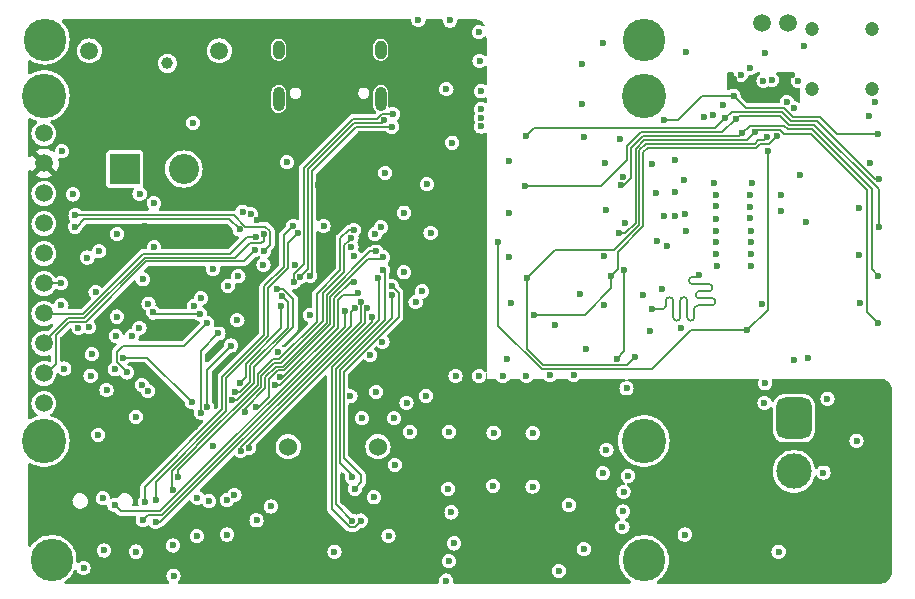
<source format=gbr>
%TF.GenerationSoftware,KiCad,Pcbnew,7.0.7*%
%TF.CreationDate,2023-09-12T16:19:00-04:00*%
%TF.ProjectId,eOPRA_interface,654f5052-415f-4696-9e74-657266616365,rev?*%
%TF.SameCoordinates,Original*%
%TF.FileFunction,Copper,L3,Inr*%
%TF.FilePolarity,Positive*%
%FSLAX46Y46*%
G04 Gerber Fmt 4.6, Leading zero omitted, Abs format (unit mm)*
G04 Created by KiCad (PCBNEW 7.0.7) date 2023-09-12 16:19:00*
%MOMM*%
%LPD*%
G01*
G04 APERTURE LIST*
G04 Aperture macros list*
%AMRoundRect*
0 Rectangle with rounded corners*
0 $1 Rounding radius*
0 $2 $3 $4 $5 $6 $7 $8 $9 X,Y pos of 4 corners*
0 Add a 4 corners polygon primitive as box body*
4,1,4,$2,$3,$4,$5,$6,$7,$8,$9,$2,$3,0*
0 Add four circle primitives for the rounded corners*
1,1,$1+$1,$2,$3*
1,1,$1+$1,$4,$5*
1,1,$1+$1,$6,$7*
1,1,$1+$1,$8,$9*
0 Add four rect primitives between the rounded corners*
20,1,$1+$1,$2,$3,$4,$5,0*
20,1,$1+$1,$4,$5,$6,$7,0*
20,1,$1+$1,$6,$7,$8,$9,0*
20,1,$1+$1,$8,$9,$2,$3,0*%
G04 Aperture macros list end*
%TA.AperFunction,ComponentPad*%
%ADD10C,1.508000*%
%TD*%
%TA.AperFunction,ComponentPad*%
%ADD11C,2.550000*%
%TD*%
%TA.AperFunction,ComponentPad*%
%ADD12R,2.550000X2.550000*%
%TD*%
%TA.AperFunction,ComponentPad*%
%ADD13C,3.600000*%
%TD*%
%TA.AperFunction,ComponentPad*%
%ADD14C,3.000000*%
%TD*%
%TA.AperFunction,ComponentPad*%
%ADD15RoundRect,0.750000X0.750000X1.000000X-0.750000X1.000000X-0.750000X-1.000000X0.750000X-1.000000X0*%
%TD*%
%TA.AperFunction,ComponentPad*%
%ADD16O,1.000000X2.100000*%
%TD*%
%TA.AperFunction,ComponentPad*%
%ADD17O,1.000000X1.600000*%
%TD*%
%TA.AperFunction,ComponentPad*%
%ADD18C,1.200000*%
%TD*%
%TA.AperFunction,ComponentPad*%
%ADD19C,1.524000*%
%TD*%
%TA.AperFunction,ComponentPad*%
%ADD20C,3.750000*%
%TD*%
%TA.AperFunction,ComponentPad*%
%ADD21C,1.500000*%
%TD*%
%TA.AperFunction,ViaPad*%
%ADD22C,0.600000*%
%TD*%
%TA.AperFunction,ViaPad*%
%ADD23C,1.000000*%
%TD*%
%TA.AperFunction,Conductor*%
%ADD24C,0.200000*%
%TD*%
G04 APERTURE END LIST*
D10*
%TO.N,*%
%TO.C,U5*%
X106300000Y-78800000D03*
X117300000Y-78800000D03*
D11*
%TO.N,GND*%
X114300000Y-88800000D03*
D12*
%TO.N,Net-(U5-+)*%
X109300000Y-88800000D03*
%TD*%
D13*
%TO.N,unconnected-(U7-Pad1)*%
%TO.C,U7*%
X153250000Y-77850000D03*
%TD*%
D14*
%TO.N,*%
%TO.C,SW7*%
X165950000Y-114400000D03*
D15*
X165950000Y-109900000D03*
%TD*%
D16*
%TO.N,GND*%
%TO.C,U1*%
X130955000Y-82880000D03*
D17*
X130955000Y-78700000D03*
D16*
X122315000Y-82880000D03*
D17*
X122315000Y-78700000D03*
%TD*%
D13*
%TO.N,unconnected-(U8-Pad1)*%
%TO.C,U8*%
X153250000Y-121900000D03*
%TD*%
%TO.N,unconnected-(U6-Pad1)*%
%TO.C,U6*%
X103100000Y-121900000D03*
%TD*%
%TO.N,unconnected-(U9-Pad1)*%
%TO.C,U9*%
X102520000Y-77858175D03*
%TD*%
D18*
%TO.N,*%
%TO.C,SW4*%
X172555000Y-81987500D03*
X172555000Y-76907500D03*
%TO.N,Net-(SW4-A)*%
X167475000Y-81987500D03*
%TO.N,SWITCHING_3V3*%
X167475000Y-76907500D03*
%TD*%
D19*
%TO.N,Net-(SP1-+)*%
%TO.C,SP1*%
X123125000Y-112325000D03*
%TO.N,Net-(Q3-D)*%
X130725000Y-112325000D03*
%TD*%
D20*
%TO.N,*%
%TO.C,U12*%
X102450000Y-82613175D03*
X102450000Y-111823175D03*
X153250000Y-82613175D03*
X153250000Y-111823175D03*
D21*
%TO.N,Net-(U12-LITE)*%
X102450000Y-108648175D03*
%TO.N,/MISO0*%
X102450000Y-106108175D03*
%TO.N,/SCK0*%
X102450000Y-103568175D03*
%TO.N,/MOSI0*%
X102450000Y-101028175D03*
%TO.N,/TFT_CS*%
X102450000Y-98488175D03*
%TO.N,/SD_CS*%
X102450000Y-95948175D03*
%TO.N,/TFT_DC*%
X102450000Y-93408175D03*
%TO.N,/peripherals/~{TFT_RESET}*%
X102450000Y-90868175D03*
%TO.N,+3V3*%
X102450000Y-88328175D03*
%TO.N,GND*%
X102450000Y-85788175D03*
%TD*%
%TO.N,EMG_HIGH*%
%TO.C,TP4*%
X165450000Y-76400000D03*
%TD*%
%TO.N,EMG_LOW*%
%TO.C,TP10*%
X163275000Y-76400000D03*
%TD*%
D22*
%TO.N,/regulator/SYS_PWR*%
X106825000Y-99229949D03*
X107137500Y-95762500D03*
X105375000Y-102250500D03*
X108660000Y-94300000D03*
X115080000Y-84900000D03*
%TO.N,+3V3*%
X110900000Y-114700000D03*
X131850000Y-92500000D03*
X162000000Y-113800000D03*
X122475000Y-119875000D03*
X115275000Y-110675000D03*
X131242562Y-115698500D03*
X146475000Y-118850000D03*
X131970000Y-97650000D03*
X132259792Y-118965208D03*
X108775000Y-121175000D03*
X111125000Y-101500000D03*
X170125000Y-108325000D03*
X132200000Y-90275000D03*
X129475000Y-91475000D03*
X121050000Y-115475000D03*
X120030000Y-97160000D03*
X125644085Y-90125000D03*
X112575000Y-121375000D03*
X146375000Y-113595000D03*
X122730000Y-110310000D03*
X103825000Y-116925000D03*
X113550000Y-90800000D03*
X120500000Y-93150000D03*
X136725000Y-113850000D03*
X117175000Y-99400000D03*
X126079500Y-97925000D03*
X136290000Y-90030000D03*
X149800000Y-108025000D03*
X111000000Y-93600000D03*
X126275000Y-119875000D03*
X118025000Y-101050000D03*
X137895000Y-111700004D03*
X106825000Y-89925000D03*
%TO.N,+5V*%
X111247506Y-107602922D03*
X106400000Y-106300000D03*
X108437500Y-105762500D03*
%TO.N,/CAN_L*%
X110533564Y-102263929D03*
X118575000Y-116400000D03*
%TO.N,/CAN_H*%
X117943035Y-116827756D03*
X120450000Y-118551500D03*
X109925000Y-102915653D03*
%TO.N,/ROT_ENC_0*%
X128700000Y-96200000D03*
X133920500Y-100080000D03*
%TO.N,/ROT_ENC_1*%
X134470000Y-99160000D03*
X128481500Y-95384566D03*
%TO.N,/ESP-Wifi/EN*%
X148175000Y-120975000D03*
%TO.N,/A_IN_2*%
X115450000Y-116650000D03*
%TO.N,/A_IN_3*%
X115399414Y-119900586D03*
%TO.N,/RX*%
X111900000Y-116850000D03*
X123936423Y-94248750D03*
%TO.N,/TX*%
X111015952Y-116989463D03*
X123550000Y-93630000D03*
%TO.N,/SCL1*%
X131930000Y-98740000D03*
X128760603Y-115884431D03*
%TO.N,/SDA1*%
X128525000Y-114900000D03*
X130400000Y-116600000D03*
X131937311Y-99491895D03*
%TO.N,EMG_HIGH*%
X148360498Y-104026500D03*
X145740000Y-101990000D03*
%TO.N,EMG_LOW*%
X155840000Y-90740000D03*
X155853819Y-92797760D03*
%TO.N,CHAN_0A_OUT*%
X162290000Y-96990000D03*
%TO.N,CHAN_0B_OUT*%
X157920000Y-97740000D03*
X159400000Y-96975000D03*
X153900000Y-100650000D03*
%TO.N,CHAN_1A_OUT*%
X162290000Y-95980000D03*
%TO.N,CHAN_1B_OUT*%
X147875000Y-99376500D03*
X159330000Y-95990000D03*
X153180000Y-99480500D03*
%TO.N,CHAN_2A_OUT*%
X162280000Y-94990000D03*
%TO.N,CHAN_2B_OUT*%
X159310000Y-95000000D03*
%TO.N,CHAN_3A_OUT*%
X162280000Y-94010000D03*
%TO.N,CHAN_3B_OUT*%
X155200000Y-95340000D03*
X156770000Y-94010000D03*
X159370000Y-94030000D03*
%TO.N,CHAN_4A_OUT*%
X162260000Y-92990000D03*
%TO.N,CHAN_4B_OUT*%
X154950000Y-92783498D03*
X159310000Y-93000000D03*
X156739157Y-92629160D03*
%TO.N,CHAN_5A_OUT*%
X162270000Y-91990000D03*
X166980000Y-93290000D03*
X164890000Y-92380000D03*
%TO.N,CHAN_5B_OUT*%
X159330000Y-91960000D03*
%TO.N,CHAN_6A_OUT*%
X162250000Y-90990000D03*
X166425000Y-89275000D03*
X164820000Y-90980000D03*
%TO.N,CHAN_6B_OUT*%
X159320000Y-90970000D03*
%TO.N,CHAN_7A_OUT*%
X162375000Y-90000000D03*
%TO.N,CHAN_7B_OUT*%
X155900000Y-88060000D03*
X156620000Y-89750000D03*
X159200000Y-90000000D03*
%TO.N,/SCL0*%
X131150174Y-97336500D03*
X128548499Y-118573498D03*
%TO.N,/SDA0*%
X130773500Y-98062366D03*
X129275000Y-118573498D03*
%TO.N,Net-(Q1-Pad2)*%
X141690000Y-104870000D03*
%TO.N,GNDISO1*%
X123025000Y-88225000D03*
X126125000Y-93625000D03*
X118910000Y-97890000D03*
X124979500Y-101159920D03*
X122233402Y-104283403D03*
X131113714Y-103430871D03*
X130075000Y-104550000D03*
X132930000Y-97550000D03*
X119971297Y-92621297D03*
X132940000Y-92500000D03*
X131350000Y-89125000D03*
%TO.N,Net-(Q7-Pad2)*%
X149859782Y-100277460D03*
%TO.N,Net-(Q9-Pad2)*%
X163225000Y-100250000D03*
%TO.N,Net-(Q11-Pad2)*%
X141850000Y-96295000D03*
%TO.N,Net-(Q14-Pad2)*%
X153725500Y-102500000D03*
%TO.N,Net-(Q15-Pad2)*%
X171525000Y-100175000D03*
%TO.N,Net-(Q17-Pad2)*%
X141966170Y-100135390D03*
%TO.N,Net-(Q18-Pad2)*%
X149866892Y-96198211D03*
%TO.N,Net-(Q20-Pad2)*%
X171425000Y-96100000D03*
%TO.N,Net-(Q22-Pad2)*%
X150000000Y-92300000D03*
%TO.N,Net-(Q23-Pad2)*%
X172390943Y-88281625D03*
%TO.N,Net-(Q26-Pad2)*%
X171424500Y-92100000D03*
%TO.N,Net-(Q27-Pad2)*%
X141857406Y-88103453D03*
%TO.N,Net-(Q30-Pad2)*%
X141850000Y-92525000D03*
%TO.N,Net-(Q31-Pad2)*%
X172323340Y-84341689D03*
%TO.N,Net-(Q34-Pad2)*%
X149950000Y-88280000D03*
%TO.N,/switch_control/CHAN_0*%
X150500000Y-97829500D03*
X143900000Y-101150000D03*
X164510000Y-86030000D03*
%TO.N,/BUZZER*%
X130575000Y-107675000D03*
X123686494Y-96896494D03*
%TO.N,/processor/CAN_CS*%
X130220000Y-101340000D03*
X119800000Y-112425000D03*
X130460000Y-94320000D03*
X116259260Y-108928844D03*
X118300000Y-103750000D03*
%TO.N,/processor/CAN_STBY*%
X114957890Y-108532890D03*
X128693000Y-98378000D03*
X109125000Y-104775000D03*
X122397292Y-106447292D03*
%TO.N,/processor/QSPI_CS*%
X136525000Y-82050000D03*
X119266571Y-92416571D03*
%TO.N,/peripherals/~{TFT_RESET}*%
X105800000Y-122600000D03*
%TO.N,/switch_control/CHAN_1*%
X143320000Y-98070000D03*
X163709116Y-86082057D03*
X152520000Y-104720000D03*
%TO.N,/processor/CAN_RESET*%
X115725000Y-109425000D03*
X129809050Y-100566500D03*
X119097222Y-112647222D03*
X117225000Y-102725000D03*
X130980000Y-93736500D03*
%TO.N,/switch_control/CHAN_2*%
X140925000Y-94950000D03*
X163750000Y-87260498D03*
X162000000Y-102474500D03*
%TO.N,/switch_control/CHAN_3*%
X151175000Y-94250000D03*
X162650721Y-85680558D03*
X173050000Y-101875000D03*
%TO.N,/switch_control/CHAN_4*%
X173050000Y-97825000D03*
X161590000Y-85730000D03*
X151290000Y-90150000D03*
%TO.N,/switch_control/CHAN_6*%
X143225000Y-86025000D03*
X160150000Y-84475000D03*
X173150000Y-89634500D03*
%TO.N,/switch_control/CHAN_5*%
X173125000Y-93750000D03*
X161020000Y-84540000D03*
X143190000Y-90200000D03*
%TO.N,/switch_control/CHAN_7*%
X173100000Y-85800000D03*
X160839458Y-82595197D03*
X154972292Y-84622292D03*
%TO.N,Net-(R75-Pad1)*%
X167150000Y-104790000D03*
X168790000Y-108250000D03*
%TO.N,Net-(R76-Pad2)*%
X163525000Y-106950000D03*
%TO.N,/~{RESET}*%
X111900068Y-118706783D03*
X129270000Y-100040000D03*
X134880000Y-90098500D03*
X139330000Y-79650000D03*
%TO.N,/TFT_CS*%
X118025000Y-98700000D03*
X103900000Y-98480000D03*
%TO.N,/SWDIO*%
X110825000Y-118529500D03*
X128755550Y-100613363D03*
%TO.N,/SWCLK*%
X108425000Y-117250000D03*
X127900001Y-100835501D03*
%TO.N,/SCK0*%
X121040000Y-94280500D03*
%TO.N,/MOSI0*%
X120370982Y-94570500D03*
%TO.N,/MISO0*%
X120359287Y-95629500D03*
%TO.N,/SD_CS*%
X119014253Y-93923286D03*
X105075000Y-93680000D03*
%TO.N,/TFT_DC*%
X105120000Y-92730000D03*
X121080000Y-95739500D03*
%TO.N,/processor/SCK1*%
X122163500Y-98936273D03*
X118403335Y-108338143D03*
%TO.N,/processor/MOSI1*%
X118665267Y-107660502D03*
X122572804Y-99597096D03*
%TO.N,/processor/MISO1*%
X122548500Y-100417539D03*
X119028387Y-106928387D03*
%TO.N,/processor/ENC_CTL_0*%
X159924413Y-83374413D03*
X123600000Y-98378000D03*
X131975000Y-84150000D03*
X165343672Y-83130500D03*
X139450500Y-83740994D03*
%TO.N,/processor/ENC_CTL_1*%
X139450500Y-84470497D03*
X124166109Y-97917898D03*
X164096030Y-81269500D03*
X131262869Y-84689499D03*
X159110000Y-84190000D03*
%TO.N,/processor/ENC_CTL_2*%
X124996417Y-97839502D03*
X163370462Y-81345166D03*
X139450500Y-85200000D03*
X158375000Y-84425000D03*
X131900000Y-85218999D03*
%TO.N,/processor/~{Tx0RTS}*%
X122051500Y-107125000D03*
X129011000Y-99300000D03*
X115150000Y-100400000D03*
%TO.N,/processor/CAN_INT*%
X131175000Y-96283500D03*
X120373448Y-108948448D03*
%TO.N,/processor/~{Rx0BF}*%
X119441643Y-109391643D03*
X130595607Y-95786500D03*
%TO.N,Net-(U13-TXD)*%
X116250000Y-101825000D03*
X109500000Y-106025000D03*
%TO.N,Net-(U13-RXD)*%
X111675000Y-100950000D03*
X115628129Y-101077422D03*
%TO.N,GNDREF*%
X153957998Y-88350500D03*
X165768577Y-80828993D03*
X154265584Y-90798498D03*
X160839183Y-81208995D03*
X154741026Y-98933367D03*
X156405498Y-102275000D03*
X164750000Y-81828102D03*
X166825000Y-78350000D03*
X154358430Y-94919868D03*
X156847292Y-78897292D03*
%TO.N,SWITCHING_3V3*%
X150975000Y-104873500D03*
X172800000Y-83150000D03*
X151499606Y-89450207D03*
X165950000Y-83650000D03*
X148025000Y-79875000D03*
X151581787Y-97379500D03*
X148025000Y-83275000D03*
X166282292Y-81342708D03*
X151242000Y-86225000D03*
X161450000Y-80815666D03*
X148175000Y-86125000D03*
X149806500Y-78100000D03*
X151677149Y-93394649D03*
%TO.N,/processor/A_IN_2_PIN*%
X128481500Y-94658063D03*
X113801500Y-114900000D03*
%TO.N,/processor/A_IN_3_PIN*%
X128671498Y-93956845D03*
X113371326Y-115946326D03*
%TO.N,GND*%
X104175000Y-105700000D03*
X143825000Y-115685000D03*
X106273995Y-102203503D03*
X103975000Y-87300000D03*
X116425000Y-116925000D03*
X134800000Y-108000000D03*
X116764661Y-97270600D03*
X139275000Y-77225000D03*
X143825000Y-111185000D03*
X113425000Y-123225000D03*
X164650000Y-121200000D03*
X111775000Y-95425000D03*
X171250000Y-111800000D03*
X111750000Y-91700000D03*
X107525000Y-121100000D03*
X110250000Y-121200000D03*
X113375586Y-120674414D03*
X131625000Y-119850000D03*
X129375000Y-109900000D03*
X110550000Y-90925000D03*
X106125000Y-96300000D03*
X151525000Y-116125000D03*
X140520000Y-111125004D03*
X104925000Y-90950000D03*
X136825000Y-76227500D03*
X136750000Y-111050000D03*
X156700000Y-119750000D03*
X103925000Y-100350000D03*
X127050000Y-121200000D03*
X140495000Y-115625004D03*
X151500000Y-117800000D03*
X139453500Y-82225000D03*
D23*
X112910000Y-79850000D03*
D22*
X137019500Y-86575000D03*
X107425000Y-116675000D03*
X132100000Y-109900000D03*
X110825000Y-98150000D03*
X165920000Y-104940000D03*
X135190000Y-94210000D03*
X116800000Y-112225000D03*
X133150000Y-108600000D03*
X163450000Y-108600000D03*
X151775000Y-107375000D03*
X117950000Y-119750000D03*
X134150000Y-76202500D03*
%TO.N,/RXD*%
X136725000Y-122000000D03*
%TO.N,/TXD*%
X136500000Y-123650000D03*
%TO.N,/ESP-Wifi/GPIO0*%
X136675000Y-115875000D03*
%TO.N,Net-(U16-SCLK)*%
X137300000Y-106325000D03*
%TO.N,Net-(U16-CS0)*%
X147300000Y-106253500D03*
%TO.N,Net-(U16-MOSI)*%
X139300000Y-106325000D03*
%TO.N,Net-(U16-MISO)*%
X145300000Y-106253500D03*
%TO.N,Net-(U16-IO5)*%
X137175000Y-120500000D03*
%TO.N,Net-(U16-IO9)*%
X143300000Y-106300000D03*
%TO.N,Net-(U16-IO10)*%
X141300000Y-106350000D03*
%TO.N,/ESP-Wifi/ESP_INT*%
X128400000Y-108025000D03*
X121033270Y-96907105D03*
%TO.N,Net-(SW4-A)*%
X162270000Y-80269500D03*
X163525000Y-78950000D03*
%TO.N,Net-(U16-IO4)*%
X136950000Y-117875000D03*
%TO.N,Net-(JP4-Pad2)*%
X121650000Y-117375000D03*
%TO.N,/peripherals/switch*%
X168450000Y-114500000D03*
%TO.N,/ESP-Wifi/GPIO2*%
X132150000Y-113850000D03*
%TO.N,/ESP-Wifi/~{RESET}*%
X146050000Y-122825000D03*
%TO.N,Net-(U16-IO15)*%
X133440000Y-111050000D03*
%TO.N,/ESP-Wifi/LED2*%
X150075000Y-112573498D03*
X151900000Y-114775000D03*
%TO.N,/ESP-Wifi/LED1*%
X149760000Y-114573498D03*
X151425000Y-119100000D03*
%TO.N,Net-(U16-IO16)*%
X146900000Y-117251500D03*
%TO.N,GNDISO2*%
X115750000Y-99750000D03*
X106500000Y-104475000D03*
X107050000Y-111300000D03*
X111300000Y-100200000D03*
X118825000Y-101600000D03*
X110231605Y-109778004D03*
X108625000Y-101300000D03*
X107750000Y-107525000D03*
X110733791Y-107076422D03*
X108525000Y-102925000D03*
%TD*%
D24*
%TO.N,/RX*%
X117876335Y-109287471D02*
X111900000Y-115263806D01*
X121430580Y-102954297D02*
X117876335Y-106508542D01*
X117876335Y-106508542D02*
X117876335Y-109287471D01*
X123936423Y-94248750D02*
X123090000Y-95095173D01*
X121430580Y-98881435D02*
X121430580Y-102954297D01*
X123090000Y-95095173D02*
X123090000Y-97222015D01*
X123090000Y-97222015D02*
X121430580Y-98881435D01*
X111900000Y-115263806D02*
X111900000Y-116850000D01*
%TO.N,/TX*%
X121100581Y-102821848D02*
X117549335Y-106373094D01*
X123550000Y-93630000D02*
X122760000Y-94420000D01*
X117549335Y-109152023D02*
X111015952Y-115685406D01*
X111015952Y-115685406D02*
X111015952Y-116989463D01*
X122760000Y-94420000D02*
X122760000Y-97085325D01*
X117549335Y-106373094D02*
X117549335Y-109152023D01*
X122760000Y-97085325D02*
X121100581Y-98744744D01*
X121100581Y-98744744D02*
X121100581Y-102821848D01*
%TO.N,/SCL1*%
X129300000Y-115345034D02*
X128760603Y-115884431D01*
X132490000Y-101310000D02*
X127830000Y-105970000D01*
X129300000Y-114740466D02*
X129300000Y-115345034D01*
X127830000Y-105970000D02*
X127830000Y-113270466D01*
X132490000Y-99300000D02*
X132490000Y-101310000D01*
X127830000Y-113270466D02*
X129300000Y-114740466D01*
X131930000Y-98740000D02*
X132490000Y-99300000D01*
%TO.N,/SDA1*%
X131950000Y-99504584D02*
X131950000Y-101383310D01*
X127500000Y-105833310D02*
X127500000Y-113690000D01*
X128525000Y-114715000D02*
X128525000Y-114900000D01*
X131950000Y-101383310D02*
X127500000Y-105833310D01*
X127500000Y-113690000D02*
X128525000Y-114715000D01*
X131937311Y-99491895D02*
X131950000Y-99504584D01*
%TO.N,CHAN_0B_OUT*%
X157650000Y-99550000D02*
X157650000Y-99350000D01*
X153900000Y-100650000D02*
X153901231Y-100648769D01*
X155710000Y-99950000D02*
X155710000Y-101350000D01*
X158750000Y-98550000D02*
X157350000Y-98550000D01*
X157510000Y-101350000D02*
X157510000Y-100650000D01*
X157350000Y-97950000D02*
X157750000Y-97950000D01*
X157810000Y-100350000D02*
X159025000Y-100350000D01*
X153901231Y-100648769D02*
X154857320Y-100648769D01*
X159025000Y-99750000D02*
X157850000Y-99750000D01*
X156310000Y-101350000D02*
X156310000Y-99950000D01*
X157850000Y-99150000D02*
X158750000Y-99150000D01*
X159300000Y-100075000D02*
X159300000Y-100025000D01*
X156910000Y-99950000D02*
X156910000Y-101350000D01*
X157887329Y-97919523D02*
X157920000Y-97886852D01*
X155110000Y-100350000D02*
X155110000Y-99950000D01*
X157920000Y-97886852D02*
X157920000Y-97740000D01*
X157350000Y-97950000D02*
G75*
G03*
X157050000Y-98250000I0J-300000D01*
G01*
X156910000Y-99950000D02*
G75*
G03*
X156610000Y-99650000I-300000J0D01*
G01*
X156910000Y-101350000D02*
G75*
G03*
X157210000Y-101650000I300000J0D01*
G01*
X157850000Y-99150000D02*
G75*
G03*
X157650000Y-99350000I0J-200000D01*
G01*
X157810000Y-100350000D02*
G75*
G03*
X157510000Y-100650000I0J-300000D01*
G01*
X157050000Y-98250000D02*
G75*
G03*
X157350000Y-98550000I300000J0D01*
G01*
X157750000Y-97949981D02*
G75*
G03*
X157887329Y-97919523I-6200J352781D01*
G01*
X155410000Y-99650000D02*
G75*
G03*
X155110000Y-99950000I0J-300000D01*
G01*
X159050000Y-98850000D02*
G75*
G03*
X158750000Y-98550000I-300000J0D01*
G01*
X155710000Y-101350000D02*
G75*
G03*
X156010000Y-101650000I300000J0D01*
G01*
X159300000Y-100025000D02*
G75*
G03*
X159025000Y-99750000I-275000J0D01*
G01*
X154857331Y-100648834D02*
G75*
G03*
X155109999Y-100350000I-52631J300734D01*
G01*
X157210000Y-101650000D02*
G75*
G03*
X157510000Y-101350000I0J300000D01*
G01*
X157650000Y-99550000D02*
G75*
G03*
X157850000Y-99750000I200000J0D01*
G01*
X156610000Y-99650000D02*
G75*
G03*
X156310000Y-99950000I0J-300000D01*
G01*
X159025000Y-100350000D02*
G75*
G03*
X159300000Y-100075000I0J275000D01*
G01*
X158750000Y-99150000D02*
G75*
G03*
X159050000Y-98850000I0J300000D01*
G01*
X156010000Y-101650000D02*
G75*
G03*
X156310000Y-101350000I0J300000D01*
G01*
X155710000Y-99950000D02*
G75*
G03*
X155410000Y-99650000I-300000J0D01*
G01*
%TO.N,/SCL0*%
X128548499Y-118573498D02*
X127150000Y-117174999D01*
X131300000Y-97486326D02*
X131150174Y-97336500D01*
X131300000Y-101566620D02*
X131300000Y-97486326D01*
X127150000Y-105716620D02*
X131300000Y-101566620D01*
X127150000Y-117174999D02*
X127150000Y-105716620D01*
%TO.N,/SDA0*%
X130780000Y-101619930D02*
X126820000Y-105579930D01*
X130773500Y-98062366D02*
X130780000Y-98068866D01*
X130780000Y-98068866D02*
X130780000Y-101619930D01*
X128767288Y-119100000D02*
X129275000Y-118592288D01*
X126820000Y-117595000D02*
X128325000Y-119100000D01*
X128325000Y-119100000D02*
X128767288Y-119100000D01*
X129275000Y-118592288D02*
X129275000Y-118573498D01*
X126820000Y-105579930D02*
X126820000Y-117595000D01*
%TO.N,/switch_control/CHAN_0*%
X163066190Y-86670000D02*
X163870000Y-86670000D01*
X162751190Y-86985000D02*
X163066190Y-86670000D01*
X150500000Y-97829500D02*
X151051787Y-97277714D01*
X153564066Y-86985000D02*
X162751190Y-86985000D01*
X151051787Y-97277714D02*
X151051787Y-95801920D01*
X143910000Y-101160000D02*
X148227708Y-101160000D01*
X163870000Y-86670000D02*
X164510000Y-86030000D01*
X151051787Y-95801920D02*
X153201834Y-93651872D01*
X148227708Y-101160000D02*
X150500000Y-98887708D01*
X153201834Y-93651872D02*
X153201834Y-87347232D01*
X150500000Y-98887708D02*
X150500000Y-97829500D01*
X143900000Y-101150000D02*
X143910000Y-101160000D01*
X153201834Y-87347232D02*
X153564066Y-86985000D01*
%TO.N,/processor/CAN_CS*%
X116259260Y-108928844D02*
X116259260Y-105790740D01*
X116259260Y-105790740D02*
X118300000Y-103750000D01*
X119800000Y-112137482D02*
X119800000Y-112425000D01*
X130220000Y-101340000D02*
X130220000Y-101717482D01*
X130220000Y-101717482D02*
X119800000Y-112137482D01*
%TO.N,/processor/CAN_STBY*%
X111200000Y-104775000D02*
X114957890Y-108532890D01*
X123126929Y-106001929D02*
X122681566Y-106447292D01*
X127035759Y-102093099D02*
X123126929Y-106001929D01*
X127040001Y-102093099D02*
X127040001Y-99748155D01*
X122681566Y-106447292D02*
X122397292Y-106447292D01*
X127040001Y-102093099D02*
X127035759Y-102093099D01*
X128410156Y-98378000D02*
X128693000Y-98378000D01*
X127040001Y-99748155D02*
X128410156Y-98378000D01*
X109125000Y-104775000D02*
X111200000Y-104775000D01*
%TO.N,/switch_control/CHAN_1*%
X162614500Y-86655000D02*
X153427376Y-86655000D01*
X143320000Y-104003310D02*
X143320000Y-98070000D01*
X151840000Y-105400000D02*
X144716690Y-105400000D01*
X152871833Y-93515184D02*
X150747017Y-95640000D01*
X144716690Y-105400000D02*
X143320000Y-104003310D01*
X152520000Y-104720000D02*
X151840000Y-105400000D01*
X153427376Y-86655000D02*
X152871834Y-87210542D01*
X163709116Y-86082057D02*
X163451173Y-86340000D01*
X150747017Y-95640000D02*
X145750000Y-95640000D01*
X163451173Y-86340000D02*
X162929500Y-86340000D01*
X145750000Y-95640000D02*
X143320000Y-98070000D01*
X162929500Y-86340000D02*
X162614500Y-86655000D01*
X152871834Y-87210542D02*
X152871833Y-93515184D01*
%TO.N,/processor/CAN_RESET*%
X115725000Y-104225000D02*
X117225000Y-102725000D01*
X129609550Y-101852758D02*
X119097222Y-112365086D01*
X129609550Y-100766000D02*
X129609550Y-101852758D01*
X119097222Y-112365086D02*
X119097222Y-112647222D01*
X129809050Y-100566500D02*
X129609550Y-100766000D01*
X115725000Y-109425000D02*
X115725000Y-104225000D01*
%TO.N,/switch_control/CHAN_2*%
X157225500Y-102474500D02*
X153973000Y-105727000D01*
X153973000Y-105727000D02*
X144577000Y-105727000D01*
X163750000Y-100025466D02*
X163755000Y-100030466D01*
X163750000Y-87260498D02*
X163750000Y-100025466D01*
X162000000Y-102474500D02*
X157225500Y-102474500D01*
X163755000Y-100030466D02*
X163755000Y-100719500D01*
X144577000Y-105727000D02*
X140925000Y-102075000D01*
X140925000Y-102075000D02*
X140925000Y-94950000D01*
X163755000Y-100719500D02*
X162000000Y-102474500D01*
%TO.N,/switch_control/CHAN_3*%
X172125000Y-90622058D02*
X172125000Y-100950000D01*
X164749731Y-85460000D02*
X165139731Y-85850000D01*
X162006279Y-86325000D02*
X153290686Y-86325000D01*
X152541834Y-87073852D02*
X152541834Y-93378493D01*
X162871279Y-85460000D02*
X164749731Y-85460000D01*
X152541834Y-93378493D02*
X151670327Y-94250000D01*
X167352942Y-85850000D02*
X172125000Y-90622058D01*
X151670327Y-94250000D02*
X151175000Y-94250000D01*
X172125000Y-100950000D02*
X173050000Y-101875000D01*
X165139731Y-85850000D02*
X167352942Y-85850000D01*
X162650721Y-85680558D02*
X162006279Y-86325000D01*
X162650721Y-85680558D02*
X162871279Y-85460000D01*
X153290686Y-86325000D02*
X152541834Y-87073852D01*
%TO.N,/switch_control/CHAN_4*%
X161325000Y-85995000D02*
X161590000Y-85730000D01*
X153153996Y-85995000D02*
X161325000Y-85995000D01*
X165404414Y-85450000D02*
X167518628Y-85450000D01*
X167518628Y-85450000D02*
X172525000Y-90456372D01*
X165084414Y-85130000D02*
X165404414Y-85450000D01*
X161590000Y-85730000D02*
X162190000Y-85130000D01*
X162190000Y-85130000D02*
X165084414Y-85130000D01*
X152150000Y-89548640D02*
X152150000Y-86998996D01*
X151290000Y-90150000D02*
X151548640Y-90150000D01*
X152150000Y-86998996D02*
X153153996Y-85995000D01*
X172525000Y-97300000D02*
X173050000Y-97825000D01*
X151548640Y-90150000D02*
X152150000Y-89548640D01*
X172525000Y-90456372D02*
X172525000Y-97300000D01*
%TO.N,/switch_control/CHAN_6*%
X167920000Y-84720000D02*
X172834500Y-89634500D01*
X165706789Y-84720000D02*
X167920000Y-84720000D01*
X164936789Y-83950000D02*
X165706789Y-84720000D01*
X160675000Y-83950000D02*
X164936789Y-83950000D01*
X143915000Y-85335000D02*
X143225000Y-86025000D01*
X172834500Y-89634500D02*
X173150000Y-89634500D01*
X160150000Y-84475000D02*
X159290000Y-85335000D01*
X159290000Y-85335000D02*
X143915000Y-85335000D01*
X160150000Y-84475000D02*
X160675000Y-83950000D01*
%TO.N,/switch_control/CHAN_5*%
X153017306Y-85665000D02*
X159895000Y-85665000D01*
X151820001Y-86862305D02*
X153017306Y-85665000D01*
X159895000Y-85665000D02*
X161020000Y-84540000D01*
X165570099Y-85050000D02*
X167684314Y-85050000D01*
X167684314Y-85050000D02*
X173125000Y-90490686D01*
X151820000Y-88020000D02*
X151820001Y-86862305D01*
X164800101Y-84280002D02*
X165570099Y-85050000D01*
X149640000Y-90200000D02*
X151820000Y-88020000D01*
X173125000Y-90490686D02*
X173125000Y-93750000D01*
X161020000Y-84540000D02*
X161279998Y-84280002D01*
X143190000Y-90200000D02*
X149640000Y-90200000D01*
X161279998Y-84280002D02*
X164800101Y-84280002D01*
%TO.N,/switch_control/CHAN_7*%
X154972292Y-84622292D02*
X156152708Y-84622292D01*
X169565686Y-85800000D02*
X173100000Y-85800000D01*
X161864261Y-83620000D02*
X165073480Y-83620001D01*
X165073480Y-83620001D02*
X165843479Y-84390000D01*
X165843479Y-84390000D02*
X168155686Y-84390000D01*
X160839458Y-82595197D02*
X161864261Y-83620000D01*
X156152708Y-84622292D02*
X158179803Y-82595197D01*
X168155686Y-84390000D02*
X169565686Y-85800000D01*
X158179803Y-82595197D02*
X160839458Y-82595197D01*
%TO.N,/~{RESET}*%
X129282550Y-100052550D02*
X129282550Y-101717310D01*
X129282550Y-101717310D02*
X112293077Y-118706783D01*
X112293077Y-118706783D02*
X111900068Y-118706783D01*
X129270000Y-100040000D02*
X129282550Y-100052550D01*
%TO.N,/TFT_CS*%
X103891825Y-98488175D02*
X103900000Y-98480000D01*
X102450000Y-98488175D02*
X103891825Y-98488175D01*
%TO.N,/SWDIO*%
X128454999Y-100913914D02*
X128454999Y-102078171D01*
X112428170Y-118105000D02*
X111249500Y-118105000D01*
X128454999Y-102078171D02*
X112428170Y-118105000D01*
X128755550Y-100613363D02*
X128454999Y-100913914D01*
X111249500Y-118105000D02*
X110825000Y-118529500D01*
%TO.N,/SWCLK*%
X127900001Y-102166479D02*
X127900001Y-100835501D01*
X108950000Y-117775000D02*
X112291480Y-117775000D01*
X112291480Y-117775000D02*
X127900001Y-102166479D01*
X108425000Y-117250000D02*
X108950000Y-117775000D01*
%TO.N,/SCK0*%
X104463000Y-101397000D02*
X102420000Y-103440000D01*
X120800000Y-95100000D02*
X119866463Y-95100000D01*
X121040000Y-94280500D02*
X121040000Y-94860000D01*
X119866463Y-95100000D02*
X118666463Y-96300000D01*
X110966224Y-96300000D02*
X105869224Y-101397000D01*
X118666463Y-96300000D02*
X110966224Y-96300000D01*
X121040000Y-94860000D02*
X120800000Y-95100000D01*
X105869224Y-101397000D02*
X104463000Y-101397000D01*
%TO.N,/MOSI0*%
X105729534Y-101070000D02*
X102480000Y-101070000D01*
X119641669Y-94570500D02*
X118242168Y-95970001D01*
X110829533Y-95970001D02*
X105729534Y-101070000D01*
X118242168Y-95970001D02*
X110829533Y-95970001D01*
X120370982Y-94570500D02*
X119641669Y-94570500D01*
%TO.N,/MISO0*%
X106004672Y-101724000D02*
X104598448Y-101724000D01*
X111098672Y-96630000D02*
X106004672Y-101724000D01*
X103430000Y-102892448D02*
X103430000Y-105300000D01*
X104598448Y-101724000D02*
X103430000Y-102892448D01*
X120359287Y-95629500D02*
X119358787Y-96630000D01*
X103430000Y-105300000D02*
X102480000Y-106250000D01*
X119358787Y-96630000D02*
X111098672Y-96630000D01*
%TO.N,/SD_CS*%
X118147967Y-93057000D02*
X119014253Y-93923286D01*
X105250000Y-93680000D02*
X105873000Y-93057000D01*
X105873000Y-93057000D02*
X118147967Y-93057000D01*
X102750000Y-96180000D02*
X102640000Y-96180000D01*
X105075000Y-93680000D02*
X105250000Y-93680000D01*
%TO.N,/TFT_DC*%
X118566258Y-92730000D02*
X119513258Y-93677000D01*
X121570000Y-94065209D02*
X121570000Y-95249500D01*
X121570000Y-95249500D02*
X121080000Y-95739500D01*
X105120000Y-92730000D02*
X118566258Y-92730000D01*
X121181791Y-93677000D02*
X121570000Y-94065209D01*
X119513258Y-93677000D02*
X121181791Y-93677000D01*
X102477000Y-93213000D02*
X102430000Y-93260000D01*
%TO.N,/processor/SCK1*%
X123550000Y-102222221D02*
X123550000Y-99829708D01*
X123550000Y-99829708D02*
X122656565Y-98936273D01*
X120208003Y-106955803D02*
X120208003Y-105564218D01*
X120208003Y-105564218D02*
X123550000Y-102222221D01*
X118825663Y-108338143D02*
X120208003Y-106955803D01*
X122656565Y-98936273D02*
X122163500Y-98936273D01*
X118403335Y-108338143D02*
X118825663Y-108338143D01*
%TO.N,/processor/MOSI1*%
X123075000Y-100099292D02*
X122572804Y-99597096D01*
X119881003Y-106820355D02*
X119881003Y-105428770D01*
X119040856Y-107660502D02*
X119881003Y-106820355D01*
X119881003Y-105428770D02*
X123075000Y-102234773D01*
X118665267Y-107660502D02*
X119040856Y-107660502D01*
X123075000Y-102234773D02*
X123075000Y-100099292D01*
%TO.N,/processor/MISO1*%
X119554003Y-106402771D02*
X119554003Y-105293322D01*
X122548500Y-102298825D02*
X122548500Y-100417539D01*
X119028387Y-106928387D02*
X119554003Y-106402771D01*
X119554003Y-105293322D02*
X122548500Y-102298825D01*
%TO.N,/processor/ENC_CTL_0*%
X130643835Y-84558999D02*
X131043335Y-84159499D01*
X128591001Y-84558999D02*
X130643835Y-84558999D01*
X124457585Y-88692415D02*
X128591001Y-84558999D01*
X123600000Y-98378000D02*
X123600000Y-97731816D01*
X124457585Y-90675329D02*
X124457585Y-88692415D01*
X123600000Y-97731816D02*
X124465500Y-96866316D01*
X131965501Y-84159499D02*
X131975000Y-84150000D01*
X131043335Y-84159499D02*
X131965501Y-84159499D01*
X124465500Y-96866316D02*
X124465500Y-90683244D01*
X124465500Y-90683244D02*
X124457585Y-90675329D01*
%TO.N,/processor/ENC_CTL_1*%
X131063369Y-84888999D02*
X131262869Y-84689499D01*
X124795500Y-90546554D02*
X124787585Y-90538639D01*
X128727691Y-84888999D02*
X131063369Y-84888999D01*
X124166109Y-97917898D02*
X124795500Y-97288507D01*
X124795500Y-97288507D02*
X124795500Y-90546554D01*
X124787585Y-90538639D02*
X124787585Y-88829105D01*
X124787585Y-88829105D02*
X128727691Y-84888999D01*
%TO.N,/processor/ENC_CTL_2*%
X125117585Y-88982881D02*
X128881467Y-85218999D01*
X125125500Y-97710419D02*
X125125500Y-90409864D01*
X125117585Y-90401949D02*
X125117585Y-88982881D01*
X125125500Y-90409864D02*
X125117585Y-90401949D01*
X128881467Y-85218999D02*
X131900000Y-85218999D01*
X124996417Y-97839502D02*
X125125500Y-97710419D01*
%TO.N,/processor/~{Tx0RTS}*%
X128851000Y-99460000D02*
X129011000Y-99300000D01*
X127370001Y-102229789D02*
X127370001Y-99884845D01*
X127794846Y-99460000D02*
X128851000Y-99460000D01*
X122474790Y-107125000D02*
X127370001Y-102229789D01*
X127370001Y-99884845D02*
X127794846Y-99460000D01*
X122051500Y-107125000D02*
X122474790Y-107125000D01*
%TO.N,/processor/CAN_INT*%
X120651342Y-108948448D02*
X121525000Y-108074790D01*
X121525000Y-108074790D02*
X121525000Y-106575000D01*
X126710001Y-99611465D02*
X129911466Y-96410000D01*
X120373448Y-108948448D02*
X120651342Y-108948448D01*
X129911466Y-96410000D02*
X131048500Y-96410000D01*
X131048500Y-96410000D02*
X131175000Y-96283500D01*
X126710001Y-101956409D02*
X126710001Y-99611465D01*
X122244000Y-105856000D02*
X122810410Y-105856000D01*
X122810410Y-105856000D02*
X126710001Y-101956409D01*
X121525000Y-106575000D02*
X122244000Y-105856000D01*
%TO.N,/processor/~{Rx0BF}*%
X119441643Y-109391643D02*
X119441643Y-109134962D01*
X122104310Y-105529000D02*
X122670720Y-105529000D01*
X121195001Y-107381604D02*
X121195001Y-106438309D01*
X122670720Y-105529000D02*
X126380001Y-101819719D01*
X119441643Y-109134962D02*
X121195001Y-107381604D01*
X121195001Y-106438309D02*
X122104310Y-105529000D01*
X130068276Y-95786500D02*
X130595607Y-95786500D01*
X126380001Y-101819719D02*
X126380001Y-99474775D01*
X126380001Y-99474775D02*
X130068276Y-95786500D01*
%TO.N,Net-(U13-TXD)*%
X108598000Y-104302000D02*
X109125000Y-103775000D01*
X109125000Y-103775000D02*
X114300000Y-103775000D01*
X109500000Y-106025000D02*
X108598000Y-105123000D01*
X114300000Y-103775000D02*
X116250000Y-101825000D01*
X108598000Y-105123000D02*
X108598000Y-104302000D01*
%TO.N,Net-(U13-RXD)*%
X111802000Y-101077000D02*
X115627707Y-101077000D01*
X115627707Y-101077000D02*
X115628129Y-101077422D01*
X111675000Y-100950000D02*
X111802000Y-101077000D01*
%TO.N,SWITCHING_3V3*%
X151600000Y-104248500D02*
X151600000Y-97397713D01*
X150975000Y-104873500D02*
X151600000Y-104248500D01*
X151600000Y-97397713D02*
X151581787Y-97379500D01*
%TO.N,/processor/A_IN_2_PIN*%
X120865002Y-107223700D02*
X120865002Y-106301618D01*
X113801500Y-114900000D02*
X113801500Y-114299928D01*
X126050001Y-101683029D02*
X126050002Y-99338084D01*
X126050002Y-99338084D02*
X127867000Y-97521086D01*
X115657048Y-112431654D02*
X120865002Y-107223700D01*
X120865002Y-106301618D02*
X121964620Y-105202000D01*
X113801500Y-114299928D02*
X115657048Y-112444380D01*
X115657048Y-112444380D02*
X115657048Y-112431654D01*
X122531030Y-105202000D02*
X126050001Y-101683029D01*
X121964620Y-105202000D02*
X122531030Y-105202000D01*
X128263209Y-94857566D02*
X128281997Y-94857566D01*
X128281997Y-94857566D02*
X128481500Y-94658063D01*
X127867000Y-95253775D02*
X128263209Y-94857566D01*
X127867000Y-97521086D02*
X127867000Y-95253775D01*
%TO.N,/processor/A_IN_3_PIN*%
X128236330Y-93956845D02*
X128671498Y-93956845D01*
X125550000Y-101716340D02*
X125550000Y-99371396D01*
X125550000Y-99371396D02*
X127540000Y-97381396D01*
X120535003Y-106164927D02*
X121824930Y-104875000D01*
X121824930Y-104875000D02*
X122391340Y-104875000D01*
X122391340Y-104875000D02*
X125550000Y-101716340D01*
X113275000Y-115850000D02*
X113275000Y-114359738D01*
X127540000Y-94653175D02*
X128236330Y-93956845D01*
X113275000Y-114359738D02*
X115330048Y-112304690D01*
X113371326Y-115946326D02*
X113275000Y-115850000D01*
X127540000Y-97381396D02*
X127540000Y-94653175D01*
X120535003Y-107091251D02*
X120535003Y-106164927D01*
X115330048Y-112296206D02*
X120535003Y-107091251D01*
X115330048Y-112304690D02*
X115330048Y-112296206D01*
%TD*%
%TA.AperFunction,Conductor*%
%TO.N,+3V3*%
G36*
X133492409Y-76144685D02*
G01*
X133538164Y-76197489D01*
X133548309Y-76232815D01*
X133564955Y-76359260D01*
X133564956Y-76359262D01*
X133575310Y-76384260D01*
X133625464Y-76505341D01*
X133721718Y-76630782D01*
X133847159Y-76727036D01*
X133993238Y-76787544D01*
X134062922Y-76796718D01*
X134149999Y-76808182D01*
X134150000Y-76808182D01*
X134150001Y-76808182D01*
X134237078Y-76796718D01*
X134306762Y-76787544D01*
X134452841Y-76727036D01*
X134578282Y-76630782D01*
X134674536Y-76505341D01*
X134735044Y-76359262D01*
X134751690Y-76232815D01*
X134779957Y-76168918D01*
X134838282Y-76130447D01*
X134874630Y-76125000D01*
X136097079Y-76125000D01*
X136164118Y-76144685D01*
X136209873Y-76197489D01*
X136220017Y-76232813D01*
X136225072Y-76271207D01*
X136239955Y-76384260D01*
X136239956Y-76384262D01*
X136300464Y-76530341D01*
X136396718Y-76655782D01*
X136522159Y-76752036D01*
X136668238Y-76812544D01*
X136746619Y-76822862D01*
X136824999Y-76833182D01*
X136825000Y-76833182D01*
X136825001Y-76833182D01*
X136877253Y-76826302D01*
X136981762Y-76812544D01*
X137127841Y-76752036D01*
X137253282Y-76655782D01*
X137349536Y-76530341D01*
X137410044Y-76384262D01*
X137429982Y-76232814D01*
X137458248Y-76168918D01*
X137516573Y-76130447D01*
X137552921Y-76125000D01*
X138946951Y-76125000D01*
X138953032Y-76125299D01*
X139005303Y-76130447D01*
X139132941Y-76143018D01*
X139156769Y-76147757D01*
X139321001Y-76197576D01*
X139343453Y-76206877D01*
X139463807Y-76271207D01*
X139494798Y-76287772D01*
X139515010Y-76301277D01*
X139647666Y-76410145D01*
X139664854Y-76427333D01*
X139736879Y-76515096D01*
X139764192Y-76579406D01*
X139752401Y-76648274D01*
X139705249Y-76699834D01*
X139637706Y-76717717D01*
X139585586Y-76703001D01*
X139585349Y-76703574D01*
X139580495Y-76701563D01*
X139579027Y-76701149D01*
X139577839Y-76700463D01*
X139431762Y-76639956D01*
X139431760Y-76639955D01*
X139275001Y-76619318D01*
X139274999Y-76619318D01*
X139118239Y-76639955D01*
X139118237Y-76639956D01*
X138972160Y-76700463D01*
X138846718Y-76796718D01*
X138750463Y-76922160D01*
X138689956Y-77068237D01*
X138689955Y-77068239D01*
X138669318Y-77224998D01*
X138669318Y-77225001D01*
X138689955Y-77381760D01*
X138689956Y-77381762D01*
X138750464Y-77527841D01*
X138846718Y-77653282D01*
X138972159Y-77749536D01*
X139118238Y-77810044D01*
X139196619Y-77820363D01*
X139274999Y-77830682D01*
X139275000Y-77830682D01*
X139275001Y-77830682D01*
X139348117Y-77821056D01*
X139431762Y-77810044D01*
X139577841Y-77749536D01*
X139703282Y-77653282D01*
X139727625Y-77621556D01*
X139784051Y-77580355D01*
X139853797Y-77576200D01*
X139914718Y-77610412D01*
X139947471Y-77672129D01*
X139950000Y-77697044D01*
X139950000Y-79117381D01*
X139930315Y-79184420D01*
X139877511Y-79230175D01*
X139808353Y-79240119D01*
X139750514Y-79215757D01*
X139632842Y-79125464D01*
X139486762Y-79064956D01*
X139486760Y-79064955D01*
X139330001Y-79044318D01*
X139329999Y-79044318D01*
X139173239Y-79064955D01*
X139173237Y-79064956D01*
X139027160Y-79125463D01*
X138901718Y-79221718D01*
X138805463Y-79347160D01*
X138744956Y-79493237D01*
X138744955Y-79493239D01*
X138724318Y-79649998D01*
X138724318Y-79650001D01*
X138744955Y-79806760D01*
X138744956Y-79806762D01*
X138788286Y-79911371D01*
X138805464Y-79952841D01*
X138901718Y-80078282D01*
X139027159Y-80174536D01*
X139173238Y-80235044D01*
X139240879Y-80243949D01*
X139329999Y-80255682D01*
X139330000Y-80255682D01*
X139330001Y-80255682D01*
X139419121Y-80243949D01*
X139486762Y-80235044D01*
X139632841Y-80174536D01*
X139750516Y-80084240D01*
X139815682Y-80059048D01*
X139884127Y-80073086D01*
X139934117Y-80121900D01*
X139950000Y-80182618D01*
X139950000Y-81597616D01*
X139930315Y-81664655D01*
X139877511Y-81710410D01*
X139808353Y-81720354D01*
X139764821Y-81702032D01*
X139763381Y-81704528D01*
X139756343Y-81700465D01*
X139756338Y-81700463D01*
X139610262Y-81639956D01*
X139610260Y-81639955D01*
X139453501Y-81619318D01*
X139453499Y-81619318D01*
X139296739Y-81639955D01*
X139296737Y-81639956D01*
X139150660Y-81700463D01*
X139025218Y-81796718D01*
X138928963Y-81922160D01*
X138868456Y-82068237D01*
X138868455Y-82068239D01*
X138847818Y-82224998D01*
X138847818Y-82225001D01*
X138868455Y-82381760D01*
X138868456Y-82381762D01*
X138925598Y-82519716D01*
X138928964Y-82527841D01*
X139025218Y-82653282D01*
X139150659Y-82749536D01*
X139296738Y-82810044D01*
X139375119Y-82820362D01*
X139453499Y-82830682D01*
X139453500Y-82830682D01*
X139453501Y-82830682D01*
X139505754Y-82823802D01*
X139610262Y-82810044D01*
X139756341Y-82749536D01*
X139756345Y-82749532D01*
X139763381Y-82745472D01*
X139765066Y-82748391D01*
X139815621Y-82728818D01*
X139884073Y-82742823D01*
X139934087Y-82791612D01*
X139950000Y-82852383D01*
X139950000Y-83115912D01*
X139930315Y-83182951D01*
X139877511Y-83228706D01*
X139808353Y-83238650D01*
X139761345Y-83218852D01*
X139760381Y-83220522D01*
X139753343Y-83216459D01*
X139753338Y-83216457D01*
X139607262Y-83155950D01*
X139607260Y-83155949D01*
X139450501Y-83135312D01*
X139450499Y-83135312D01*
X139293739Y-83155949D01*
X139293737Y-83155950D01*
X139147660Y-83216457D01*
X139022218Y-83312712D01*
X138925963Y-83438154D01*
X138865456Y-83584231D01*
X138865455Y-83584233D01*
X138844818Y-83740992D01*
X138844818Y-83740995D01*
X138865455Y-83897754D01*
X138865456Y-83897756D01*
X138906447Y-83996718D01*
X138929074Y-84051343D01*
X138927875Y-84051839D01*
X138942385Y-84111645D01*
X138928245Y-84159804D01*
X138929074Y-84160148D01*
X138865456Y-84313734D01*
X138865455Y-84313736D01*
X138844818Y-84470495D01*
X138844818Y-84470498D01*
X138865455Y-84627257D01*
X138865456Y-84627259D01*
X138907118Y-84727841D01*
X138929074Y-84780846D01*
X138927875Y-84781342D01*
X138942385Y-84841148D01*
X138928245Y-84889307D01*
X138929074Y-84889651D01*
X138865456Y-85043237D01*
X138865455Y-85043239D01*
X138844818Y-85199998D01*
X138844818Y-85200001D01*
X138865455Y-85356760D01*
X138865456Y-85356762D01*
X138893260Y-85423888D01*
X138925964Y-85502841D01*
X139022218Y-85628282D01*
X139147659Y-85724536D01*
X139293738Y-85785044D01*
X139372119Y-85795362D01*
X139450499Y-85805682D01*
X139450500Y-85805682D01*
X139450501Y-85805682D01*
X139502754Y-85798802D01*
X139607262Y-85785044D01*
X139753341Y-85724536D01*
X139753345Y-85724532D01*
X139760381Y-85720472D01*
X139761523Y-85722451D01*
X139815672Y-85701512D01*
X139884118Y-85715544D01*
X139934112Y-85764354D01*
X139950000Y-85825080D01*
X139950000Y-106000546D01*
X139905058Y-106021558D01*
X139835814Y-106012231D01*
X139787942Y-105974469D01*
X139728282Y-105896718D01*
X139602841Y-105800464D01*
X139596327Y-105797766D01*
X139456762Y-105739956D01*
X139456760Y-105739955D01*
X139300001Y-105719318D01*
X139299999Y-105719318D01*
X139143239Y-105739955D01*
X139143237Y-105739956D01*
X138997160Y-105800463D01*
X138871718Y-105896718D01*
X138775463Y-106022160D01*
X138714956Y-106168237D01*
X138714955Y-106168239D01*
X138694318Y-106324998D01*
X138694318Y-106325001D01*
X138714955Y-106481760D01*
X138714956Y-106481762D01*
X138752393Y-106572144D01*
X138775464Y-106627841D01*
X138871718Y-106753282D01*
X138997159Y-106849536D01*
X139143238Y-106910044D01*
X139213681Y-106919318D01*
X139299999Y-106930682D01*
X139300000Y-106930682D01*
X139300001Y-106930682D01*
X139352254Y-106923802D01*
X139456762Y-106910044D01*
X139602841Y-106849536D01*
X139728282Y-106753282D01*
X139824536Y-106627841D01*
X139885044Y-106481762D01*
X139905308Y-106327838D01*
X139905682Y-106325001D01*
X139905682Y-106325000D01*
X139900422Y-106285044D01*
X139886746Y-106181168D01*
X139897511Y-106112135D01*
X139943891Y-106059879D01*
X139950000Y-106058163D01*
X139950000Y-106550000D01*
X140728019Y-106550000D01*
X140743038Y-106574558D01*
X140775108Y-106651983D01*
X140775464Y-106652841D01*
X140871718Y-106778282D01*
X140997159Y-106874536D01*
X141143238Y-106935044D01*
X141180541Y-106939955D01*
X141299999Y-106955682D01*
X141300000Y-106955682D01*
X141300001Y-106955682D01*
X141352253Y-106948802D01*
X141456762Y-106935044D01*
X141602841Y-106874536D01*
X141728282Y-106778282D01*
X141824536Y-106652841D01*
X141835426Y-106626548D01*
X141879267Y-106572144D01*
X141945561Y-106550079D01*
X141949988Y-106550000D01*
X142673768Y-106550000D01*
X142740807Y-106569685D01*
X142772144Y-106598514D01*
X142870178Y-106726276D01*
X142871718Y-106728282D01*
X142997159Y-106824536D01*
X143143238Y-106885044D01*
X143221619Y-106895363D01*
X143299999Y-106905682D01*
X143300000Y-106905682D01*
X143300001Y-106905682D01*
X143352254Y-106898802D01*
X143456762Y-106885044D01*
X143602841Y-106824536D01*
X143728282Y-106728282D01*
X143824536Y-106602841D01*
X143824537Y-106602839D01*
X143827856Y-106598514D01*
X143884284Y-106557311D01*
X143926232Y-106550000D01*
X144709449Y-106550000D01*
X144776488Y-106569685D01*
X144807822Y-106598512D01*
X144811145Y-106602841D01*
X144869142Y-106678426D01*
X144871718Y-106681782D01*
X144997159Y-106778036D01*
X145143238Y-106838544D01*
X145221619Y-106848862D01*
X145299999Y-106859182D01*
X145300000Y-106859182D01*
X145300001Y-106859182D01*
X145366220Y-106850464D01*
X145456762Y-106838544D01*
X145602841Y-106778036D01*
X145728282Y-106681782D01*
X145792176Y-106598512D01*
X145848603Y-106557311D01*
X145890551Y-106550000D01*
X146709449Y-106550000D01*
X146776488Y-106569685D01*
X146807822Y-106598512D01*
X146811145Y-106602841D01*
X146869142Y-106678426D01*
X146871718Y-106681782D01*
X146997159Y-106778036D01*
X147143238Y-106838544D01*
X147221619Y-106848862D01*
X147299999Y-106859182D01*
X147300000Y-106859182D01*
X147300001Y-106859182D01*
X147366220Y-106850464D01*
X147456762Y-106838544D01*
X147602841Y-106778036D01*
X147728282Y-106681782D01*
X147792176Y-106598512D01*
X147848603Y-106557311D01*
X147890551Y-106550000D01*
X151574154Y-106550000D01*
X151641193Y-106569685D01*
X151686948Y-106622489D01*
X151696892Y-106691647D01*
X151667867Y-106755203D01*
X151621607Y-106788561D01*
X151618239Y-106789955D01*
X151618238Y-106789956D01*
X151553708Y-106816684D01*
X151472160Y-106850463D01*
X151346718Y-106946718D01*
X151250463Y-107072160D01*
X151189956Y-107218237D01*
X151189955Y-107218239D01*
X151169318Y-107374998D01*
X151169318Y-107375001D01*
X151189955Y-107531760D01*
X151189956Y-107531762D01*
X151249287Y-107675001D01*
X151250464Y-107677841D01*
X151346718Y-107803282D01*
X151472159Y-107899536D01*
X151618238Y-107960044D01*
X151696618Y-107970363D01*
X151774999Y-107980682D01*
X151775000Y-107980682D01*
X151775001Y-107980682D01*
X151841509Y-107971926D01*
X151931762Y-107960044D01*
X152077841Y-107899536D01*
X152203282Y-107803282D01*
X152299536Y-107677841D01*
X152360044Y-107531762D01*
X152380682Y-107375000D01*
X152379637Y-107367065D01*
X152360044Y-107218239D01*
X152360044Y-107218238D01*
X152299536Y-107072159D01*
X152203282Y-106946718D01*
X152077841Y-106850464D01*
X151931762Y-106789956D01*
X151931760Y-106789955D01*
X151928393Y-106788561D01*
X151873990Y-106744720D01*
X151851925Y-106678426D01*
X151869204Y-106610727D01*
X151920341Y-106563116D01*
X151975846Y-106550000D01*
X162855129Y-106550000D01*
X162922168Y-106569685D01*
X162967923Y-106622489D01*
X162977867Y-106691647D01*
X162969690Y-106721452D01*
X162939957Y-106793234D01*
X162939955Y-106793239D01*
X162919318Y-106949998D01*
X162919318Y-106950001D01*
X162939955Y-107106760D01*
X162939956Y-107106762D01*
X162986130Y-107218237D01*
X163000464Y-107252841D01*
X163096718Y-107378282D01*
X163222159Y-107474536D01*
X163368238Y-107535044D01*
X163446618Y-107545363D01*
X163524999Y-107555682D01*
X163525000Y-107555682D01*
X163525001Y-107555682D01*
X163591197Y-107546967D01*
X163681762Y-107535044D01*
X163827841Y-107474536D01*
X163953282Y-107378282D01*
X164049536Y-107252841D01*
X164110044Y-107106762D01*
X164130682Y-106950000D01*
X164127668Y-106927110D01*
X164110044Y-106793239D01*
X164110042Y-106793234D01*
X164108684Y-106789956D01*
X164100136Y-106769318D01*
X164080310Y-106721452D01*
X164072841Y-106651983D01*
X164104117Y-106589504D01*
X164164206Y-106553852D01*
X164194871Y-106550000D01*
X173271951Y-106550000D01*
X173278032Y-106550299D01*
X173339067Y-106556310D01*
X173457941Y-106568018D01*
X173481769Y-106572757D01*
X173646001Y-106622576D01*
X173668453Y-106631877D01*
X173785851Y-106694627D01*
X173819798Y-106712772D01*
X173840008Y-106726276D01*
X173903377Y-106778281D01*
X173972666Y-106835145D01*
X173989854Y-106852333D01*
X174098722Y-106984989D01*
X174112227Y-107005201D01*
X174193121Y-107156543D01*
X174202424Y-107179001D01*
X174252240Y-107343224D01*
X174256982Y-107367065D01*
X174274701Y-107546967D01*
X174275000Y-107553048D01*
X174275000Y-122896951D01*
X174274701Y-122903032D01*
X174256982Y-123082934D01*
X174252240Y-123106775D01*
X174202424Y-123270998D01*
X174193121Y-123293456D01*
X174112227Y-123444798D01*
X174098722Y-123465010D01*
X173989854Y-123597666D01*
X173972666Y-123614854D01*
X173840010Y-123723722D01*
X173819798Y-123737227D01*
X173668456Y-123818121D01*
X173645998Y-123827424D01*
X173481775Y-123877240D01*
X173457934Y-123881982D01*
X173278032Y-123899701D01*
X173271951Y-123900000D01*
X154446359Y-123900000D01*
X154379320Y-123880315D01*
X154333565Y-123827511D01*
X154323621Y-123758353D01*
X154352646Y-123694797D01*
X154381931Y-123670052D01*
X154414908Y-123649998D01*
X154464147Y-123620055D01*
X154687053Y-123438708D01*
X154883189Y-123228698D01*
X155048901Y-122993936D01*
X155181104Y-122738797D01*
X155277334Y-122468032D01*
X155335798Y-122186686D01*
X155355408Y-121900000D01*
X155335798Y-121613314D01*
X155277334Y-121331968D01*
X155230433Y-121200001D01*
X164044318Y-121200001D01*
X164064955Y-121356760D01*
X164064956Y-121356762D01*
X164125464Y-121502841D01*
X164221718Y-121628282D01*
X164347159Y-121724536D01*
X164493238Y-121785044D01*
X164571618Y-121795362D01*
X164649999Y-121805682D01*
X164650000Y-121805682D01*
X164650001Y-121805682D01*
X164702254Y-121798802D01*
X164806762Y-121785044D01*
X164952841Y-121724536D01*
X165078282Y-121628282D01*
X165174536Y-121502841D01*
X165235044Y-121356762D01*
X165255682Y-121200000D01*
X165235044Y-121043238D01*
X165174536Y-120897159D01*
X165078282Y-120771718D01*
X164952841Y-120675464D01*
X164950308Y-120674415D01*
X164806762Y-120614956D01*
X164806760Y-120614955D01*
X164650001Y-120594318D01*
X164649999Y-120594318D01*
X164493239Y-120614955D01*
X164493237Y-120614956D01*
X164347160Y-120675463D01*
X164221718Y-120771718D01*
X164125463Y-120897160D01*
X164064956Y-121043237D01*
X164064955Y-121043239D01*
X164044318Y-121199998D01*
X164044318Y-121200001D01*
X155230433Y-121200001D01*
X155181105Y-121061206D01*
X155181106Y-121061206D01*
X155048901Y-120806064D01*
X154883187Y-120571299D01*
X154770333Y-120450463D01*
X154687053Y-120361292D01*
X154464147Y-120179945D01*
X154464146Y-120179944D01*
X154218617Y-120030634D01*
X153955063Y-119916158D01*
X153955061Y-119916157D01*
X153955058Y-119916156D01*
X153825578Y-119879877D01*
X153678364Y-119838630D01*
X153678359Y-119838629D01*
X153678358Y-119838629D01*
X153536018Y-119819064D01*
X153393679Y-119799500D01*
X153393678Y-119799500D01*
X153106322Y-119799500D01*
X153106321Y-119799500D01*
X152821642Y-119838629D01*
X152821635Y-119838630D01*
X152613861Y-119896845D01*
X152544942Y-119916156D01*
X152544939Y-119916156D01*
X152544936Y-119916158D01*
X152544935Y-119916158D01*
X152281382Y-120030634D01*
X152035853Y-120179944D01*
X151812950Y-120361289D01*
X151616812Y-120571299D01*
X151451098Y-120806064D01*
X151318894Y-121061206D01*
X151222667Y-121331962D01*
X151222666Y-121331965D01*
X151164201Y-121613319D01*
X151144592Y-121899999D01*
X151164201Y-122186680D01*
X151222666Y-122468034D01*
X151222667Y-122468037D01*
X151318894Y-122738793D01*
X151318893Y-122738793D01*
X151451098Y-122993935D01*
X151616812Y-123228700D01*
X151677288Y-123293453D01*
X151812947Y-123438708D01*
X152035853Y-123620055D01*
X152035855Y-123620056D01*
X152035856Y-123620057D01*
X152118069Y-123670052D01*
X152165121Y-123721703D01*
X152176779Y-123790594D01*
X152149342Y-123854851D01*
X152091520Y-123894073D01*
X152053641Y-123900000D01*
X137214164Y-123900000D01*
X137147125Y-123880315D01*
X137101370Y-123827511D01*
X137091225Y-123759815D01*
X137105682Y-123650001D01*
X137105682Y-123649998D01*
X137085044Y-123493239D01*
X137085044Y-123493238D01*
X137024536Y-123347159D01*
X136928282Y-123221718D01*
X136802841Y-123125464D01*
X136656762Y-123064956D01*
X136656760Y-123064955D01*
X136500001Y-123044318D01*
X136499999Y-123044318D01*
X136343239Y-123064955D01*
X136343237Y-123064956D01*
X136197160Y-123125463D01*
X136071718Y-123221718D01*
X135975463Y-123347160D01*
X135914956Y-123493237D01*
X135914955Y-123493239D01*
X135894318Y-123649998D01*
X135894318Y-123650001D01*
X135908775Y-123759815D01*
X135898009Y-123828850D01*
X135851629Y-123881106D01*
X135785836Y-123900000D01*
X113897045Y-123900000D01*
X113830006Y-123880315D01*
X113784251Y-123827511D01*
X113774307Y-123758353D01*
X113803332Y-123694797D01*
X113821558Y-123677625D01*
X113831427Y-123670052D01*
X113853282Y-123653282D01*
X113949536Y-123527841D01*
X114010044Y-123381762D01*
X114030682Y-123225000D01*
X114010044Y-123068238D01*
X113949536Y-122922159D01*
X113874984Y-122825001D01*
X145444318Y-122825001D01*
X145464955Y-122981760D01*
X145464956Y-122981762D01*
X145500775Y-123068238D01*
X145525464Y-123127841D01*
X145621718Y-123253282D01*
X145747159Y-123349536D01*
X145893238Y-123410044D01*
X145971619Y-123420362D01*
X146049999Y-123430682D01*
X146050000Y-123430682D01*
X146050001Y-123430682D01*
X146102253Y-123423802D01*
X146206762Y-123410044D01*
X146352841Y-123349536D01*
X146478282Y-123253282D01*
X146574536Y-123127841D01*
X146635044Y-122981762D01*
X146655682Y-122825000D01*
X146635044Y-122668238D01*
X146574536Y-122522159D01*
X146478282Y-122396718D01*
X146352841Y-122300464D01*
X146344864Y-122297160D01*
X146206762Y-122239956D01*
X146206760Y-122239955D01*
X146050001Y-122219318D01*
X146049999Y-122219318D01*
X145893239Y-122239955D01*
X145893237Y-122239956D01*
X145747160Y-122300463D01*
X145621718Y-122396718D01*
X145525463Y-122522160D01*
X145464956Y-122668237D01*
X145464955Y-122668239D01*
X145444318Y-122824998D01*
X145444318Y-122825001D01*
X113874984Y-122825001D01*
X113853282Y-122796718D01*
X113727841Y-122700464D01*
X113581762Y-122639956D01*
X113581760Y-122639955D01*
X113425001Y-122619318D01*
X113424999Y-122619318D01*
X113268239Y-122639955D01*
X113268237Y-122639956D01*
X113122160Y-122700463D01*
X112996718Y-122796718D01*
X112900463Y-122922160D01*
X112839956Y-123068237D01*
X112839955Y-123068239D01*
X112819318Y-123224998D01*
X112819318Y-123225001D01*
X112839955Y-123381760D01*
X112839956Y-123381762D01*
X112886130Y-123493237D01*
X112900464Y-123527841D01*
X112996718Y-123653282D01*
X113015150Y-123667425D01*
X113028442Y-123677625D01*
X113069644Y-123734053D01*
X113073799Y-123803799D01*
X113039586Y-123864719D01*
X112977869Y-123897471D01*
X112952955Y-123900000D01*
X104296359Y-123900000D01*
X104229320Y-123880315D01*
X104183565Y-123827511D01*
X104173621Y-123758353D01*
X104202646Y-123694797D01*
X104231931Y-123670052D01*
X104264908Y-123649998D01*
X104314147Y-123620055D01*
X104537053Y-123438708D01*
X104733189Y-123228698D01*
X104898901Y-122993936D01*
X105006499Y-122786281D01*
X105054820Y-122735815D01*
X105122754Y-122719483D01*
X105188733Y-122742472D01*
X105231157Y-122795876D01*
X105275464Y-122902841D01*
X105371718Y-123028282D01*
X105497159Y-123124536D01*
X105643238Y-123185044D01*
X105704179Y-123193067D01*
X105799999Y-123205682D01*
X105800000Y-123205682D01*
X105800001Y-123205682D01*
X105852253Y-123198802D01*
X105956762Y-123185044D01*
X106102841Y-123124536D01*
X106228282Y-123028282D01*
X106324536Y-122902841D01*
X106385044Y-122756762D01*
X106405682Y-122600000D01*
X106385044Y-122443238D01*
X106324536Y-122297159D01*
X106228282Y-122171718D01*
X106102841Y-122075464D01*
X105956762Y-122014956D01*
X105956760Y-122014955D01*
X105843169Y-122000001D01*
X136119318Y-122000001D01*
X136139955Y-122156760D01*
X136139956Y-122156762D01*
X136200464Y-122302841D01*
X136296718Y-122428282D01*
X136422159Y-122524536D01*
X136568238Y-122585044D01*
X136646618Y-122595363D01*
X136724999Y-122605682D01*
X136725000Y-122605682D01*
X136725001Y-122605682D01*
X136777253Y-122598802D01*
X136881762Y-122585044D01*
X137027841Y-122524536D01*
X137153282Y-122428282D01*
X137249536Y-122302841D01*
X137310044Y-122156762D01*
X137330682Y-122000000D01*
X137310044Y-121843238D01*
X137249536Y-121697159D01*
X137153282Y-121571718D01*
X137027841Y-121475464D01*
X136881762Y-121414956D01*
X136881760Y-121414955D01*
X136725001Y-121394318D01*
X136724999Y-121394318D01*
X136568239Y-121414955D01*
X136568237Y-121414956D01*
X136422160Y-121475463D01*
X136296718Y-121571718D01*
X136200463Y-121697160D01*
X136139956Y-121843237D01*
X136139955Y-121843239D01*
X136119318Y-121999998D01*
X136119318Y-122000001D01*
X105843169Y-122000001D01*
X105800001Y-121994318D01*
X105799999Y-121994318D01*
X105643239Y-122014955D01*
X105643237Y-122014956D01*
X105497157Y-122075464D01*
X105394523Y-122154218D01*
X105329353Y-122179412D01*
X105260909Y-122165373D01*
X105210919Y-122116559D01*
X105195256Y-122048468D01*
X105195311Y-122047604D01*
X105205408Y-121900000D01*
X105185798Y-121613314D01*
X105127334Y-121331968D01*
X105044893Y-121100001D01*
X106919318Y-121100001D01*
X106939955Y-121256760D01*
X106939956Y-121256762D01*
X106996933Y-121394318D01*
X107000464Y-121402841D01*
X107096718Y-121528282D01*
X107222159Y-121624536D01*
X107368238Y-121685044D01*
X107446618Y-121695363D01*
X107524999Y-121705682D01*
X107525000Y-121705682D01*
X107525001Y-121705682D01*
X107589739Y-121697159D01*
X107681762Y-121685044D01*
X107827841Y-121624536D01*
X107953282Y-121528282D01*
X108049536Y-121402841D01*
X108110044Y-121256762D01*
X108117516Y-121200001D01*
X109644318Y-121200001D01*
X109664955Y-121356760D01*
X109664956Y-121356762D01*
X109725464Y-121502841D01*
X109821718Y-121628282D01*
X109947159Y-121724536D01*
X110093238Y-121785044D01*
X110171618Y-121795362D01*
X110249999Y-121805682D01*
X110250000Y-121805682D01*
X110250001Y-121805682D01*
X110302254Y-121798802D01*
X110406762Y-121785044D01*
X110552841Y-121724536D01*
X110678282Y-121628282D01*
X110774536Y-121502841D01*
X110835044Y-121356762D01*
X110855682Y-121200000D01*
X110835044Y-121043238D01*
X110774536Y-120897159D01*
X110678282Y-120771718D01*
X110552841Y-120675464D01*
X110550308Y-120674415D01*
X112769904Y-120674415D01*
X112790541Y-120831174D01*
X112790542Y-120831176D01*
X112817873Y-120897160D01*
X112851050Y-120977255D01*
X112947304Y-121102696D01*
X113072745Y-121198950D01*
X113218824Y-121259458D01*
X113297205Y-121269777D01*
X113375585Y-121280096D01*
X113375586Y-121280096D01*
X113375587Y-121280096D01*
X113427840Y-121273216D01*
X113532348Y-121259458D01*
X113675890Y-121200001D01*
X126444318Y-121200001D01*
X126464955Y-121356760D01*
X126464956Y-121356762D01*
X126525464Y-121502841D01*
X126621718Y-121628282D01*
X126747159Y-121724536D01*
X126893238Y-121785044D01*
X126971618Y-121795362D01*
X127049999Y-121805682D01*
X127050000Y-121805682D01*
X127050001Y-121805682D01*
X127102254Y-121798802D01*
X127206762Y-121785044D01*
X127352841Y-121724536D01*
X127478282Y-121628282D01*
X127574536Y-121502841D01*
X127635044Y-121356762D01*
X127655682Y-121200000D01*
X127635044Y-121043238D01*
X127574536Y-120897159D01*
X127478282Y-120771718D01*
X127352841Y-120675464D01*
X127350308Y-120674415D01*
X127206762Y-120614956D01*
X127206760Y-120614955D01*
X127050001Y-120594318D01*
X127049999Y-120594318D01*
X126893239Y-120614955D01*
X126893237Y-120614956D01*
X126747160Y-120675463D01*
X126621718Y-120771718D01*
X126525463Y-120897160D01*
X126464956Y-121043237D01*
X126464955Y-121043239D01*
X126444318Y-121199998D01*
X126444318Y-121200001D01*
X113675890Y-121200001D01*
X113678427Y-121198950D01*
X113803868Y-121102696D01*
X113900122Y-120977255D01*
X113960630Y-120831176D01*
X113981268Y-120674414D01*
X113980971Y-120672160D01*
X113960630Y-120517653D01*
X113960630Y-120517652D01*
X113900122Y-120371573D01*
X113803868Y-120246132D01*
X113678427Y-120149878D01*
X113532348Y-120089370D01*
X113532346Y-120089369D01*
X113375587Y-120068732D01*
X113375585Y-120068732D01*
X113218825Y-120089369D01*
X113218823Y-120089370D01*
X113072746Y-120149877D01*
X112947304Y-120246132D01*
X112851049Y-120371574D01*
X112790542Y-120517651D01*
X112790541Y-120517653D01*
X112769904Y-120674412D01*
X112769904Y-120674415D01*
X110550308Y-120674415D01*
X110406762Y-120614956D01*
X110406760Y-120614955D01*
X110250001Y-120594318D01*
X110249999Y-120594318D01*
X110093239Y-120614955D01*
X110093237Y-120614956D01*
X109947160Y-120675463D01*
X109821718Y-120771718D01*
X109725463Y-120897160D01*
X109664956Y-121043237D01*
X109664955Y-121043239D01*
X109644318Y-121199998D01*
X109644318Y-121200001D01*
X108117516Y-121200001D01*
X108123802Y-121152253D01*
X108130682Y-121100001D01*
X108130682Y-121099998D01*
X108114226Y-120975001D01*
X108110044Y-120943238D01*
X108049536Y-120797159D01*
X107953282Y-120671718D01*
X107827841Y-120575464D01*
X107681762Y-120514956D01*
X107681760Y-120514955D01*
X107525001Y-120494318D01*
X107524999Y-120494318D01*
X107368239Y-120514955D01*
X107368237Y-120514956D01*
X107222160Y-120575463D01*
X107096718Y-120671718D01*
X107000463Y-120797160D01*
X106939956Y-120943237D01*
X106939955Y-120943239D01*
X106919318Y-121099998D01*
X106919318Y-121100001D01*
X105044893Y-121100001D01*
X105031105Y-121061206D01*
X105031106Y-121061206D01*
X104898901Y-120806064D01*
X104733187Y-120571299D01*
X104620333Y-120450463D01*
X104537053Y-120361292D01*
X104314147Y-120179945D01*
X104314146Y-120179944D01*
X104068617Y-120030634D01*
X103805063Y-119916158D01*
X103805061Y-119916157D01*
X103805058Y-119916156D01*
X103749492Y-119900587D01*
X114793732Y-119900587D01*
X114814369Y-120057346D01*
X114814370Y-120057348D01*
X114864462Y-120178282D01*
X114874878Y-120203427D01*
X114971132Y-120328868D01*
X115096573Y-120425122D01*
X115242652Y-120485630D01*
X115308644Y-120494318D01*
X115399413Y-120506268D01*
X115399414Y-120506268D01*
X115399415Y-120506268D01*
X115447012Y-120500001D01*
X136569318Y-120500001D01*
X136589955Y-120656760D01*
X136589956Y-120656762D01*
X136643778Y-120786701D01*
X136650464Y-120802841D01*
X136746718Y-120928282D01*
X136872159Y-121024536D01*
X137018238Y-121085044D01*
X137096619Y-121095363D01*
X137174999Y-121105682D01*
X137175000Y-121105682D01*
X137175001Y-121105682D01*
X137227254Y-121098802D01*
X137331762Y-121085044D01*
X137477841Y-121024536D01*
X137542396Y-120975001D01*
X147569318Y-120975001D01*
X147589955Y-121131760D01*
X147589956Y-121131762D01*
X147618221Y-121200001D01*
X147650464Y-121277841D01*
X147746718Y-121403282D01*
X147872159Y-121499536D01*
X148018238Y-121560044D01*
X148096618Y-121570362D01*
X148174999Y-121580682D01*
X148175000Y-121580682D01*
X148175001Y-121580682D01*
X148227254Y-121573802D01*
X148331762Y-121560044D01*
X148477841Y-121499536D01*
X148603282Y-121403282D01*
X148699536Y-121277841D01*
X148760044Y-121131762D01*
X148773802Y-121027254D01*
X148780682Y-120975001D01*
X148780682Y-120974998D01*
X148760044Y-120818239D01*
X148760044Y-120818238D01*
X148699536Y-120672159D01*
X148603282Y-120546718D01*
X148477841Y-120450464D01*
X148440611Y-120435043D01*
X148331762Y-120389956D01*
X148331760Y-120389955D01*
X148175001Y-120369318D01*
X148174999Y-120369318D01*
X148018239Y-120389955D01*
X148018237Y-120389956D01*
X147872160Y-120450463D01*
X147746718Y-120546718D01*
X147650463Y-120672160D01*
X147589956Y-120818237D01*
X147589955Y-120818239D01*
X147569318Y-120974998D01*
X147569318Y-120975001D01*
X137542396Y-120975001D01*
X137603282Y-120928282D01*
X137699536Y-120802841D01*
X137760044Y-120656762D01*
X137773802Y-120552254D01*
X137780682Y-120500001D01*
X137780682Y-120499998D01*
X137766923Y-120395491D01*
X137760044Y-120343238D01*
X137699536Y-120197159D01*
X137603282Y-120071718D01*
X137477841Y-119975464D01*
X137331762Y-119914956D01*
X137331760Y-119914955D01*
X137175001Y-119894318D01*
X137174999Y-119894318D01*
X137018239Y-119914955D01*
X137018237Y-119914956D01*
X136872160Y-119975463D01*
X136746718Y-120071718D01*
X136650463Y-120197160D01*
X136589956Y-120343237D01*
X136589955Y-120343239D01*
X136569318Y-120499998D01*
X136569318Y-120500001D01*
X115447012Y-120500001D01*
X115451668Y-120499388D01*
X115556176Y-120485630D01*
X115702255Y-120425122D01*
X115827696Y-120328868D01*
X115923950Y-120203427D01*
X115984458Y-120057348D01*
X116005096Y-119900586D01*
X115998436Y-119850001D01*
X115985271Y-119750001D01*
X117344318Y-119750001D01*
X117364955Y-119906760D01*
X117364956Y-119906762D01*
X117416267Y-120030639D01*
X117425464Y-120052841D01*
X117521718Y-120178282D01*
X117647159Y-120274536D01*
X117793238Y-120335044D01*
X117855478Y-120343238D01*
X117949999Y-120355682D01*
X117950000Y-120355682D01*
X117950001Y-120355682D01*
X118044514Y-120343239D01*
X118106762Y-120335044D01*
X118252841Y-120274536D01*
X118378282Y-120178282D01*
X118474536Y-120052841D01*
X118535044Y-119906762D01*
X118542517Y-119850001D01*
X131019318Y-119850001D01*
X131039955Y-120006760D01*
X131039956Y-120006762D01*
X131100464Y-120152841D01*
X131196718Y-120278282D01*
X131322159Y-120374536D01*
X131468238Y-120435044D01*
X131546619Y-120445363D01*
X131624999Y-120455682D01*
X131625000Y-120455682D01*
X131625001Y-120455682D01*
X131677254Y-120448802D01*
X131781762Y-120435044D01*
X131927841Y-120374536D01*
X132053282Y-120278282D01*
X132149536Y-120152841D01*
X132210044Y-120006762D01*
X132230682Y-119850000D01*
X132217517Y-119750001D01*
X156094318Y-119750001D01*
X156114955Y-119906760D01*
X156114956Y-119906762D01*
X156166267Y-120030639D01*
X156175464Y-120052841D01*
X156271718Y-120178282D01*
X156397159Y-120274536D01*
X156543238Y-120335044D01*
X156605478Y-120343238D01*
X156699999Y-120355682D01*
X156700000Y-120355682D01*
X156700001Y-120355682D01*
X156794514Y-120343239D01*
X156856762Y-120335044D01*
X157002841Y-120274536D01*
X157128282Y-120178282D01*
X157224536Y-120052841D01*
X157285044Y-119906762D01*
X157305682Y-119750000D01*
X157299847Y-119705682D01*
X157285044Y-119593239D01*
X157285044Y-119593238D01*
X157224536Y-119447159D01*
X157128282Y-119321718D01*
X157002841Y-119225464D01*
X156856762Y-119164956D01*
X156856760Y-119164955D01*
X156700001Y-119144318D01*
X156699999Y-119144318D01*
X156543239Y-119164955D01*
X156543237Y-119164956D01*
X156397160Y-119225463D01*
X156271718Y-119321718D01*
X156175463Y-119447160D01*
X156114956Y-119593237D01*
X156114955Y-119593239D01*
X156094318Y-119749998D01*
X156094318Y-119750001D01*
X132217517Y-119750001D01*
X132210044Y-119693238D01*
X132149536Y-119547159D01*
X132053282Y-119421718D01*
X131927841Y-119325464D01*
X131918797Y-119321718D01*
X131781762Y-119264956D01*
X131781760Y-119264955D01*
X131625001Y-119244318D01*
X131624999Y-119244318D01*
X131468239Y-119264955D01*
X131468237Y-119264956D01*
X131322160Y-119325463D01*
X131196718Y-119421718D01*
X131100463Y-119547160D01*
X131039956Y-119693237D01*
X131039955Y-119693239D01*
X131019318Y-119849998D01*
X131019318Y-119850001D01*
X118542517Y-119850001D01*
X118555682Y-119750000D01*
X118549847Y-119705682D01*
X118535044Y-119593239D01*
X118535044Y-119593238D01*
X118474536Y-119447159D01*
X118378282Y-119321718D01*
X118252841Y-119225464D01*
X118106762Y-119164956D01*
X118106760Y-119164955D01*
X117950001Y-119144318D01*
X117949999Y-119144318D01*
X117793239Y-119164955D01*
X117793237Y-119164956D01*
X117647160Y-119225463D01*
X117521718Y-119321718D01*
X117425463Y-119447160D01*
X117364956Y-119593237D01*
X117364955Y-119593239D01*
X117344318Y-119749998D01*
X117344318Y-119750001D01*
X115985271Y-119750001D01*
X115984458Y-119743825D01*
X115984458Y-119743824D01*
X115923950Y-119597745D01*
X115827696Y-119472304D01*
X115702255Y-119376050D01*
X115556176Y-119315542D01*
X115556174Y-119315541D01*
X115399415Y-119294904D01*
X115399413Y-119294904D01*
X115242653Y-119315541D01*
X115242651Y-119315542D01*
X115096574Y-119376049D01*
X114971132Y-119472304D01*
X114874877Y-119597746D01*
X114814370Y-119743823D01*
X114814369Y-119743825D01*
X114793732Y-119900584D01*
X114793732Y-119900587D01*
X103749492Y-119900587D01*
X103675578Y-119879877D01*
X103528364Y-119838630D01*
X103528359Y-119838629D01*
X103528358Y-119838629D01*
X103386017Y-119819064D01*
X103243679Y-119799500D01*
X103243678Y-119799500D01*
X102956322Y-119799500D01*
X102956321Y-119799500D01*
X102671642Y-119838629D01*
X102671635Y-119838630D01*
X102463861Y-119896845D01*
X102394942Y-119916156D01*
X102394939Y-119916156D01*
X102394936Y-119916158D01*
X102394935Y-119916158D01*
X102131382Y-120030634D01*
X101885853Y-120179944D01*
X101662950Y-120361289D01*
X101466808Y-120571304D01*
X101350304Y-120736354D01*
X101295562Y-120779772D01*
X101226037Y-120786701D01*
X101163803Y-120754943D01*
X101128617Y-120694579D01*
X101125000Y-120664846D01*
X101125000Y-117227839D01*
X101125000Y-116858833D01*
X104865624Y-116858833D01*
X104875944Y-117022860D01*
X104926732Y-117179171D01*
X104926734Y-117179175D01*
X105014798Y-117317940D01*
X105134603Y-117430445D01*
X105134611Y-117430451D01*
X105278628Y-117509625D01*
X105278632Y-117509627D01*
X105437823Y-117550500D01*
X105437827Y-117550500D01*
X105560923Y-117550500D01*
X105560925Y-117550500D01*
X105560930Y-117550499D01*
X105560934Y-117550499D01*
X105574174Y-117548826D01*
X105683058Y-117535071D01*
X105835871Y-117474568D01*
X105870325Y-117449536D01*
X105968835Y-117377965D01*
X105968835Y-117377963D01*
X105968837Y-117377963D01*
X106073600Y-117251326D01*
X106143579Y-117102613D01*
X106174376Y-116941170D01*
X106164056Y-116777140D01*
X106130869Y-116675001D01*
X106819318Y-116675001D01*
X106839955Y-116831760D01*
X106839956Y-116831762D01*
X106892139Y-116957744D01*
X106900464Y-116977841D01*
X106996718Y-117103282D01*
X107122159Y-117199536D01*
X107268238Y-117260044D01*
X107338681Y-117269318D01*
X107424999Y-117280682D01*
X107425000Y-117280682D01*
X107425001Y-117280682D01*
X107487027Y-117272516D01*
X107581762Y-117260044D01*
X107658990Y-117228054D01*
X107728457Y-117220586D01*
X107790936Y-117251861D01*
X107826589Y-117311949D01*
X107829380Y-117326430D01*
X107839956Y-117406761D01*
X107839956Y-117406762D01*
X107882564Y-117509628D01*
X107900464Y-117552841D01*
X107996718Y-117678282D01*
X108122159Y-117774536D01*
X108268238Y-117835044D01*
X108425000Y-117855682D01*
X108425001Y-117855681D01*
X108428513Y-117856144D01*
X108492410Y-117884410D01*
X108499999Y-117891392D01*
X108621950Y-118013342D01*
X108711658Y-118103050D01*
X108731395Y-118113106D01*
X108747981Y-118123269D01*
X108765910Y-118136296D01*
X108786981Y-118143142D01*
X108804958Y-118150588D01*
X108824696Y-118160646D01*
X108846578Y-118164111D01*
X108865491Y-118168652D01*
X108886567Y-118175500D01*
X108918481Y-118175500D01*
X110136076Y-118175500D01*
X110203115Y-118195185D01*
X110248870Y-118247989D01*
X110258814Y-118317147D01*
X110250637Y-118346949D01*
X110239956Y-118372737D01*
X110239956Y-118372738D01*
X110239955Y-118372739D01*
X110219318Y-118529498D01*
X110219318Y-118529501D01*
X110239955Y-118686260D01*
X110239956Y-118686262D01*
X110285891Y-118797160D01*
X110300464Y-118832341D01*
X110396718Y-118957782D01*
X110522159Y-119054036D01*
X110668238Y-119114544D01*
X110746619Y-119124862D01*
X110824999Y-119135182D01*
X110825000Y-119135182D01*
X110825001Y-119135182D01*
X110877254Y-119128302D01*
X110981762Y-119114544D01*
X111127841Y-119054036D01*
X111206815Y-118993437D01*
X111271983Y-118968244D01*
X111340427Y-118982282D01*
X111380674Y-119016325D01*
X111471786Y-119135065D01*
X111597227Y-119231319D01*
X111743306Y-119291827D01*
X111821686Y-119302146D01*
X111900067Y-119312465D01*
X111900068Y-119312465D01*
X111900069Y-119312465D01*
X111952321Y-119305585D01*
X112056830Y-119291827D01*
X112202909Y-119231319D01*
X112328350Y-119135065D01*
X112328353Y-119135060D01*
X112333577Y-119129838D01*
X112394900Y-119096353D01*
X112401854Y-119095046D01*
X112418381Y-119092429D01*
X112438121Y-119082369D01*
X112456088Y-119074927D01*
X112477167Y-119068079D01*
X112495103Y-119055046D01*
X112511665Y-119044897D01*
X112531419Y-119034833D01*
X112546911Y-119019340D01*
X112546918Y-119019335D01*
X113014752Y-118551501D01*
X119844318Y-118551501D01*
X119864955Y-118708260D01*
X119864956Y-118708262D01*
X119925464Y-118854341D01*
X120021718Y-118979782D01*
X120147159Y-119076036D01*
X120293238Y-119136544D01*
X120352288Y-119144318D01*
X120449999Y-119157182D01*
X120450000Y-119157182D01*
X120450001Y-119157182D01*
X120502253Y-119150302D01*
X120606762Y-119136544D01*
X120752841Y-119076036D01*
X120878282Y-118979782D01*
X120974536Y-118854341D01*
X121035044Y-118708262D01*
X121052527Y-118575464D01*
X121055682Y-118551501D01*
X121055682Y-118551498D01*
X121035044Y-118394739D01*
X121035044Y-118394738D01*
X120974536Y-118248659D01*
X120878282Y-118123218D01*
X120752841Y-118026964D01*
X120659867Y-117988453D01*
X120606762Y-117966456D01*
X120606760Y-117966455D01*
X120450001Y-117945818D01*
X120449999Y-117945818D01*
X120293239Y-117966455D01*
X120293237Y-117966456D01*
X120147160Y-118026963D01*
X120021718Y-118123218D01*
X119925463Y-118248660D01*
X119864956Y-118394737D01*
X119864955Y-118394739D01*
X119844318Y-118551498D01*
X119844318Y-118551501D01*
X113014752Y-118551501D01*
X113085571Y-118480682D01*
X114702843Y-116863408D01*
X114764164Y-116829925D01*
X114833856Y-116834909D01*
X114889789Y-116876781D01*
X114905083Y-116903637D01*
X114925464Y-116952841D01*
X115021718Y-117078282D01*
X115147159Y-117174536D01*
X115293238Y-117235044D01*
X115371618Y-117245362D01*
X115449999Y-117255682D01*
X115450000Y-117255682D01*
X115450001Y-117255682D01*
X115502253Y-117248802D01*
X115606762Y-117235044D01*
X115746670Y-117177091D01*
X115816140Y-117169623D01*
X115878619Y-117200898D01*
X115895156Y-117221670D01*
X115895517Y-117221394D01*
X115994555Y-117350464D01*
X115996718Y-117353282D01*
X116122159Y-117449536D01*
X116268238Y-117510044D01*
X116346619Y-117520362D01*
X116424999Y-117530682D01*
X116425000Y-117530682D01*
X116425001Y-117530682D01*
X116477254Y-117523802D01*
X116581762Y-117510044D01*
X116727841Y-117449536D01*
X116853282Y-117353282D01*
X116949536Y-117227841D01*
X117010044Y-117081762D01*
X117030682Y-116925000D01*
X117027764Y-116902839D01*
X117017880Y-116827757D01*
X117337353Y-116827757D01*
X117357990Y-116984516D01*
X117357991Y-116984518D01*
X117406907Y-117102613D01*
X117418499Y-117130597D01*
X117514753Y-117256038D01*
X117640194Y-117352292D01*
X117786273Y-117412800D01*
X117864653Y-117423118D01*
X117943034Y-117433438D01*
X117943035Y-117433438D01*
X117943036Y-117433438D01*
X117995288Y-117426558D01*
X118099797Y-117412800D01*
X118191052Y-117375001D01*
X121044318Y-117375001D01*
X121064955Y-117531760D01*
X121064956Y-117531762D01*
X121111130Y-117643237D01*
X121125464Y-117677841D01*
X121221718Y-117803282D01*
X121347159Y-117899536D01*
X121493238Y-117960044D01*
X121548756Y-117967353D01*
X121649999Y-117980682D01*
X121650000Y-117980682D01*
X121650001Y-117980682D01*
X121747727Y-117967816D01*
X121806762Y-117960044D01*
X121952841Y-117899536D01*
X122078282Y-117803282D01*
X122174536Y-117677841D01*
X122235044Y-117531762D01*
X122251303Y-117408260D01*
X122255682Y-117375001D01*
X122255682Y-117374998D01*
X122239974Y-117255682D01*
X122235044Y-117218238D01*
X122174536Y-117072159D01*
X122078282Y-116946718D01*
X121952841Y-116850464D01*
X121909957Y-116832701D01*
X121806762Y-116789956D01*
X121806760Y-116789955D01*
X121650001Y-116769318D01*
X121649999Y-116769318D01*
X121493239Y-116789955D01*
X121493237Y-116789956D01*
X121347160Y-116850463D01*
X121221718Y-116946718D01*
X121125463Y-117072160D01*
X121064956Y-117218237D01*
X121064955Y-117218239D01*
X121044318Y-117374998D01*
X121044318Y-117375001D01*
X118191052Y-117375001D01*
X118245876Y-117352292D01*
X118371317Y-117256038D01*
X118467571Y-117130597D01*
X118488704Y-117079576D01*
X118532542Y-117025175D01*
X118587075Y-117004092D01*
X118731762Y-116985044D01*
X118877841Y-116924536D01*
X119003282Y-116828282D01*
X119099536Y-116702841D01*
X119160044Y-116556762D01*
X119178193Y-116418905D01*
X119180682Y-116400001D01*
X119180682Y-116399998D01*
X119160868Y-116249500D01*
X119160044Y-116243238D01*
X119099536Y-116097159D01*
X119003282Y-115971718D01*
X118877841Y-115875464D01*
X118876723Y-115875001D01*
X118731762Y-115814956D01*
X118731760Y-115814955D01*
X118575001Y-115794318D01*
X118574999Y-115794318D01*
X118418239Y-115814955D01*
X118418237Y-115814956D01*
X118272160Y-115875463D01*
X118146716Y-115971719D01*
X118050464Y-116097158D01*
X118050460Y-116097165D01*
X118029329Y-116148179D01*
X117985488Y-116202582D01*
X117930955Y-116223664D01*
X117786273Y-116242712D01*
X117786272Y-116242712D01*
X117640195Y-116303219D01*
X117514753Y-116399474D01*
X117418498Y-116524916D01*
X117357991Y-116670993D01*
X117357990Y-116670995D01*
X117337353Y-116827754D01*
X117337353Y-116827757D01*
X117017880Y-116827757D01*
X117010044Y-116768239D01*
X117010044Y-116768238D01*
X116949536Y-116622159D01*
X116853282Y-116496718D01*
X116727841Y-116400464D01*
X116727686Y-116400400D01*
X116581762Y-116339956D01*
X116581760Y-116339955D01*
X116425001Y-116319318D01*
X116424999Y-116319318D01*
X116268239Y-116339955D01*
X116268234Y-116339957D01*
X116128329Y-116397907D01*
X116058860Y-116405376D01*
X115996381Y-116374100D01*
X115979845Y-116353330D01*
X115979484Y-116353608D01*
X115974536Y-116347160D01*
X115974536Y-116347159D01*
X115878282Y-116221718D01*
X115752841Y-116125464D01*
X115703637Y-116105083D01*
X115649234Y-116061241D01*
X115627170Y-115994947D01*
X115644450Y-115927248D01*
X115663406Y-115902845D01*
X118492163Y-113074089D01*
X118553486Y-113040604D01*
X118623178Y-113045588D01*
X118662339Y-113070756D01*
X118662493Y-113070556D01*
X118664891Y-113072396D01*
X118667525Y-113074089D01*
X118668935Y-113075499D01*
X118668937Y-113075501D01*
X118668940Y-113075504D01*
X118794381Y-113171758D01*
X118940460Y-113232266D01*
X119018841Y-113242584D01*
X119097221Y-113252904D01*
X119097222Y-113252904D01*
X119097223Y-113252904D01*
X119162439Y-113244318D01*
X119253984Y-113232266D01*
X119400063Y-113171758D01*
X119525504Y-113075504D01*
X119538342Y-113058772D01*
X119594766Y-113017568D01*
X119652902Y-113011316D01*
X119800000Y-113030682D01*
X119800001Y-113030682D01*
X119852254Y-113023802D01*
X119956762Y-113010044D01*
X120102841Y-112949536D01*
X120228282Y-112853282D01*
X120324536Y-112727841D01*
X120385044Y-112581762D01*
X120405682Y-112425000D01*
X120392517Y-112324999D01*
X122057359Y-112324999D01*
X122077872Y-112533284D01*
X122090071Y-112573498D01*
X122138628Y-112733569D01*
X122214940Y-112876339D01*
X122237291Y-112918153D01*
X122370063Y-113079936D01*
X122515523Y-113199312D01*
X122531850Y-113212711D01*
X122716431Y-113311372D01*
X122916714Y-113372127D01*
X123125000Y-113392641D01*
X123333286Y-113372127D01*
X123533569Y-113311372D01*
X123718150Y-113212711D01*
X123879936Y-113079936D01*
X124012711Y-112918150D01*
X124111372Y-112733569D01*
X124172127Y-112533286D01*
X124192641Y-112325000D01*
X124172127Y-112116714D01*
X124111372Y-111916431D01*
X124012711Y-111731850D01*
X124009782Y-111728281D01*
X123879936Y-111570063D01*
X123718153Y-111437291D01*
X123718151Y-111437290D01*
X123718150Y-111437289D01*
X123533569Y-111338628D01*
X123433427Y-111308250D01*
X123333284Y-111277872D01*
X123125000Y-111257359D01*
X122916715Y-111277872D01*
X122716428Y-111338629D01*
X122531846Y-111437291D01*
X122370063Y-111570063D01*
X122237291Y-111731846D01*
X122138629Y-111916428D01*
X122138628Y-111916430D01*
X122138628Y-111916431D01*
X122136890Y-111922160D01*
X122077872Y-112116715D01*
X122057359Y-112324999D01*
X120392517Y-112324999D01*
X120385044Y-112268238D01*
X120372989Y-112239136D01*
X120365520Y-112169671D01*
X120396793Y-112107191D01*
X120399841Y-112104032D01*
X126207819Y-106296055D01*
X126269142Y-106262570D01*
X126338834Y-106267554D01*
X126394767Y-106309426D01*
X126419184Y-106374890D01*
X126419500Y-106383736D01*
X126419500Y-117658429D01*
X126419501Y-117658439D01*
X126426346Y-117679507D01*
X126430887Y-117698418D01*
X126434354Y-117720304D01*
X126434355Y-117720307D01*
X126444412Y-117740045D01*
X126451857Y-117758018D01*
X126458704Y-117779090D01*
X126471726Y-117797014D01*
X126481890Y-117813600D01*
X126491950Y-117833342D01*
X126512864Y-117854256D01*
X126512893Y-117854287D01*
X127626852Y-118968244D01*
X127996950Y-119338342D01*
X128086658Y-119428050D01*
X128106395Y-119438106D01*
X128122981Y-119448269D01*
X128140910Y-119461296D01*
X128140912Y-119461296D01*
X128140913Y-119461297D01*
X128161974Y-119468140D01*
X128179953Y-119475586D01*
X128199696Y-119485646D01*
X128221585Y-119489112D01*
X128240501Y-119493653D01*
X128261567Y-119500499D01*
X128290924Y-119500499D01*
X128290948Y-119500500D01*
X128293481Y-119500500D01*
X128830719Y-119500500D01*
X128830721Y-119500500D01*
X128851789Y-119493654D01*
X128870705Y-119489112D01*
X128892592Y-119485646D01*
X128912332Y-119475586D01*
X128930299Y-119468144D01*
X128951378Y-119461296D01*
X128969314Y-119448263D01*
X128985876Y-119438114D01*
X129005630Y-119428050D01*
X129021122Y-119412557D01*
X129021129Y-119412552D01*
X129121216Y-119312465D01*
X129221628Y-119212051D01*
X129282951Y-119178567D01*
X129293124Y-119176794D01*
X129317896Y-119173532D01*
X129431762Y-119158542D01*
X129573092Y-119100001D01*
X150819318Y-119100001D01*
X150839955Y-119256760D01*
X150839956Y-119256762D01*
X150864303Y-119315542D01*
X150900464Y-119402841D01*
X150996718Y-119528282D01*
X151122159Y-119624536D01*
X151268238Y-119685044D01*
X151330478Y-119693238D01*
X151424999Y-119705682D01*
X151425000Y-119705682D01*
X151425001Y-119705682D01*
X151519514Y-119693239D01*
X151581762Y-119685044D01*
X151727841Y-119624536D01*
X151853282Y-119528282D01*
X151949536Y-119402841D01*
X152010044Y-119256762D01*
X152030682Y-119100000D01*
X152030342Y-119097421D01*
X152010044Y-118943239D01*
X152010044Y-118943238D01*
X151949536Y-118797159D01*
X151853282Y-118671718D01*
X151727841Y-118575464D01*
X151727838Y-118575463D01*
X151727836Y-118575461D01*
X151723873Y-118573173D01*
X151675654Y-118522609D01*
X151662428Y-118454003D01*
X151688392Y-118389136D01*
X151738415Y-118351222D01*
X151802841Y-118324536D01*
X151928282Y-118228282D01*
X152024536Y-118102841D01*
X152085044Y-117956762D01*
X152101069Y-117835043D01*
X152105682Y-117800001D01*
X152105682Y-117799998D01*
X152085044Y-117643239D01*
X152085044Y-117643238D01*
X152024536Y-117497159D01*
X151928282Y-117371718D01*
X151802841Y-117275464D01*
X151788003Y-117269318D01*
X151656762Y-117214956D01*
X151656760Y-117214955D01*
X151500001Y-117194318D01*
X151499999Y-117194318D01*
X151343239Y-117214955D01*
X151343237Y-117214956D01*
X151197160Y-117275463D01*
X151071718Y-117371718D01*
X150975463Y-117497160D01*
X150914956Y-117643237D01*
X150914955Y-117643239D01*
X150894318Y-117799998D01*
X150894318Y-117800001D01*
X150914955Y-117956760D01*
X150914956Y-117956762D01*
X150972346Y-118095315D01*
X150975464Y-118102841D01*
X151071718Y-118228282D01*
X151197159Y-118324536D01*
X151197162Y-118324537D01*
X151201123Y-118326824D01*
X151249343Y-118377387D01*
X151262571Y-118445993D01*
X151236609Y-118510860D01*
X151186586Y-118548777D01*
X151122159Y-118575464D01*
X150996718Y-118671718D01*
X150900463Y-118797160D01*
X150839956Y-118943237D01*
X150839955Y-118943239D01*
X150819318Y-119099998D01*
X150819318Y-119100001D01*
X129573092Y-119100001D01*
X129577841Y-119098034D01*
X129703282Y-119001780D01*
X129799536Y-118876339D01*
X129860044Y-118730260D01*
X129880682Y-118573498D01*
X129877427Y-118548777D01*
X129860044Y-118416737D01*
X129860044Y-118416736D01*
X129799536Y-118270657D01*
X129703282Y-118145216D01*
X129577841Y-118048962D01*
X129431762Y-117988454D01*
X129431760Y-117988453D01*
X129275001Y-117967816D01*
X129274999Y-117967816D01*
X129118239Y-117988453D01*
X129118237Y-117988454D01*
X129058153Y-118013342D01*
X128972162Y-118048961D01*
X128964651Y-118052072D01*
X128963966Y-118050420D01*
X128905832Y-118064515D01*
X128859348Y-118050864D01*
X128858848Y-118052072D01*
X128851340Y-118048962D01*
X128705261Y-117988454D01*
X128649076Y-117981057D01*
X128544984Y-117967353D01*
X128481088Y-117939086D01*
X128473489Y-117932095D01*
X128416395Y-117875001D01*
X136344318Y-117875001D01*
X136364955Y-118031760D01*
X136364956Y-118031762D01*
X136418341Y-118160646D01*
X136425464Y-118177841D01*
X136521718Y-118303282D01*
X136647159Y-118399536D01*
X136793238Y-118460044D01*
X136871618Y-118470362D01*
X136949999Y-118480682D01*
X136950000Y-118480682D01*
X136950001Y-118480682D01*
X137002254Y-118473802D01*
X137106762Y-118460044D01*
X137252841Y-118399536D01*
X137378282Y-118303282D01*
X137474536Y-118177841D01*
X137535044Y-118031762D01*
X137555682Y-117875000D01*
X137550197Y-117833340D01*
X137535044Y-117718239D01*
X137535044Y-117718238D01*
X137474536Y-117572159D01*
X137378282Y-117446718D01*
X137252841Y-117350464D01*
X137106762Y-117289956D01*
X137106760Y-117289955D01*
X136950001Y-117269318D01*
X136949999Y-117269318D01*
X136793239Y-117289955D01*
X136793237Y-117289956D01*
X136647160Y-117350463D01*
X136521718Y-117446718D01*
X136425463Y-117572160D01*
X136364956Y-117718237D01*
X136364955Y-117718239D01*
X136344318Y-117874998D01*
X136344318Y-117875001D01*
X128416395Y-117875001D01*
X127792895Y-117251501D01*
X146294318Y-117251501D01*
X146314955Y-117408260D01*
X146314956Y-117408262D01*
X146373872Y-117550499D01*
X146375464Y-117554341D01*
X146471718Y-117679782D01*
X146597159Y-117776036D01*
X146743238Y-117836544D01*
X146821619Y-117846862D01*
X146899999Y-117857182D01*
X146900000Y-117857182D01*
X146900001Y-117857182D01*
X146952254Y-117850302D01*
X147056762Y-117836544D01*
X147202841Y-117776036D01*
X147328282Y-117679782D01*
X147424536Y-117554341D01*
X147485044Y-117408262D01*
X147505085Y-117256037D01*
X147505682Y-117251501D01*
X147505682Y-117251498D01*
X147485044Y-117094739D01*
X147485044Y-117094738D01*
X147424536Y-116948659D01*
X147328282Y-116823218D01*
X147202841Y-116726964D01*
X147170495Y-116713566D01*
X147056762Y-116666456D01*
X147056760Y-116666455D01*
X146900001Y-116645818D01*
X146899999Y-116645818D01*
X146743239Y-116666455D01*
X146743237Y-116666456D01*
X146597160Y-116726963D01*
X146471718Y-116823218D01*
X146375463Y-116948660D01*
X146314956Y-117094737D01*
X146314955Y-117094739D01*
X146294318Y-117251498D01*
X146294318Y-117251501D01*
X127792895Y-117251501D01*
X127586819Y-117045425D01*
X127553334Y-116984102D01*
X127550500Y-116957744D01*
X127550500Y-116600001D01*
X129794318Y-116600001D01*
X129814955Y-116756760D01*
X129814956Y-116756762D01*
X129864669Y-116876781D01*
X129875464Y-116902841D01*
X129971718Y-117028282D01*
X130097159Y-117124536D01*
X130243238Y-117185044D01*
X130313681Y-117194318D01*
X130399999Y-117205682D01*
X130400000Y-117205682D01*
X130400001Y-117205682D01*
X130460599Y-117197704D01*
X130556762Y-117185044D01*
X130702841Y-117124536D01*
X130828282Y-117028282D01*
X130924536Y-116902841D01*
X130985044Y-116756762D01*
X130998802Y-116652253D01*
X131005682Y-116600001D01*
X131005682Y-116599998D01*
X130988498Y-116469474D01*
X130985044Y-116443238D01*
X130924536Y-116297159D01*
X130828282Y-116171718D01*
X130702841Y-116075464D01*
X130688003Y-116069318D01*
X130556762Y-116014956D01*
X130556760Y-116014955D01*
X130400001Y-115994318D01*
X130399999Y-115994318D01*
X130243239Y-116014955D01*
X130243237Y-116014956D01*
X130097160Y-116075463D01*
X129971718Y-116171718D01*
X129875463Y-116297160D01*
X129814956Y-116443237D01*
X129814955Y-116443239D01*
X129794318Y-116599998D01*
X129794318Y-116600001D01*
X127550500Y-116600001D01*
X127550500Y-114606255D01*
X127570185Y-114539216D01*
X127622989Y-114493461D01*
X127692147Y-114483517D01*
X127755703Y-114512542D01*
X127762181Y-114518574D01*
X127902171Y-114658564D01*
X127935656Y-114719887D01*
X127937429Y-114762430D01*
X127919318Y-114899998D01*
X127919318Y-114900001D01*
X127939955Y-115056760D01*
X127939956Y-115056762D01*
X127992409Y-115183396D01*
X128000464Y-115202841D01*
X128096718Y-115328282D01*
X128201220Y-115408469D01*
X128208388Y-115413969D01*
X128249590Y-115470397D01*
X128253745Y-115540143D01*
X128238130Y-115573394D01*
X128240131Y-115574550D01*
X128236068Y-115581587D01*
X128175559Y-115727668D01*
X128175558Y-115727670D01*
X128154921Y-115884429D01*
X128154921Y-115884432D01*
X128175558Y-116041191D01*
X128175559Y-116041193D01*
X128232160Y-116177841D01*
X128236067Y-116187272D01*
X128332321Y-116312713D01*
X128457762Y-116408967D01*
X128603841Y-116469475D01*
X128682222Y-116479793D01*
X128760602Y-116490113D01*
X128760603Y-116490113D01*
X128760604Y-116490113D01*
X128821772Y-116482060D01*
X128917365Y-116469475D01*
X129063444Y-116408967D01*
X129188885Y-116312713D01*
X129285139Y-116187272D01*
X129345647Y-116041193D01*
X129366285Y-115884431D01*
X129366284Y-115884428D01*
X129366747Y-115880916D01*
X129369364Y-115875001D01*
X136069318Y-115875001D01*
X136089955Y-116031760D01*
X136089956Y-116031762D01*
X136143189Y-116160279D01*
X136150464Y-116177841D01*
X136246718Y-116303282D01*
X136372159Y-116399536D01*
X136518238Y-116460044D01*
X136589866Y-116469474D01*
X136674999Y-116480682D01*
X136675000Y-116480682D01*
X136675001Y-116480682D01*
X136729082Y-116473562D01*
X136831762Y-116460044D01*
X136977841Y-116399536D01*
X137103282Y-116303282D01*
X137199536Y-116177841D01*
X137260044Y-116031762D01*
X137280682Y-115875000D01*
X137273725Y-115822159D01*
X137260044Y-115718239D01*
X137260044Y-115718238D01*
X137221426Y-115625005D01*
X139889318Y-115625005D01*
X139909955Y-115781764D01*
X139909956Y-115781766D01*
X139938757Y-115851299D01*
X139970464Y-115927845D01*
X140066718Y-116053286D01*
X140192159Y-116149540D01*
X140338238Y-116210048D01*
X140416618Y-116220366D01*
X140494999Y-116230686D01*
X140495000Y-116230686D01*
X140495001Y-116230686D01*
X140563119Y-116221718D01*
X140651762Y-116210048D01*
X140797841Y-116149540D01*
X140923282Y-116053286D01*
X141019536Y-115927845D01*
X141080044Y-115781766D01*
X141092783Y-115685001D01*
X143219318Y-115685001D01*
X143239955Y-115841760D01*
X143239956Y-115841762D01*
X143293785Y-115971718D01*
X143300464Y-115987841D01*
X143396718Y-116113282D01*
X143522159Y-116209536D01*
X143668238Y-116270044D01*
X143746618Y-116280362D01*
X143824999Y-116290682D01*
X143825000Y-116290682D01*
X143825001Y-116290682D01*
X143892754Y-116281762D01*
X143981762Y-116270044D01*
X144127841Y-116209536D01*
X144238009Y-116125001D01*
X150919318Y-116125001D01*
X150939955Y-116281760D01*
X150939956Y-116281762D01*
X150998058Y-116422034D01*
X151000464Y-116427841D01*
X151096718Y-116553282D01*
X151222159Y-116649536D01*
X151368238Y-116710044D01*
X151407288Y-116715185D01*
X151524999Y-116730682D01*
X151525000Y-116730682D01*
X151525001Y-116730682D01*
X151577254Y-116723802D01*
X151681762Y-116710044D01*
X151827841Y-116649536D01*
X151953282Y-116553282D01*
X152049536Y-116427841D01*
X152110044Y-116281762D01*
X152123802Y-116177253D01*
X152130682Y-116125001D01*
X152130682Y-116124998D01*
X152116923Y-116020491D01*
X152110044Y-115968238D01*
X152049536Y-115822159D01*
X151953282Y-115696718D01*
X151831220Y-115603056D01*
X151790019Y-115546630D01*
X151785864Y-115476884D01*
X151820076Y-115415963D01*
X151881794Y-115383211D01*
X151891998Y-115382175D01*
X151891942Y-115381743D01*
X151951700Y-115373875D01*
X152056762Y-115360044D01*
X152202841Y-115299536D01*
X152328282Y-115203282D01*
X152424536Y-115077841D01*
X152485044Y-114931762D01*
X152505682Y-114775000D01*
X152501500Y-114743238D01*
X152485044Y-114618239D01*
X152485044Y-114618238D01*
X152424536Y-114472159D01*
X152369170Y-114400004D01*
X164144451Y-114400004D01*
X164164616Y-114669101D01*
X164224664Y-114932188D01*
X164224666Y-114932195D01*
X164323256Y-115183396D01*
X164323258Y-115183400D01*
X164334481Y-115202839D01*
X164458185Y-115417102D01*
X164581839Y-115572159D01*
X164626442Y-115628089D01*
X164733765Y-115727669D01*
X164824259Y-115811635D01*
X165047226Y-115963651D01*
X165290359Y-116080738D01*
X165548228Y-116160280D01*
X165548229Y-116160280D01*
X165548232Y-116160281D01*
X165815063Y-116200499D01*
X165815068Y-116200499D01*
X165815071Y-116200500D01*
X165815072Y-116200500D01*
X166084928Y-116200500D01*
X166084929Y-116200500D01*
X166084936Y-116200499D01*
X166351767Y-116160281D01*
X166351768Y-116160280D01*
X166351772Y-116160280D01*
X166609641Y-116080738D01*
X166852775Y-115963651D01*
X167075741Y-115811635D01*
X167273561Y-115628085D01*
X167441815Y-115417102D01*
X167576743Y-115183398D01*
X167675334Y-114932195D01*
X167697055Y-114837025D01*
X167731164Y-114776046D01*
X167792826Y-114743188D01*
X167862463Y-114748883D01*
X167917967Y-114791322D01*
X167925332Y-114802614D01*
X167925458Y-114802833D01*
X167925463Y-114802839D01*
X167925464Y-114802841D01*
X168021718Y-114928282D01*
X168147159Y-115024536D01*
X168293238Y-115085044D01*
X168371618Y-115095362D01*
X168449999Y-115105682D01*
X168450000Y-115105682D01*
X168450001Y-115105682D01*
X168508093Y-115098034D01*
X168606762Y-115085044D01*
X168752841Y-115024536D01*
X168878282Y-114928282D01*
X168974536Y-114802841D01*
X169035044Y-114656762D01*
X169055682Y-114500000D01*
X169050033Y-114457095D01*
X169035044Y-114343239D01*
X169035044Y-114343238D01*
X168974536Y-114197159D01*
X168878282Y-114071718D01*
X168752841Y-113975464D01*
X168606762Y-113914956D01*
X168606760Y-113914955D01*
X168450001Y-113894318D01*
X168449999Y-113894318D01*
X168293239Y-113914955D01*
X168293237Y-113914956D01*
X168147160Y-113975463D01*
X168147158Y-113975464D01*
X168147159Y-113975464D01*
X168021718Y-114071718D01*
X168021717Y-114071719D01*
X168021716Y-114071720D01*
X167951189Y-114163632D01*
X167894761Y-114204834D01*
X167825015Y-114208989D01*
X167764095Y-114174776D01*
X167731923Y-114115737D01*
X167675336Y-113867814D01*
X167675335Y-113867811D01*
X167675334Y-113867805D01*
X167576743Y-113616602D01*
X167441815Y-113382898D01*
X167273561Y-113171915D01*
X167273560Y-113171914D01*
X167273557Y-113171910D01*
X167075741Y-112988365D01*
X167028531Y-112956178D01*
X166852775Y-112836349D01*
X166852769Y-112836346D01*
X166852768Y-112836345D01*
X166852767Y-112836344D01*
X166609643Y-112719263D01*
X166609645Y-112719263D01*
X166351773Y-112639720D01*
X166351767Y-112639718D01*
X166084936Y-112599500D01*
X166084929Y-112599500D01*
X165815071Y-112599500D01*
X165815063Y-112599500D01*
X165548232Y-112639718D01*
X165548226Y-112639720D01*
X165290358Y-112719262D01*
X165047230Y-112836346D01*
X164824258Y-112988365D01*
X164626442Y-113171910D01*
X164458185Y-113382898D01*
X164323258Y-113616599D01*
X164323256Y-113616603D01*
X164224666Y-113867804D01*
X164224664Y-113867811D01*
X164164616Y-114130898D01*
X164144451Y-114399995D01*
X164144451Y-114400004D01*
X152369170Y-114400004D01*
X152328282Y-114346718D01*
X152202841Y-114250464D01*
X152056762Y-114189956D01*
X152056760Y-114189955D01*
X151900001Y-114169318D01*
X151899999Y-114169318D01*
X151743239Y-114189955D01*
X151743237Y-114189956D01*
X151597160Y-114250463D01*
X151471718Y-114346718D01*
X151375463Y-114472160D01*
X151314956Y-114618237D01*
X151314955Y-114618239D01*
X151294318Y-114774998D01*
X151294318Y-114775001D01*
X151314955Y-114931760D01*
X151314956Y-114931762D01*
X151351224Y-115019322D01*
X151375464Y-115077841D01*
X151471718Y-115203282D01*
X151593779Y-115296943D01*
X151634981Y-115353370D01*
X151639136Y-115423116D01*
X151604924Y-115484037D01*
X151543206Y-115516789D01*
X151533001Y-115517824D01*
X151533058Y-115518257D01*
X151368239Y-115539955D01*
X151368237Y-115539956D01*
X151222160Y-115600463D01*
X151096718Y-115696718D01*
X151000463Y-115822160D01*
X150939956Y-115968237D01*
X150939955Y-115968239D01*
X150919318Y-116124998D01*
X150919318Y-116125001D01*
X144238009Y-116125001D01*
X144253282Y-116113282D01*
X144349536Y-115987841D01*
X144410044Y-115841762D01*
X144430682Y-115685000D01*
X144425216Y-115643485D01*
X144414921Y-115565280D01*
X144410044Y-115528238D01*
X144349536Y-115382159D01*
X144253282Y-115256718D01*
X144127841Y-115160464D01*
X144123198Y-115158541D01*
X143981762Y-115099956D01*
X143981760Y-115099955D01*
X143825001Y-115079318D01*
X143824999Y-115079318D01*
X143668239Y-115099955D01*
X143668237Y-115099956D01*
X143522160Y-115160463D01*
X143396718Y-115256718D01*
X143300463Y-115382160D01*
X143239956Y-115528237D01*
X143239955Y-115528239D01*
X143219318Y-115684998D01*
X143219318Y-115685001D01*
X141092783Y-115685001D01*
X141100276Y-115628089D01*
X141100682Y-115625005D01*
X141100682Y-115625002D01*
X141082037Y-115483383D01*
X141080044Y-115468242D01*
X141019536Y-115322163D01*
X140923282Y-115196722D01*
X140797841Y-115100468D01*
X140760604Y-115085044D01*
X140651762Y-115039960D01*
X140651760Y-115039959D01*
X140495001Y-115019322D01*
X140494999Y-115019322D01*
X140338239Y-115039959D01*
X140338237Y-115039960D01*
X140192160Y-115100467D01*
X140066718Y-115196722D01*
X139970463Y-115322164D01*
X139909956Y-115468241D01*
X139909955Y-115468243D01*
X139889318Y-115625002D01*
X139889318Y-115625005D01*
X137221426Y-115625005D01*
X137199536Y-115572159D01*
X137103282Y-115446718D01*
X136977841Y-115350464D01*
X136909516Y-115322163D01*
X136831762Y-115289956D01*
X136831760Y-115289955D01*
X136675001Y-115269318D01*
X136674999Y-115269318D01*
X136518239Y-115289955D01*
X136518237Y-115289956D01*
X136372160Y-115350463D01*
X136246718Y-115446718D01*
X136150463Y-115572160D01*
X136089956Y-115718237D01*
X136089955Y-115718239D01*
X136069318Y-115874998D01*
X136069318Y-115875001D01*
X129369364Y-115875001D01*
X129395013Y-115817020D01*
X129401980Y-115809446D01*
X129605484Y-115605943D01*
X129605485Y-115605940D01*
X129612552Y-115598874D01*
X129612555Y-115598870D01*
X129628050Y-115583376D01*
X129638109Y-115563632D01*
X129648272Y-115547049D01*
X129661297Y-115529123D01*
X129668144Y-115508048D01*
X129675589Y-115490074D01*
X129685646Y-115470338D01*
X129689111Y-115448455D01*
X129693654Y-115429536D01*
X129695279Y-115424536D01*
X129700500Y-115408467D01*
X129700500Y-115281601D01*
X129700500Y-114708947D01*
X129700500Y-114677033D01*
X129693652Y-114655957D01*
X129689111Y-114637044D01*
X129685646Y-114615162D01*
X129675588Y-114595424D01*
X129668140Y-114577442D01*
X129666859Y-114573499D01*
X149154318Y-114573499D01*
X149174955Y-114730258D01*
X149174956Y-114730260D01*
X149226914Y-114855699D01*
X149235464Y-114876339D01*
X149331718Y-115001780D01*
X149457159Y-115098034D01*
X149603238Y-115158542D01*
X149681619Y-115168860D01*
X149759999Y-115179180D01*
X149760000Y-115179180D01*
X149760001Y-115179180D01*
X149812254Y-115172300D01*
X149916762Y-115158542D01*
X150062841Y-115098034D01*
X150188282Y-115001780D01*
X150284536Y-114876339D01*
X150345044Y-114730260D01*
X150360197Y-114615160D01*
X150365682Y-114573499D01*
X150365682Y-114573496D01*
X150345044Y-114416737D01*
X150345044Y-114416736D01*
X150284536Y-114270657D01*
X150188282Y-114145216D01*
X150062841Y-114048962D01*
X149916762Y-113988454D01*
X149916760Y-113988453D01*
X149760001Y-113967816D01*
X149759999Y-113967816D01*
X149603239Y-113988453D01*
X149603237Y-113988454D01*
X149457160Y-114048961D01*
X149331718Y-114145216D01*
X149235463Y-114270658D01*
X149174956Y-114416735D01*
X149174955Y-114416737D01*
X149154318Y-114573496D01*
X149154318Y-114573499D01*
X129666859Y-114573499D01*
X129661296Y-114556376D01*
X129648271Y-114538448D01*
X129638106Y-114521860D01*
X129633358Y-114512542D01*
X129628050Y-114502124D01*
X129607398Y-114481472D01*
X129607380Y-114481452D01*
X128975929Y-113850001D01*
X131544318Y-113850001D01*
X131564955Y-114006760D01*
X131564956Y-114006762D01*
X131622305Y-114145216D01*
X131625464Y-114152841D01*
X131721718Y-114278282D01*
X131847159Y-114374536D01*
X131993238Y-114435044D01*
X132071618Y-114445362D01*
X132149999Y-114455682D01*
X132150000Y-114455682D01*
X132150001Y-114455682D01*
X132202253Y-114448802D01*
X132306762Y-114435044D01*
X132452841Y-114374536D01*
X132578282Y-114278282D01*
X132674536Y-114152841D01*
X132735044Y-114006762D01*
X132755682Y-113850000D01*
X132735044Y-113693238D01*
X132674536Y-113547159D01*
X132578282Y-113421718D01*
X132452841Y-113325464D01*
X132306762Y-113264956D01*
X132306760Y-113264955D01*
X132150001Y-113244318D01*
X132149999Y-113244318D01*
X131993239Y-113264955D01*
X131993237Y-113264956D01*
X131847160Y-113325463D01*
X131721718Y-113421718D01*
X131625463Y-113547160D01*
X131564956Y-113693237D01*
X131564955Y-113693239D01*
X131544318Y-113849998D01*
X131544318Y-113850001D01*
X128975929Y-113850001D01*
X128266818Y-113140890D01*
X128233333Y-113079567D01*
X128230499Y-113053209D01*
X128230499Y-112325000D01*
X129657359Y-112325000D01*
X129677872Y-112533284D01*
X129690071Y-112573498D01*
X129738628Y-112733569D01*
X129814940Y-112876339D01*
X129837291Y-112918153D01*
X129970063Y-113079936D01*
X130115523Y-113199312D01*
X130131850Y-113212711D01*
X130316431Y-113311372D01*
X130516714Y-113372127D01*
X130725000Y-113392641D01*
X130933286Y-113372127D01*
X131133569Y-113311372D01*
X131318150Y-113212711D01*
X131479936Y-113079936D01*
X131612711Y-112918150D01*
X131711372Y-112733569D01*
X131759929Y-112573499D01*
X149469318Y-112573499D01*
X149489955Y-112730258D01*
X149489956Y-112730260D01*
X149533899Y-112836349D01*
X149550464Y-112876339D01*
X149646718Y-113001780D01*
X149772159Y-113098034D01*
X149918238Y-113158542D01*
X149996619Y-113168860D01*
X150074999Y-113179180D01*
X150075000Y-113179180D01*
X150075001Y-113179180D01*
X150131376Y-113171758D01*
X150231762Y-113158542D01*
X150377841Y-113098034D01*
X150503282Y-113001780D01*
X150599536Y-112876339D01*
X150660044Y-112730260D01*
X150680682Y-112573498D01*
X150660044Y-112416736D01*
X150599536Y-112270657D01*
X150503282Y-112145216D01*
X150377841Y-112048962D01*
X150231762Y-111988454D01*
X150231760Y-111988453D01*
X150075001Y-111967816D01*
X150074999Y-111967816D01*
X149918239Y-111988453D01*
X149918237Y-111988454D01*
X149772160Y-112048961D01*
X149646718Y-112145216D01*
X149550463Y-112270658D01*
X149489956Y-112416735D01*
X149489955Y-112416737D01*
X149469318Y-112573496D01*
X149469318Y-112573499D01*
X131759929Y-112573499D01*
X131772127Y-112533286D01*
X131792641Y-112325000D01*
X131772127Y-112116714D01*
X131711372Y-111916431D01*
X131661525Y-111823174D01*
X151069417Y-111823174D01*
X151089726Y-112120098D01*
X151089727Y-112120100D01*
X151150275Y-112411477D01*
X151150280Y-112411494D01*
X151249943Y-112691918D01*
X151249942Y-112691918D01*
X151386868Y-112956172D01*
X151386872Y-112956178D01*
X151558494Y-113199312D01*
X151558497Y-113199315D01*
X151761636Y-113416823D01*
X151992501Y-113604646D01*
X151992503Y-113604647D01*
X151992504Y-113604648D01*
X152246791Y-113759283D01*
X152433226Y-113840262D01*
X152519767Y-113877853D01*
X152806347Y-113958149D01*
X153065562Y-113993777D01*
X153101191Y-113998675D01*
X153101192Y-113998675D01*
X153398809Y-113998675D01*
X153430596Y-113994305D01*
X153693653Y-113958149D01*
X153980233Y-113877853D01*
X154253210Y-113759282D01*
X154507499Y-113604646D01*
X154738364Y-113416823D01*
X154941503Y-113199315D01*
X155113132Y-112956171D01*
X155250055Y-112691922D01*
X155349721Y-112411489D01*
X155349722Y-112411482D01*
X155349724Y-112411477D01*
X155387792Y-112228281D01*
X155410273Y-112120098D01*
X155430583Y-111823175D01*
X155410273Y-111526252D01*
X155389367Y-111425649D01*
X155349724Y-111234872D01*
X155349719Y-111234855D01*
X155254965Y-110968243D01*
X155250056Y-110954431D01*
X155250057Y-110954431D01*
X155113131Y-110690177D01*
X155113127Y-110690171D01*
X154941505Y-110447037D01*
X154863063Y-110363047D01*
X154738364Y-110229527D01*
X154507499Y-110041704D01*
X154507497Y-110041703D01*
X154507495Y-110041701D01*
X154253208Y-109887066D01*
X153980236Y-109768498D01*
X153980234Y-109768497D01*
X153980233Y-109768497D01*
X153835123Y-109727839D01*
X153693658Y-109688202D01*
X153693654Y-109688201D01*
X153693653Y-109688201D01*
X153519333Y-109664241D01*
X153398809Y-109647675D01*
X153398808Y-109647675D01*
X153101192Y-109647675D01*
X153101191Y-109647675D01*
X152806347Y-109688201D01*
X152806341Y-109688202D01*
X152519763Y-109768498D01*
X152246791Y-109887066D01*
X151992504Y-110041701D01*
X151761639Y-110229524D01*
X151558494Y-110447037D01*
X151386872Y-110690171D01*
X151386868Y-110690177D01*
X151249943Y-110954431D01*
X151150280Y-111234855D01*
X151150275Y-111234872D01*
X151089727Y-111526249D01*
X151089726Y-111526251D01*
X151069417Y-111823174D01*
X131661525Y-111823174D01*
X131612711Y-111731850D01*
X131609782Y-111728281D01*
X131479936Y-111570063D01*
X131318153Y-111437291D01*
X131318151Y-111437290D01*
X131318150Y-111437289D01*
X131133569Y-111338628D01*
X131033427Y-111308250D01*
X130933284Y-111277872D01*
X130725000Y-111257359D01*
X130516715Y-111277872D01*
X130316428Y-111338629D01*
X130131846Y-111437291D01*
X129970063Y-111570063D01*
X129837291Y-111731846D01*
X129738629Y-111916428D01*
X129738628Y-111916430D01*
X129738628Y-111916431D01*
X129736890Y-111922160D01*
X129677872Y-112116715D01*
X129657359Y-112325000D01*
X128230499Y-112325000D01*
X128230499Y-111050001D01*
X132834318Y-111050001D01*
X132854955Y-111206760D01*
X132854956Y-111206762D01*
X132893576Y-111300000D01*
X132915464Y-111352841D01*
X133011718Y-111478282D01*
X133137159Y-111574536D01*
X133283238Y-111635044D01*
X133345478Y-111643238D01*
X133439999Y-111655682D01*
X133440000Y-111655682D01*
X133440001Y-111655682D01*
X133534514Y-111643239D01*
X133596762Y-111635044D01*
X133742841Y-111574536D01*
X133868282Y-111478282D01*
X133964536Y-111352841D01*
X134025044Y-111206762D01*
X134045682Y-111050001D01*
X136144318Y-111050001D01*
X136164955Y-111206760D01*
X136164956Y-111206762D01*
X136203576Y-111300000D01*
X136225464Y-111352841D01*
X136321718Y-111478282D01*
X136447159Y-111574536D01*
X136593238Y-111635044D01*
X136655478Y-111643238D01*
X136749999Y-111655682D01*
X136750000Y-111655682D01*
X136750001Y-111655682D01*
X136844514Y-111643239D01*
X136906762Y-111635044D01*
X137052841Y-111574536D01*
X137178282Y-111478282D01*
X137274536Y-111352841D01*
X137335044Y-111206762D01*
X137345807Y-111125005D01*
X139914318Y-111125005D01*
X139934955Y-111281764D01*
X139934956Y-111281766D01*
X139995464Y-111427845D01*
X140091718Y-111553286D01*
X140217159Y-111649540D01*
X140363238Y-111710048D01*
X140441618Y-111720366D01*
X140519999Y-111730686D01*
X140520000Y-111730686D01*
X140520001Y-111730686D01*
X140584534Y-111722190D01*
X140676762Y-111710048D01*
X140822841Y-111649540D01*
X140948282Y-111553286D01*
X141044536Y-111427845D01*
X141105044Y-111281766D01*
X141117783Y-111185001D01*
X143219318Y-111185001D01*
X143239955Y-111341760D01*
X143239956Y-111341762D01*
X143299888Y-111486452D01*
X143300464Y-111487841D01*
X143396718Y-111613282D01*
X143522159Y-111709536D01*
X143668238Y-111770044D01*
X143746619Y-111780362D01*
X143824999Y-111790682D01*
X143825000Y-111790682D01*
X143825001Y-111790682D01*
X143877253Y-111783802D01*
X143981762Y-111770044D01*
X144127841Y-111709536D01*
X144253282Y-111613282D01*
X144349536Y-111487841D01*
X144410044Y-111341762D01*
X144424118Y-111234861D01*
X144430682Y-111185001D01*
X144430682Y-111184998D01*
X144410044Y-111028239D01*
X144410044Y-111028238D01*
X144349536Y-110882159D01*
X144253282Y-110756718D01*
X144127841Y-110660464D01*
X143981762Y-110599956D01*
X143981760Y-110599955D01*
X143825001Y-110579318D01*
X143824999Y-110579318D01*
X143668239Y-110599955D01*
X143668237Y-110599956D01*
X143522160Y-110660463D01*
X143396718Y-110756718D01*
X143300463Y-110882160D01*
X143239956Y-111028237D01*
X143239955Y-111028239D01*
X143219318Y-111184998D01*
X143219318Y-111185001D01*
X141117783Y-111185001D01*
X141123281Y-111143239D01*
X141125682Y-111125005D01*
X141125682Y-111125002D01*
X141105044Y-110968243D01*
X141105044Y-110968242D01*
X141044536Y-110822163D01*
X140948282Y-110696722D01*
X140822841Y-110600468D01*
X140771780Y-110579318D01*
X140676762Y-110539960D01*
X140676760Y-110539959D01*
X140520001Y-110519322D01*
X140519999Y-110519322D01*
X140363239Y-110539959D01*
X140363237Y-110539960D01*
X140217160Y-110600467D01*
X140091718Y-110696722D01*
X139995463Y-110822164D01*
X139934956Y-110968241D01*
X139934955Y-110968243D01*
X139914318Y-111125002D01*
X139914318Y-111125005D01*
X137345807Y-111125005D01*
X137355682Y-111050000D01*
X137348725Y-110997159D01*
X137335044Y-110893239D01*
X137335044Y-110893238D01*
X137274536Y-110747159D01*
X137178282Y-110621718D01*
X137052841Y-110525464D01*
X136906762Y-110464956D01*
X136906760Y-110464955D01*
X136750001Y-110444318D01*
X136749999Y-110444318D01*
X136593239Y-110464955D01*
X136593237Y-110464956D01*
X136447160Y-110525463D01*
X136321718Y-110621718D01*
X136225463Y-110747160D01*
X136164956Y-110893237D01*
X136164955Y-110893239D01*
X136144318Y-111049998D01*
X136144318Y-111050001D01*
X134045682Y-111050001D01*
X134045682Y-111050000D01*
X134038725Y-110997159D01*
X134025044Y-110893239D01*
X134025044Y-110893238D01*
X133964536Y-110747159D01*
X133868282Y-110621718D01*
X133742841Y-110525464D01*
X133596762Y-110464956D01*
X133596760Y-110464955D01*
X133440001Y-110444318D01*
X133439999Y-110444318D01*
X133283239Y-110464955D01*
X133283237Y-110464956D01*
X133137160Y-110525463D01*
X133011718Y-110621718D01*
X132915463Y-110747160D01*
X132854956Y-110893237D01*
X132854955Y-110893239D01*
X132834318Y-111049998D01*
X132834318Y-111050001D01*
X128230499Y-111050001D01*
X128230499Y-110871718D01*
X128230499Y-109900001D01*
X128769318Y-109900001D01*
X128789955Y-110056760D01*
X128789956Y-110056762D01*
X128829969Y-110153363D01*
X128850464Y-110202841D01*
X128946718Y-110328282D01*
X129072159Y-110424536D01*
X129218238Y-110485044D01*
X129296618Y-110495363D01*
X129374999Y-110505682D01*
X129375000Y-110505682D01*
X129375001Y-110505682D01*
X129427254Y-110498802D01*
X129531762Y-110485044D01*
X129677841Y-110424536D01*
X129803282Y-110328282D01*
X129899536Y-110202841D01*
X129960044Y-110056762D01*
X129973802Y-109952253D01*
X129980682Y-109900001D01*
X131494318Y-109900001D01*
X131514955Y-110056760D01*
X131514956Y-110056762D01*
X131554969Y-110153363D01*
X131575464Y-110202841D01*
X131671718Y-110328282D01*
X131797159Y-110424536D01*
X131943238Y-110485044D01*
X132021619Y-110495362D01*
X132099999Y-110505682D01*
X132100000Y-110505682D01*
X132100001Y-110505682D01*
X132152254Y-110498802D01*
X132256762Y-110485044D01*
X132402841Y-110424536D01*
X132528282Y-110328282D01*
X132624536Y-110202841D01*
X132685044Y-110056762D01*
X132698802Y-109952253D01*
X132705682Y-109900001D01*
X132705682Y-109899998D01*
X132689621Y-109778002D01*
X132685044Y-109743238D01*
X132624536Y-109597159D01*
X132528282Y-109471718D01*
X132402841Y-109375464D01*
X132358569Y-109357126D01*
X132256762Y-109314956D01*
X132256760Y-109314955D01*
X132100001Y-109294318D01*
X132099999Y-109294318D01*
X131943239Y-109314955D01*
X131943237Y-109314956D01*
X131797160Y-109375463D01*
X131671718Y-109471718D01*
X131575463Y-109597160D01*
X131514956Y-109743237D01*
X131514955Y-109743239D01*
X131494318Y-109899998D01*
X131494318Y-109900001D01*
X129980682Y-109900001D01*
X129980682Y-109899998D01*
X129964621Y-109778002D01*
X129960044Y-109743238D01*
X129899536Y-109597159D01*
X129803282Y-109471718D01*
X129677841Y-109375464D01*
X129633569Y-109357126D01*
X129531762Y-109314956D01*
X129531760Y-109314955D01*
X129375001Y-109294318D01*
X129374999Y-109294318D01*
X129218239Y-109314955D01*
X129218237Y-109314956D01*
X129072160Y-109375463D01*
X128946718Y-109471718D01*
X128850463Y-109597160D01*
X128789956Y-109743237D01*
X128789955Y-109743239D01*
X128769318Y-109899998D01*
X128769318Y-109900001D01*
X128230499Y-109900001D01*
X128230499Y-108749757D01*
X128250184Y-108682722D01*
X128302988Y-108636967D01*
X128370683Y-108626822D01*
X128400000Y-108630682D01*
X128556762Y-108610044D01*
X128581008Y-108600001D01*
X132544318Y-108600001D01*
X132564955Y-108756760D01*
X132564956Y-108756762D01*
X132605278Y-108854109D01*
X132625464Y-108902841D01*
X132721718Y-109028282D01*
X132847159Y-109124536D01*
X132993238Y-109185044D01*
X133071619Y-109195362D01*
X133149999Y-109205682D01*
X133150000Y-109205682D01*
X133150001Y-109205682D01*
X133202253Y-109198802D01*
X133306762Y-109185044D01*
X133452841Y-109124536D01*
X133578282Y-109028282D01*
X133674536Y-108902841D01*
X133735044Y-108756762D01*
X133754934Y-108605682D01*
X133755682Y-108600001D01*
X133755682Y-108599998D01*
X133735044Y-108443239D01*
X133735044Y-108443238D01*
X133674536Y-108297159D01*
X133578282Y-108171718D01*
X133452841Y-108075464D01*
X133390245Y-108049536D01*
X133306762Y-108014956D01*
X133306760Y-108014955D01*
X133193169Y-108000001D01*
X134194318Y-108000001D01*
X134214955Y-108156760D01*
X134214956Y-108156762D01*
X134253576Y-108250000D01*
X134275464Y-108302841D01*
X134371718Y-108428282D01*
X134497159Y-108524536D01*
X134643238Y-108585044D01*
X134721619Y-108595362D01*
X134799999Y-108605682D01*
X134800000Y-108605682D01*
X134800001Y-108605682D01*
X134843148Y-108600001D01*
X162844318Y-108600001D01*
X162864955Y-108756760D01*
X162864956Y-108756762D01*
X162905278Y-108854109D01*
X162925464Y-108902841D01*
X163021718Y-109028282D01*
X163147159Y-109124536D01*
X163293238Y-109185044D01*
X163371618Y-109195363D01*
X163449999Y-109205682D01*
X163450000Y-109205682D01*
X163450001Y-109205682D01*
X163502253Y-109198802D01*
X163606762Y-109185044D01*
X163752841Y-109124536D01*
X163878282Y-109028282D01*
X163927125Y-108964628D01*
X163983552Y-108923426D01*
X164053298Y-108919271D01*
X164114218Y-108953483D01*
X164146971Y-109015200D01*
X164149500Y-109040115D01*
X164149500Y-110951608D01*
X164153986Y-110997159D01*
X164164699Y-111105932D01*
X164188684Y-111185000D01*
X164224768Y-111303954D01*
X164322315Y-111486450D01*
X164354977Y-111526249D01*
X164453589Y-111646410D01*
X164545929Y-111722190D01*
X164613550Y-111777685D01*
X164796046Y-111875232D01*
X164994066Y-111935300D01*
X164994065Y-111935300D01*
X165032647Y-111939100D01*
X165148392Y-111950500D01*
X165148395Y-111950500D01*
X166751605Y-111950500D01*
X166751608Y-111950500D01*
X166905934Y-111935300D01*
X167103954Y-111875232D01*
X167244700Y-111800001D01*
X170644318Y-111800001D01*
X170664955Y-111956760D01*
X170664956Y-111956762D01*
X170703146Y-112048962D01*
X170725464Y-112102841D01*
X170821718Y-112228282D01*
X170947159Y-112324536D01*
X171093238Y-112385044D01*
X171171618Y-112395362D01*
X171249999Y-112405682D01*
X171250000Y-112405682D01*
X171250001Y-112405682D01*
X171302254Y-112398802D01*
X171406762Y-112385044D01*
X171552841Y-112324536D01*
X171678282Y-112228282D01*
X171774536Y-112102841D01*
X171835044Y-111956762D01*
X171855682Y-111800000D01*
X171854455Y-111790682D01*
X171835874Y-111649540D01*
X171835044Y-111643238D01*
X171774536Y-111497159D01*
X171678282Y-111371718D01*
X171552841Y-111275464D01*
X171454843Y-111234872D01*
X171406762Y-111214956D01*
X171406760Y-111214955D01*
X171250001Y-111194318D01*
X171249999Y-111194318D01*
X171093239Y-111214955D01*
X171093237Y-111214956D01*
X170947160Y-111275463D01*
X170821718Y-111371718D01*
X170725463Y-111497160D01*
X170664956Y-111643237D01*
X170664955Y-111643239D01*
X170644318Y-111799998D01*
X170644318Y-111800001D01*
X167244700Y-111800001D01*
X167286450Y-111777685D01*
X167446410Y-111646410D01*
X167577685Y-111486450D01*
X167675232Y-111303954D01*
X167735300Y-111105934D01*
X167750500Y-110951608D01*
X167750500Y-108848392D01*
X167735300Y-108694066D01*
X167675232Y-108496046D01*
X167577685Y-108313550D01*
X167525532Y-108250001D01*
X168184318Y-108250001D01*
X168204955Y-108406760D01*
X168204956Y-108406762D01*
X168265464Y-108552841D01*
X168361718Y-108678282D01*
X168487159Y-108774536D01*
X168633238Y-108835044D01*
X168711619Y-108845363D01*
X168789999Y-108855682D01*
X168790000Y-108855682D01*
X168790001Y-108855682D01*
X168842253Y-108848802D01*
X168946762Y-108835044D01*
X169092841Y-108774536D01*
X169218282Y-108678282D01*
X169314536Y-108552841D01*
X169375044Y-108406762D01*
X169395682Y-108250000D01*
X169375044Y-108093238D01*
X169314536Y-107947159D01*
X169218282Y-107821718D01*
X169092841Y-107725464D01*
X169084864Y-107722160D01*
X168946762Y-107664956D01*
X168946760Y-107664955D01*
X168790001Y-107644318D01*
X168789999Y-107644318D01*
X168633239Y-107664955D01*
X168633237Y-107664956D01*
X168487160Y-107725463D01*
X168361718Y-107821718D01*
X168265463Y-107947160D01*
X168204956Y-108093237D01*
X168204955Y-108093239D01*
X168184318Y-108249998D01*
X168184318Y-108250001D01*
X167525532Y-108250001D01*
X167525530Y-108249998D01*
X167446410Y-108153589D01*
X167289723Y-108025001D01*
X167286450Y-108022315D01*
X167103954Y-107924768D01*
X166905934Y-107864700D01*
X166905932Y-107864699D01*
X166905934Y-107864699D01*
X166786805Y-107852966D01*
X166751608Y-107849500D01*
X165148392Y-107849500D01*
X165110298Y-107853251D01*
X164994067Y-107864699D01*
X164796043Y-107924769D01*
X164726424Y-107961982D01*
X164613550Y-108022315D01*
X164613548Y-108022316D01*
X164613547Y-108022317D01*
X164453589Y-108153589D01*
X164322315Y-108313548D01*
X164253788Y-108441751D01*
X164204825Y-108491594D01*
X164136688Y-108507054D01*
X164071008Y-108483221D01*
X164029870Y-108430748D01*
X164028848Y-108428281D01*
X163974536Y-108297159D01*
X163878282Y-108171718D01*
X163752841Y-108075464D01*
X163690245Y-108049536D01*
X163606762Y-108014956D01*
X163606760Y-108014955D01*
X163450001Y-107994318D01*
X163449999Y-107994318D01*
X163293239Y-108014955D01*
X163293237Y-108014956D01*
X163147160Y-108075463D01*
X163021718Y-108171718D01*
X162925463Y-108297160D01*
X162864956Y-108443237D01*
X162864955Y-108443239D01*
X162844318Y-108599998D01*
X162844318Y-108600001D01*
X134843148Y-108600001D01*
X134852254Y-108598802D01*
X134956762Y-108585044D01*
X135102841Y-108524536D01*
X135228282Y-108428282D01*
X135324536Y-108302841D01*
X135385044Y-108156762D01*
X135398802Y-108052254D01*
X135405682Y-108000001D01*
X135405682Y-107999998D01*
X135388335Y-107868237D01*
X135385044Y-107843238D01*
X135324536Y-107697159D01*
X135228282Y-107571718D01*
X135102841Y-107475464D01*
X135032097Y-107446161D01*
X134956762Y-107414956D01*
X134956760Y-107414955D01*
X134800001Y-107394318D01*
X134799999Y-107394318D01*
X134643239Y-107414955D01*
X134643237Y-107414956D01*
X134497160Y-107475463D01*
X134371718Y-107571718D01*
X134275463Y-107697160D01*
X134214956Y-107843237D01*
X134214955Y-107843239D01*
X134194318Y-107999998D01*
X134194318Y-108000001D01*
X133193169Y-108000001D01*
X133150001Y-107994318D01*
X133149999Y-107994318D01*
X132993239Y-108014955D01*
X132993237Y-108014956D01*
X132847160Y-108075463D01*
X132721718Y-108171718D01*
X132625463Y-108297160D01*
X132564956Y-108443237D01*
X132564955Y-108443239D01*
X132544318Y-108599998D01*
X132544318Y-108600001D01*
X128581008Y-108600001D01*
X128702841Y-108549536D01*
X128828282Y-108453282D01*
X128924536Y-108327841D01*
X128985044Y-108181762D01*
X129000847Y-108061725D01*
X129005682Y-108025001D01*
X129005682Y-108024998D01*
X128985044Y-107868239D01*
X128985044Y-107868238D01*
X128924536Y-107722159D01*
X128888350Y-107675001D01*
X129969318Y-107675001D01*
X129989955Y-107831760D01*
X129989956Y-107831762D01*
X130050464Y-107977841D01*
X130146718Y-108103282D01*
X130272159Y-108199536D01*
X130418238Y-108260044D01*
X130496618Y-108270362D01*
X130574999Y-108280682D01*
X130575000Y-108280682D01*
X130575001Y-108280682D01*
X130627253Y-108273802D01*
X130731762Y-108260044D01*
X130877841Y-108199536D01*
X131003282Y-108103282D01*
X131099536Y-107977841D01*
X131160044Y-107831762D01*
X131180682Y-107675000D01*
X131180411Y-107672944D01*
X131163826Y-107546967D01*
X131160044Y-107518238D01*
X131099536Y-107372159D01*
X131003282Y-107246718D01*
X130877841Y-107150464D01*
X130731762Y-107089956D01*
X130731760Y-107089955D01*
X130575001Y-107069318D01*
X130574999Y-107069318D01*
X130418239Y-107089955D01*
X130418237Y-107089956D01*
X130272160Y-107150463D01*
X130146718Y-107246718D01*
X130050463Y-107372160D01*
X129989956Y-107518237D01*
X129989955Y-107518239D01*
X129969318Y-107674998D01*
X129969318Y-107675001D01*
X128888350Y-107675001D01*
X128828282Y-107596718D01*
X128702841Y-107500464D01*
X128642483Y-107475463D01*
X128556762Y-107439956D01*
X128556760Y-107439955D01*
X128400001Y-107419318D01*
X128399997Y-107419318D01*
X128370684Y-107423177D01*
X128301649Y-107412411D01*
X128249394Y-107366031D01*
X128230500Y-107300238D01*
X128230500Y-106325001D01*
X136694318Y-106325001D01*
X136714955Y-106481760D01*
X136714956Y-106481762D01*
X136752393Y-106572144D01*
X136775464Y-106627841D01*
X136871718Y-106753282D01*
X136997159Y-106849536D01*
X137143238Y-106910044D01*
X137213681Y-106919318D01*
X137299999Y-106930682D01*
X137300000Y-106930682D01*
X137300001Y-106930682D01*
X137352254Y-106923802D01*
X137456762Y-106910044D01*
X137602841Y-106849536D01*
X137728282Y-106753282D01*
X137824536Y-106627841D01*
X137885044Y-106481762D01*
X137905308Y-106327838D01*
X137905682Y-106325001D01*
X137905682Y-106324998D01*
X137885044Y-106168239D01*
X137885044Y-106168238D01*
X137824536Y-106022159D01*
X137728282Y-105896718D01*
X137602841Y-105800464D01*
X137596327Y-105797766D01*
X137456762Y-105739956D01*
X137456760Y-105739955D01*
X137300001Y-105719318D01*
X137299999Y-105719318D01*
X137143239Y-105739955D01*
X137143237Y-105739956D01*
X136997160Y-105800463D01*
X136871718Y-105896718D01*
X136775463Y-106022160D01*
X136714956Y-106168237D01*
X136714955Y-106168239D01*
X136694318Y-106324998D01*
X136694318Y-106325001D01*
X128230500Y-106325001D01*
X128230500Y-106187253D01*
X128250185Y-106120214D01*
X128266814Y-106099577D01*
X129434458Y-104931933D01*
X129495779Y-104898450D01*
X129565471Y-104903434D01*
X129620511Y-104944128D01*
X129646718Y-104978282D01*
X129772159Y-105074536D01*
X129918238Y-105135044D01*
X129977265Y-105142815D01*
X130074999Y-105155682D01*
X130075000Y-105155682D01*
X130075001Y-105155682D01*
X130145314Y-105146425D01*
X130231762Y-105135044D01*
X130377841Y-105074536D01*
X130503282Y-104978282D01*
X130599536Y-104852841D01*
X130660044Y-104706762D01*
X130680682Y-104550000D01*
X130678607Y-104534241D01*
X130662970Y-104415464D01*
X130660044Y-104393238D01*
X130599536Y-104247159D01*
X130503282Y-104121718D01*
X130503280Y-104121716D01*
X130503279Y-104121715D01*
X130469129Y-104095511D01*
X130427926Y-104039083D01*
X130423772Y-103969337D01*
X130456934Y-103909456D01*
X130508655Y-103857735D01*
X130569978Y-103824252D01*
X130639670Y-103829237D01*
X130678831Y-103854405D01*
X130678985Y-103854205D01*
X130681381Y-103856043D01*
X130684016Y-103857737D01*
X130685427Y-103859148D01*
X130685429Y-103859150D01*
X130685432Y-103859153D01*
X130810873Y-103955407D01*
X130956952Y-104015915D01*
X131029484Y-104025464D01*
X131113713Y-104036553D01*
X131113714Y-104036553D01*
X131113715Y-104036553D01*
X131165968Y-104029673D01*
X131270476Y-104015915D01*
X131416555Y-103955407D01*
X131541996Y-103859153D01*
X131638250Y-103733712D01*
X131698758Y-103587633D01*
X131717279Y-103446950D01*
X131719396Y-103430872D01*
X131719396Y-103430869D01*
X131698758Y-103274110D01*
X131698758Y-103274109D01*
X131638250Y-103128030D01*
X131541996Y-103002589D01*
X131541993Y-103002586D01*
X131541991Y-103002584D01*
X131540580Y-103001173D01*
X131539769Y-102999688D01*
X131537048Y-102996142D01*
X131537601Y-102995717D01*
X131507095Y-102939850D01*
X131512079Y-102870158D01*
X131540580Y-102825811D01*
X132115891Y-102250500D01*
X132795483Y-101570909D01*
X132795483Y-101570908D01*
X132818050Y-101548342D01*
X132828107Y-101528601D01*
X132838271Y-101512014D01*
X132851296Y-101494090D01*
X132858140Y-101473022D01*
X132865586Y-101455045D01*
X132875646Y-101435304D01*
X132879112Y-101413415D01*
X132883652Y-101394501D01*
X132890499Y-101373433D01*
X132890499Y-101344076D01*
X132890500Y-101344051D01*
X132890500Y-100080001D01*
X133314818Y-100080001D01*
X133335455Y-100236760D01*
X133335456Y-100236762D01*
X133393969Y-100378026D01*
X133395964Y-100382841D01*
X133492218Y-100508282D01*
X133617659Y-100604536D01*
X133763738Y-100665044D01*
X133797585Y-100669500D01*
X133920499Y-100685682D01*
X133920500Y-100685682D01*
X133920501Y-100685682D01*
X133976709Y-100678282D01*
X134077262Y-100665044D01*
X134223341Y-100604536D01*
X134348782Y-100508282D01*
X134445036Y-100382841D01*
X134505544Y-100236762D01*
X134526182Y-100080000D01*
X134524201Y-100064956D01*
X134505544Y-99923239D01*
X134505544Y-99923238D01*
X134503660Y-99918691D01*
X134496191Y-99849223D01*
X134527465Y-99786744D01*
X134587553Y-99751090D01*
X134602032Y-99748299D01*
X134626762Y-99745044D01*
X134772841Y-99684536D01*
X134898282Y-99588282D01*
X134994536Y-99462841D01*
X135055044Y-99316762D01*
X135070867Y-99196577D01*
X135075682Y-99160001D01*
X135075682Y-99159998D01*
X135060014Y-99040987D01*
X135055044Y-99003238D01*
X134994536Y-98857159D01*
X134898282Y-98731718D01*
X134772841Y-98635464D01*
X134761547Y-98630786D01*
X134626762Y-98574956D01*
X134626760Y-98574955D01*
X134470001Y-98554318D01*
X134469999Y-98554318D01*
X134313239Y-98574955D01*
X134313237Y-98574956D01*
X134167160Y-98635463D01*
X134041718Y-98731718D01*
X133945463Y-98857160D01*
X133884956Y-99003237D01*
X133884955Y-99003239D01*
X133864318Y-99159998D01*
X133864318Y-99160001D01*
X133884955Y-99316760D01*
X133884957Y-99316765D01*
X133886840Y-99321311D01*
X133894307Y-99390781D01*
X133863031Y-99453259D01*
X133802941Y-99488910D01*
X133788467Y-99491700D01*
X133763737Y-99494956D01*
X133617660Y-99555463D01*
X133492218Y-99651718D01*
X133395963Y-99777160D01*
X133335456Y-99923237D01*
X133335455Y-99923239D01*
X133314818Y-100079998D01*
X133314818Y-100080001D01*
X132890500Y-100080001D01*
X132890500Y-99236569D01*
X132890500Y-99236567D01*
X132883653Y-99215497D01*
X132879111Y-99196577D01*
X132877642Y-99187301D01*
X132875646Y-99174696D01*
X132865584Y-99154949D01*
X132858140Y-99136976D01*
X132856866Y-99133056D01*
X132851296Y-99115911D01*
X132847355Y-99110487D01*
X132838274Y-99097987D01*
X132828108Y-99081398D01*
X132824658Y-99074627D01*
X132818050Y-99061658D01*
X132797398Y-99041006D01*
X132797381Y-99040987D01*
X132571402Y-98815009D01*
X132537917Y-98753686D01*
X132536144Y-98743513D01*
X132535029Y-98735044D01*
X132515044Y-98583238D01*
X132454536Y-98437159D01*
X132358282Y-98311718D01*
X132232841Y-98215464D01*
X132178224Y-98192841D01*
X132086762Y-98154956D01*
X132086760Y-98154955D01*
X131930001Y-98134318D01*
X131929999Y-98134318D01*
X131840684Y-98146076D01*
X131771648Y-98135310D01*
X131719393Y-98088930D01*
X131700499Y-98023137D01*
X131700499Y-97884504D01*
X131700499Y-97601738D01*
X131709938Y-97554291D01*
X131711715Y-97550001D01*
X132324318Y-97550001D01*
X132344955Y-97706760D01*
X132344956Y-97706762D01*
X132405464Y-97852841D01*
X132501718Y-97978282D01*
X132627159Y-98074536D01*
X132773238Y-98135044D01*
X132828665Y-98142341D01*
X132929999Y-98155682D01*
X132930000Y-98155682D01*
X132930001Y-98155682D01*
X133002965Y-98146076D01*
X133086762Y-98135044D01*
X133232841Y-98074536D01*
X133358282Y-97978282D01*
X133454536Y-97852841D01*
X133515044Y-97706762D01*
X133535682Y-97550000D01*
X133534079Y-97537826D01*
X133516366Y-97403282D01*
X133515044Y-97393238D01*
X133454536Y-97247159D01*
X133358282Y-97121718D01*
X133232841Y-97025464D01*
X133209138Y-97015646D01*
X133086762Y-96964956D01*
X133086760Y-96964955D01*
X132930001Y-96944318D01*
X132929999Y-96944318D01*
X132773239Y-96964955D01*
X132773237Y-96964956D01*
X132627160Y-97025463D01*
X132501718Y-97121718D01*
X132405463Y-97247160D01*
X132344956Y-97393237D01*
X132344955Y-97393239D01*
X132324318Y-97549998D01*
X132324318Y-97550001D01*
X131711715Y-97550001D01*
X131735218Y-97493262D01*
X131755856Y-97336500D01*
X131755709Y-97335387D01*
X131735218Y-97179739D01*
X131735218Y-97179738D01*
X131674710Y-97033659D01*
X131578456Y-96908218D01*
X131578453Y-96908215D01*
X131578451Y-96908213D01*
X131578067Y-96907829D01*
X131577846Y-96907424D01*
X131573508Y-96901771D01*
X131574389Y-96901094D01*
X131544582Y-96846506D01*
X131549566Y-96776814D01*
X131590261Y-96721772D01*
X131603282Y-96711782D01*
X131699536Y-96586341D01*
X131760044Y-96440262D01*
X131774863Y-96327700D01*
X131780682Y-96283501D01*
X131780682Y-96283498D01*
X131765448Y-96167783D01*
X131760044Y-96126738D01*
X131699536Y-95980659D01*
X131603282Y-95855218D01*
X131477841Y-95758964D01*
X131331762Y-95698456D01*
X131300331Y-95694318D01*
X131273018Y-95690722D01*
X131209122Y-95662455D01*
X131174644Y-95615237D01*
X131125674Y-95497012D01*
X131120144Y-95483661D01*
X131120143Y-95483660D01*
X131120143Y-95483659D01*
X131023889Y-95358218D01*
X130898448Y-95261964D01*
X130876423Y-95252841D01*
X130752369Y-95201456D01*
X130752367Y-95201455D01*
X130595608Y-95180818D01*
X130595606Y-95180818D01*
X130438846Y-95201455D01*
X130438844Y-95201456D01*
X130292767Y-95261963D01*
X130284588Y-95268239D01*
X130167325Y-95358218D01*
X130167323Y-95358220D01*
X130164514Y-95360376D01*
X130099344Y-95385570D01*
X130089027Y-95386000D01*
X130004843Y-95386000D01*
X129986901Y-95391828D01*
X129983767Y-95392847D01*
X129964863Y-95397385D01*
X129942972Y-95400853D01*
X129923232Y-95410911D01*
X129905263Y-95418354D01*
X129884188Y-95425202D01*
X129884187Y-95425202D01*
X129866257Y-95438229D01*
X129849673Y-95448391D01*
X129829936Y-95458447D01*
X129829936Y-95458448D01*
X129807370Y-95481013D01*
X129807367Y-95481016D01*
X129396888Y-95891493D01*
X129335565Y-95924978D01*
X129265873Y-95919994D01*
X129210832Y-95879299D01*
X129128282Y-95771718D01*
X129128280Y-95771717D01*
X129128280Y-95771716D01*
X129089867Y-95742241D01*
X129084504Y-95738126D01*
X129043302Y-95681699D01*
X129039147Y-95611953D01*
X129045427Y-95592307D01*
X129066544Y-95541328D01*
X129087182Y-95384566D01*
X129083997Y-95360376D01*
X129068084Y-95239500D01*
X129066544Y-95227804D01*
X129037141Y-95156818D01*
X129002926Y-95074215D01*
X129004580Y-95073529D01*
X128990481Y-95015414D01*
X129004136Y-94968915D01*
X129002926Y-94968414D01*
X129050138Y-94854432D01*
X129066544Y-94814825D01*
X129082035Y-94697159D01*
X129087182Y-94658064D01*
X129087182Y-94658061D01*
X129065483Y-94493243D01*
X129067837Y-94492933D01*
X129069202Y-94435211D01*
X129095491Y-94392081D01*
X129094832Y-94391576D01*
X129099535Y-94385445D01*
X129099654Y-94385252D01*
X129099771Y-94385133D01*
X129099780Y-94385127D01*
X129149753Y-94320001D01*
X129854318Y-94320001D01*
X129874955Y-94476760D01*
X129874956Y-94476762D01*
X129932498Y-94615682D01*
X129935464Y-94622841D01*
X130031718Y-94748282D01*
X130157159Y-94844536D01*
X130303238Y-94905044D01*
X130362713Y-94912874D01*
X130459999Y-94925682D01*
X130460000Y-94925682D01*
X130460001Y-94925682D01*
X130512253Y-94918802D01*
X130616762Y-94905044D01*
X130762841Y-94844536D01*
X130888282Y-94748282D01*
X130984536Y-94622841D01*
X131045044Y-94476762D01*
X131052057Y-94423487D01*
X131080323Y-94359592D01*
X131130119Y-94326745D01*
X131129253Y-94324654D01*
X131136760Y-94321544D01*
X131136762Y-94321544D01*
X131282841Y-94261036D01*
X131349351Y-94210001D01*
X134584318Y-94210001D01*
X134604955Y-94366760D01*
X134604956Y-94366762D01*
X134664466Y-94510433D01*
X134665464Y-94512841D01*
X134761718Y-94638282D01*
X134887159Y-94734536D01*
X135033238Y-94795044D01*
X135111619Y-94805363D01*
X135189999Y-94815682D01*
X135190000Y-94815682D01*
X135190001Y-94815682D01*
X135242254Y-94808802D01*
X135346762Y-94795044D01*
X135492841Y-94734536D01*
X135618282Y-94638282D01*
X135714536Y-94512841D01*
X135775044Y-94366762D01*
X135795682Y-94210000D01*
X135794549Y-94201397D01*
X135777956Y-94075356D01*
X135775044Y-94053238D01*
X135714536Y-93907159D01*
X135618282Y-93781718D01*
X135492841Y-93685464D01*
X135487836Y-93683391D01*
X135346762Y-93624956D01*
X135346760Y-93624955D01*
X135190001Y-93604318D01*
X135189999Y-93604318D01*
X135033239Y-93624955D01*
X135033237Y-93624956D01*
X134887160Y-93685463D01*
X134761718Y-93781718D01*
X134665463Y-93907160D01*
X134604956Y-94053237D01*
X134604955Y-94053239D01*
X134584318Y-94209998D01*
X134584318Y-94210001D01*
X131349351Y-94210001D01*
X131408282Y-94164782D01*
X131504536Y-94039341D01*
X131565044Y-93893262D01*
X131585682Y-93736500D01*
X131585069Y-93731846D01*
X131567126Y-93595550D01*
X131565044Y-93579738D01*
X131504536Y-93433659D01*
X131408282Y-93308218D01*
X131282841Y-93211964D01*
X131253566Y-93199838D01*
X131136762Y-93151456D01*
X131136760Y-93151455D01*
X130980001Y-93130818D01*
X130979999Y-93130818D01*
X130823239Y-93151455D01*
X130823237Y-93151456D01*
X130677160Y-93211963D01*
X130551718Y-93308218D01*
X130455463Y-93433660D01*
X130394956Y-93579737D01*
X130394956Y-93579739D01*
X130387942Y-93633013D01*
X130359675Y-93696910D01*
X130309880Y-93729753D01*
X130310747Y-93731846D01*
X130303239Y-93734955D01*
X130303238Y-93734956D01*
X130277418Y-93745651D01*
X130157160Y-93795463D01*
X130031718Y-93891718D01*
X129935463Y-94017160D01*
X129874956Y-94163237D01*
X129874955Y-94163239D01*
X129854318Y-94319998D01*
X129854318Y-94320001D01*
X129149753Y-94320001D01*
X129196034Y-94259686D01*
X129256542Y-94113607D01*
X129273758Y-93982838D01*
X129277180Y-93956846D01*
X129277180Y-93956843D01*
X129261308Y-93836286D01*
X129256542Y-93800083D01*
X129196034Y-93654004D01*
X129099780Y-93528563D01*
X128974339Y-93432309D01*
X128956587Y-93424956D01*
X128828260Y-93371801D01*
X128828258Y-93371800D01*
X128671499Y-93351163D01*
X128671497Y-93351163D01*
X128514737Y-93371800D01*
X128514735Y-93371801D01*
X128368658Y-93432308D01*
X128366896Y-93433660D01*
X128243216Y-93528563D01*
X128243213Y-93528566D01*
X128240404Y-93530722D01*
X128182277Y-93553193D01*
X128182535Y-93554820D01*
X128172894Y-93556346D01*
X128151829Y-93563191D01*
X128132912Y-93567732D01*
X128111030Y-93571197D01*
X128111025Y-93571199D01*
X128091280Y-93581259D01*
X128073316Y-93588700D01*
X128052237Y-93595550D01*
X128034314Y-93608572D01*
X128017729Y-93618735D01*
X127997992Y-93628791D01*
X127997991Y-93628793D01*
X127997990Y-93628793D01*
X127997988Y-93628795D01*
X127993770Y-93633013D01*
X127939282Y-93687495D01*
X127939101Y-93687680D01*
X127234516Y-94392266D01*
X127234513Y-94392269D01*
X127211949Y-94414834D01*
X127211948Y-94414835D01*
X127201891Y-94434572D01*
X127191731Y-94451152D01*
X127178706Y-94469080D01*
X127178703Y-94469085D01*
X127171854Y-94490163D01*
X127164413Y-94508127D01*
X127154354Y-94527871D01*
X127154352Y-94527874D01*
X127150886Y-94549757D01*
X127146347Y-94568665D01*
X127139499Y-94589741D01*
X127139499Y-94589742D01*
X127139498Y-94646312D01*
X127139499Y-94646321D01*
X127139499Y-97164140D01*
X127119814Y-97231179D01*
X127103180Y-97251821D01*
X125244516Y-99110487D01*
X125244513Y-99110490D01*
X125221949Y-99133055D01*
X125221948Y-99133056D01*
X125211891Y-99152793D01*
X125201731Y-99169373D01*
X125188706Y-99187301D01*
X125188703Y-99187306D01*
X125181854Y-99208384D01*
X125174413Y-99226348D01*
X125164354Y-99246092D01*
X125164352Y-99246095D01*
X125160886Y-99267978D01*
X125156347Y-99286886D01*
X125149499Y-99307962D01*
X125149499Y-99307963D01*
X125149497Y-99391220D01*
X125149499Y-99391239D01*
X125149499Y-100435223D01*
X125129814Y-100502262D01*
X125077010Y-100548017D01*
X125009317Y-100558163D01*
X124990325Y-100555663D01*
X124979500Y-100554238D01*
X124979499Y-100554238D01*
X124979498Y-100554238D01*
X124822739Y-100574875D01*
X124822737Y-100574876D01*
X124676660Y-100635383D01*
X124551218Y-100731638D01*
X124454963Y-100857080D01*
X124394456Y-101003157D01*
X124394455Y-101003159D01*
X124373818Y-101159918D01*
X124373818Y-101159921D01*
X124394455Y-101316680D01*
X124394456Y-101316682D01*
X124443590Y-101435303D01*
X124454964Y-101462761D01*
X124551218Y-101588202D01*
X124676659Y-101684456D01*
X124744796Y-101712679D01*
X124799199Y-101756520D01*
X124821264Y-101822814D01*
X124803985Y-101890513D01*
X124785024Y-101914921D01*
X122840935Y-103859010D01*
X122779612Y-103892495D01*
X122709920Y-103887511D01*
X122665573Y-103859010D01*
X122660268Y-103853705D01*
X122626783Y-103792382D01*
X122631767Y-103722690D01*
X122660266Y-103678346D01*
X123855483Y-102483130D01*
X123882316Y-102456297D01*
X123886401Y-102444171D01*
X123888118Y-102440800D01*
X123898271Y-102424235D01*
X123911296Y-102406311D01*
X123918140Y-102385243D01*
X123925586Y-102367266D01*
X123935646Y-102347525D01*
X123939112Y-102325636D01*
X123943652Y-102306722D01*
X123950499Y-102285654D01*
X123950499Y-102256297D01*
X123950500Y-102256272D01*
X123950500Y-99766276D01*
X123950500Y-99766275D01*
X123943652Y-99745199D01*
X123939111Y-99726286D01*
X123935646Y-99704404D01*
X123925588Y-99684666D01*
X123918140Y-99666684D01*
X123917579Y-99664956D01*
X123911296Y-99645618D01*
X123898271Y-99627690D01*
X123888106Y-99611102D01*
X123886351Y-99607658D01*
X123878050Y-99591366D01*
X123857398Y-99570714D01*
X123857380Y-99570694D01*
X123478691Y-99192005D01*
X123445206Y-99130682D01*
X123450190Y-99060990D01*
X123492062Y-99005057D01*
X123557526Y-98980640D01*
X123582549Y-98981384D01*
X123600000Y-98983682D01*
X123756762Y-98963044D01*
X123902841Y-98902536D01*
X124028282Y-98806282D01*
X124124536Y-98680841D01*
X124163638Y-98586439D01*
X124207479Y-98532036D01*
X124262013Y-98510953D01*
X124322871Y-98502942D01*
X124468950Y-98442434D01*
X124557964Y-98374131D01*
X124623131Y-98348937D01*
X124685715Y-98361773D01*
X124686066Y-98360928D01*
X124690450Y-98362744D01*
X124691576Y-98362975D01*
X124693261Y-98363908D01*
X124773537Y-98397159D01*
X124839655Y-98424546D01*
X124886263Y-98430682D01*
X124996416Y-98445184D01*
X124996417Y-98445184D01*
X124996418Y-98445184D01*
X125048671Y-98438304D01*
X125153179Y-98424546D01*
X125299258Y-98364038D01*
X125424699Y-98267784D01*
X125520953Y-98142343D01*
X125581461Y-97996264D01*
X125602099Y-97839502D01*
X125596211Y-97794781D01*
X125588109Y-97733237D01*
X125581461Y-97682740D01*
X125535437Y-97571628D01*
X125525999Y-97524183D01*
X125525999Y-94173730D01*
X125545684Y-94106692D01*
X125598488Y-94060937D01*
X125667646Y-94050993D01*
X125725484Y-94075355D01*
X125748790Y-94093238D01*
X125822157Y-94149535D01*
X125822158Y-94149535D01*
X125822159Y-94149536D01*
X125968238Y-94210044D01*
X126046618Y-94220363D01*
X126124999Y-94230682D01*
X126125000Y-94230682D01*
X126125001Y-94230682D01*
X126177254Y-94223802D01*
X126281762Y-94210044D01*
X126427841Y-94149536D01*
X126553282Y-94053282D01*
X126649536Y-93927841D01*
X126710044Y-93781762D01*
X126730024Y-93630000D01*
X126730682Y-93625001D01*
X126730682Y-93624998D01*
X126710044Y-93468239D01*
X126710044Y-93468238D01*
X126649536Y-93322159D01*
X126553282Y-93196718D01*
X126427841Y-93100464D01*
X126393740Y-93086339D01*
X126281762Y-93039956D01*
X126281760Y-93039955D01*
X126125001Y-93019318D01*
X126124999Y-93019318D01*
X125968239Y-93039955D01*
X125968237Y-93039956D01*
X125822157Y-93100464D01*
X125725485Y-93174644D01*
X125660316Y-93199838D01*
X125591871Y-93185800D01*
X125541882Y-93136986D01*
X125525999Y-93076268D01*
X125526000Y-92500001D01*
X132334318Y-92500001D01*
X132354955Y-92656760D01*
X132354956Y-92656762D01*
X132415464Y-92802841D01*
X132511718Y-92928282D01*
X132637159Y-93024536D01*
X132783238Y-93085044D01*
X132793075Y-93086339D01*
X132939999Y-93105682D01*
X132940000Y-93105682D01*
X132940001Y-93105682D01*
X132992253Y-93098802D01*
X133096762Y-93085044D01*
X133242841Y-93024536D01*
X133368282Y-92928282D01*
X133464536Y-92802841D01*
X133525044Y-92656762D01*
X133545682Y-92500000D01*
X133544870Y-92493836D01*
X133528946Y-92372874D01*
X133525044Y-92343238D01*
X133464536Y-92197159D01*
X133368282Y-92071718D01*
X133242841Y-91975464D01*
X133118009Y-91923757D01*
X133096762Y-91914956D01*
X133096760Y-91914955D01*
X132940001Y-91894318D01*
X132939999Y-91894318D01*
X132783239Y-91914955D01*
X132783237Y-91914956D01*
X132637160Y-91975463D01*
X132511718Y-92071718D01*
X132415463Y-92197160D01*
X132354956Y-92343237D01*
X132354955Y-92343239D01*
X132334318Y-92499998D01*
X132334318Y-92500001D01*
X125526000Y-92500001D01*
X125526000Y-91975464D01*
X125526000Y-90378345D01*
X125526000Y-90378344D01*
X125526000Y-90346431D01*
X125525313Y-90344318D01*
X125524153Y-90340746D01*
X125518085Y-90302431D01*
X125518085Y-90098501D01*
X134274318Y-90098501D01*
X134294955Y-90255260D01*
X134294956Y-90255262D01*
X134342571Y-90370216D01*
X134355464Y-90401341D01*
X134451718Y-90526782D01*
X134577159Y-90623036D01*
X134723238Y-90683544D01*
X134750697Y-90687159D01*
X134879999Y-90704182D01*
X134880000Y-90704182D01*
X134880001Y-90704182D01*
X134932254Y-90697302D01*
X135036762Y-90683544D01*
X135182841Y-90623036D01*
X135308282Y-90526782D01*
X135404536Y-90401341D01*
X135465044Y-90255262D01*
X135479562Y-90144987D01*
X135485682Y-90098501D01*
X135485682Y-90098498D01*
X135465044Y-89941739D01*
X135465044Y-89941738D01*
X135404536Y-89795659D01*
X135308282Y-89670218D01*
X135182841Y-89573964D01*
X135158508Y-89563885D01*
X135036762Y-89513456D01*
X135036760Y-89513455D01*
X134880001Y-89492818D01*
X134879999Y-89492818D01*
X134723239Y-89513455D01*
X134723237Y-89513456D01*
X134577160Y-89573963D01*
X134451718Y-89670218D01*
X134355463Y-89795660D01*
X134294956Y-89941737D01*
X134294955Y-89941739D01*
X134274318Y-90098498D01*
X134274318Y-90098501D01*
X125518085Y-90098501D01*
X125518085Y-89200135D01*
X125537770Y-89133096D01*
X125544293Y-89125001D01*
X130744318Y-89125001D01*
X130764955Y-89281760D01*
X130764956Y-89281762D01*
X130820079Y-89414842D01*
X130825464Y-89427841D01*
X130921718Y-89553282D01*
X131047159Y-89649536D01*
X131193238Y-89710044D01*
X131271618Y-89720363D01*
X131349999Y-89730682D01*
X131350000Y-89730682D01*
X131350001Y-89730682D01*
X131402254Y-89723802D01*
X131506762Y-89710044D01*
X131652841Y-89649536D01*
X131778282Y-89553282D01*
X131874536Y-89427841D01*
X131935044Y-89281762D01*
X131955682Y-89125000D01*
X131954030Y-89112454D01*
X131935044Y-88968239D01*
X131935044Y-88968238D01*
X131874536Y-88822159D01*
X131778282Y-88696718D01*
X131652841Y-88600464D01*
X131648413Y-88598630D01*
X131506762Y-88539956D01*
X131506760Y-88539955D01*
X131350001Y-88519318D01*
X131349999Y-88519318D01*
X131193239Y-88539955D01*
X131193237Y-88539956D01*
X131047160Y-88600463D01*
X130921718Y-88696718D01*
X130825463Y-88822160D01*
X130764956Y-88968237D01*
X130764955Y-88968239D01*
X130744318Y-89124998D01*
X130744318Y-89125001D01*
X125544293Y-89125001D01*
X125554404Y-89112454D01*
X128091858Y-86575001D01*
X136413818Y-86575001D01*
X136434455Y-86731760D01*
X136434456Y-86731762D01*
X136466881Y-86810044D01*
X136494964Y-86877841D01*
X136591218Y-87003282D01*
X136716659Y-87099536D01*
X136862738Y-87160044D01*
X136941119Y-87170362D01*
X137019499Y-87180682D01*
X137019500Y-87180682D01*
X137019501Y-87180682D01*
X137071754Y-87173802D01*
X137176262Y-87160044D01*
X137322341Y-87099536D01*
X137447782Y-87003282D01*
X137544036Y-86877841D01*
X137604544Y-86731762D01*
X137625182Y-86575000D01*
X137618973Y-86527841D01*
X137604544Y-86418239D01*
X137604544Y-86418238D01*
X137544036Y-86272159D01*
X137447782Y-86146718D01*
X137322341Y-86050464D01*
X137176262Y-85989956D01*
X137176260Y-85989955D01*
X137019501Y-85969318D01*
X137019499Y-85969318D01*
X136862739Y-85989955D01*
X136862737Y-85989956D01*
X136716660Y-86050463D01*
X136591218Y-86146718D01*
X136494963Y-86272160D01*
X136434456Y-86418237D01*
X136434455Y-86418239D01*
X136413818Y-86574998D01*
X136413818Y-86575001D01*
X128091858Y-86575001D01*
X129011041Y-85655818D01*
X129072364Y-85622333D01*
X129098722Y-85619499D01*
X131393420Y-85619499D01*
X131460459Y-85639184D01*
X131468907Y-85645123D01*
X131471716Y-85647278D01*
X131471718Y-85647281D01*
X131597159Y-85743535D01*
X131743238Y-85804043D01*
X131755688Y-85805682D01*
X131899999Y-85824681D01*
X131900000Y-85824681D01*
X131900001Y-85824681D01*
X131952254Y-85817801D01*
X132056762Y-85804043D01*
X132202841Y-85743535D01*
X132328282Y-85647281D01*
X132424536Y-85521840D01*
X132485044Y-85375761D01*
X132505682Y-85218999D01*
X132503407Y-85201722D01*
X132485044Y-85062238D01*
X132485044Y-85062237D01*
X132424536Y-84916158D01*
X132424535Y-84916157D01*
X132424535Y-84916156D01*
X132385220Y-84864920D01*
X132328963Y-84791604D01*
X132303769Y-84726438D01*
X132317807Y-84657993D01*
X132351851Y-84617746D01*
X132403282Y-84578282D01*
X132499536Y-84452841D01*
X132560044Y-84306762D01*
X132580682Y-84150000D01*
X132577019Y-84122179D01*
X132560044Y-83993239D01*
X132560044Y-83993238D01*
X132499536Y-83847159D01*
X132403282Y-83721718D01*
X132277841Y-83625464D01*
X132228330Y-83604956D01*
X132131762Y-83564956D01*
X132131760Y-83564955D01*
X131975001Y-83544318D01*
X131974999Y-83544318D01*
X131818239Y-83564955D01*
X131818234Y-83564957D01*
X131756952Y-83590341D01*
X131687483Y-83597810D01*
X131625004Y-83566534D01*
X131589352Y-83506445D01*
X131585500Y-83475780D01*
X131585500Y-82290335D01*
X131585499Y-82290324D01*
X131577125Y-82224039D01*
X131570545Y-82171955D01*
X131522261Y-82050001D01*
X135919318Y-82050001D01*
X135939955Y-82206760D01*
X135939956Y-82206762D01*
X135974568Y-82290324D01*
X136000464Y-82352841D01*
X136096718Y-82478282D01*
X136222159Y-82574536D01*
X136368238Y-82635044D01*
X136446618Y-82645363D01*
X136524999Y-82655682D01*
X136525000Y-82655682D01*
X136525001Y-82655682D01*
X136577254Y-82648802D01*
X136681762Y-82635044D01*
X136827841Y-82574536D01*
X136953282Y-82478282D01*
X137049536Y-82352841D01*
X137110044Y-82206762D01*
X137130682Y-82050000D01*
X137127372Y-82024861D01*
X137113852Y-81922160D01*
X137110044Y-81893238D01*
X137049536Y-81747159D01*
X136953282Y-81621718D01*
X136827841Y-81525464D01*
X136681762Y-81464956D01*
X136681760Y-81464955D01*
X136525001Y-81444318D01*
X136524999Y-81444318D01*
X136368239Y-81464955D01*
X136368237Y-81464956D01*
X136222160Y-81525463D01*
X136096718Y-81621718D01*
X136000463Y-81747160D01*
X135939956Y-81893237D01*
X135939955Y-81893239D01*
X135919318Y-82049998D01*
X135919318Y-82050001D01*
X131522261Y-82050001D01*
X131511903Y-82023840D01*
X131418268Y-81894963D01*
X131295524Y-81793420D01*
X131295522Y-81793419D01*
X131295521Y-81793418D01*
X131151384Y-81725593D01*
X131151384Y-81725592D01*
X130994904Y-81695743D01*
X130994900Y-81695743D01*
X130835915Y-81705746D01*
X130684414Y-81754971D01*
X130655299Y-81773448D01*
X130549910Y-81840330D01*
X130549908Y-81840332D01*
X130549905Y-81840334D01*
X130440863Y-81956452D01*
X130440857Y-81956460D01*
X130364118Y-82096049D01*
X130364115Y-82096057D01*
X130324500Y-82250346D01*
X130324500Y-83469675D01*
X130339454Y-83588039D01*
X130339456Y-83588048D01*
X130373698Y-83674536D01*
X130398097Y-83736160D01*
X130491732Y-83865037D01*
X130491733Y-83865038D01*
X130491734Y-83865039D01*
X130491736Y-83865041D01*
X130539785Y-83904791D01*
X130578892Y-83962691D01*
X130580488Y-84032542D01*
X130548427Y-84088013D01*
X130514260Y-84122180D01*
X130452940Y-84155665D01*
X130426580Y-84158499D01*
X128527568Y-84158499D01*
X128506492Y-84165346D01*
X128487583Y-84169886D01*
X128465696Y-84173353D01*
X128445953Y-84183412D01*
X128427989Y-84190853D01*
X128406911Y-84197702D01*
X128406906Y-84197705D01*
X128388978Y-84210730D01*
X128372398Y-84220890D01*
X128352661Y-84230947D01*
X128352660Y-84230948D01*
X128330095Y-84253512D01*
X124152098Y-88431509D01*
X124129534Y-88454074D01*
X124129533Y-88454075D01*
X124119476Y-88473812D01*
X124109316Y-88490392D01*
X124096291Y-88508320D01*
X124096288Y-88508325D01*
X124089439Y-88529403D01*
X124081998Y-88547367D01*
X124071939Y-88567110D01*
X124068472Y-88588997D01*
X124063932Y-88607906D01*
X124057085Y-88628982D01*
X124057085Y-90738767D01*
X124058931Y-90744447D01*
X124064999Y-90782762D01*
X124064999Y-93016811D01*
X124045314Y-93083850D01*
X123992510Y-93129605D01*
X123923352Y-93139549D01*
X123865514Y-93115188D01*
X123852841Y-93105464D01*
X123706762Y-93044956D01*
X123706760Y-93044955D01*
X123550001Y-93024318D01*
X123549999Y-93024318D01*
X123393239Y-93044955D01*
X123393237Y-93044956D01*
X123247160Y-93105463D01*
X123121718Y-93201718D01*
X123025463Y-93327160D01*
X122964956Y-93473237D01*
X122964956Y-93473238D01*
X122943855Y-93633513D01*
X122915588Y-93697409D01*
X122908597Y-93705008D01*
X122454516Y-94159091D01*
X122454513Y-94159094D01*
X122431949Y-94181659D01*
X122431948Y-94181660D01*
X122421891Y-94201397D01*
X122411731Y-94217977D01*
X122398706Y-94235905D01*
X122398703Y-94235910D01*
X122391854Y-94256988D01*
X122384413Y-94274952D01*
X122374354Y-94294696D01*
X122374352Y-94294699D01*
X122370886Y-94316582D01*
X122366347Y-94335490D01*
X122359499Y-94356566D01*
X122359499Y-94356567D01*
X122359498Y-94413137D01*
X122359500Y-94413146D01*
X122359500Y-96868070D01*
X122339815Y-96935109D01*
X122323181Y-96955751D01*
X120795094Y-98483838D01*
X120772530Y-98506403D01*
X120772529Y-98506404D01*
X120762472Y-98526141D01*
X120752312Y-98542721D01*
X120739287Y-98560649D01*
X120739284Y-98560654D01*
X120732435Y-98581732D01*
X120724994Y-98599696D01*
X120714935Y-98619439D01*
X120711468Y-98641326D01*
X120706928Y-98660235D01*
X120700081Y-98681311D01*
X120700081Y-102604593D01*
X120680396Y-102671632D01*
X120663762Y-102692274D01*
X117243848Y-106112188D01*
X117221284Y-106134753D01*
X117221283Y-106134754D01*
X117211226Y-106154491D01*
X117201066Y-106171071D01*
X117188041Y-106188999D01*
X117188038Y-106189004D01*
X117181189Y-106210082D01*
X117173748Y-106228046D01*
X117163689Y-106247789D01*
X117160222Y-106269676D01*
X117155682Y-106288585D01*
X117148835Y-106309661D01*
X117148835Y-108934768D01*
X117129150Y-109001807D01*
X117112515Y-109022450D01*
X117071514Y-109063450D01*
X117010191Y-109096935D01*
X116940499Y-109091949D01*
X116884566Y-109050077D01*
X116860150Y-108984613D01*
X116860895Y-108959582D01*
X116864942Y-108928843D01*
X116864942Y-108928842D01*
X116844304Y-108772083D01*
X116844304Y-108772082D01*
X116783796Y-108626003D01*
X116783795Y-108626002D01*
X116783795Y-108626001D01*
X116685384Y-108497749D01*
X116660190Y-108432580D01*
X116659760Y-108422263D01*
X116659760Y-106007993D01*
X116679445Y-105940954D01*
X116696074Y-105920317D01*
X118224989Y-104391401D01*
X118286310Y-104357918D01*
X118296483Y-104356145D01*
X118300000Y-104355682D01*
X118456762Y-104335044D01*
X118602841Y-104274536D01*
X118728282Y-104178282D01*
X118824536Y-104052841D01*
X118885044Y-103906762D01*
X118905682Y-103750000D01*
X118903537Y-103733710D01*
X118885044Y-103593239D01*
X118885044Y-103593238D01*
X118824536Y-103447159D01*
X118728282Y-103321718D01*
X118602841Y-103225464D01*
X118456762Y-103164956D01*
X118456760Y-103164955D01*
X118300001Y-103144318D01*
X118299999Y-103144318D01*
X118143239Y-103164955D01*
X118143237Y-103164956D01*
X117997160Y-103225463D01*
X117871718Y-103321718D01*
X117775463Y-103447160D01*
X117714956Y-103593237D01*
X117714956Y-103593238D01*
X117693855Y-103753514D01*
X117665588Y-103817410D01*
X117658597Y-103825009D01*
X116337180Y-105146425D01*
X116275857Y-105179910D01*
X116206165Y-105174926D01*
X116150232Y-105133054D01*
X116125815Y-105067590D01*
X116125499Y-105058744D01*
X116125499Y-104876762D01*
X116125499Y-104442250D01*
X116145184Y-104375215D01*
X116161813Y-104354578D01*
X117149991Y-103366400D01*
X117211312Y-103332917D01*
X117221485Y-103331144D01*
X117224997Y-103330681D01*
X117225000Y-103330682D01*
X117381762Y-103310044D01*
X117527841Y-103249536D01*
X117653282Y-103153282D01*
X117749536Y-103027841D01*
X117810044Y-102881762D01*
X117830682Y-102725000D01*
X117810044Y-102568238D01*
X117749536Y-102422159D01*
X117653282Y-102296718D01*
X117527841Y-102200464D01*
X117490611Y-102185043D01*
X117381762Y-102139956D01*
X117381760Y-102139955D01*
X117225001Y-102119318D01*
X117224999Y-102119318D01*
X117068239Y-102139955D01*
X117068234Y-102139957D01*
X116984224Y-102174755D01*
X116914755Y-102182224D01*
X116852276Y-102150948D01*
X116816624Y-102090859D01*
X116819118Y-102021034D01*
X116822203Y-102012760D01*
X116835044Y-101981762D01*
X116854280Y-101835647D01*
X116855682Y-101825001D01*
X116855682Y-101824998D01*
X116836446Y-101678885D01*
X116835044Y-101668238D01*
X116806779Y-101600001D01*
X118219318Y-101600001D01*
X118239955Y-101756760D01*
X118239956Y-101756762D01*
X118296933Y-101894318D01*
X118300464Y-101902841D01*
X118396718Y-102028282D01*
X118522159Y-102124536D01*
X118668238Y-102185044D01*
X118746618Y-102195363D01*
X118824999Y-102205682D01*
X118825000Y-102205682D01*
X118825001Y-102205682D01*
X118889739Y-102197159D01*
X118981762Y-102185044D01*
X119127841Y-102124536D01*
X119253282Y-102028282D01*
X119349536Y-101902841D01*
X119410044Y-101756762D01*
X119430682Y-101600000D01*
X119427781Y-101577968D01*
X119410044Y-101443239D01*
X119410044Y-101443238D01*
X119349536Y-101297159D01*
X119253282Y-101171718D01*
X119127841Y-101075464D01*
X119051472Y-101043831D01*
X118981762Y-101014956D01*
X118981760Y-101014955D01*
X118825001Y-100994318D01*
X118824999Y-100994318D01*
X118668239Y-101014955D01*
X118668237Y-101014956D01*
X118522160Y-101075463D01*
X118396718Y-101171718D01*
X118300463Y-101297160D01*
X118239956Y-101443237D01*
X118239955Y-101443239D01*
X118219318Y-101599998D01*
X118219318Y-101600001D01*
X116806779Y-101600001D01*
X116774536Y-101522159D01*
X116678282Y-101396718D01*
X116552841Y-101300464D01*
X116551723Y-101300001D01*
X116477648Y-101269318D01*
X116406762Y-101239956D01*
X116392836Y-101238122D01*
X116338662Y-101230990D01*
X116274765Y-101202723D01*
X116236295Y-101144398D01*
X116231909Y-101091866D01*
X116233811Y-101077422D01*
X116213173Y-100920660D01*
X116152665Y-100774581D01*
X116056411Y-100649140D01*
X115930970Y-100552886D01*
X115930965Y-100552882D01*
X115923933Y-100548823D01*
X115924799Y-100547321D01*
X115878078Y-100509672D01*
X115856013Y-100443378D01*
X115873292Y-100375678D01*
X115924429Y-100328067D01*
X115932472Y-100324394D01*
X116052841Y-100274536D01*
X116178282Y-100178282D01*
X116274536Y-100052841D01*
X116335044Y-99906762D01*
X116352106Y-99777160D01*
X116355682Y-99750001D01*
X116355682Y-99749998D01*
X116335044Y-99593239D01*
X116335044Y-99593238D01*
X116274536Y-99447159D01*
X116178282Y-99321718D01*
X116052841Y-99225464D01*
X116039017Y-99219738D01*
X115906762Y-99164956D01*
X115906760Y-99164955D01*
X115750001Y-99144318D01*
X115749999Y-99144318D01*
X115593239Y-99164955D01*
X115593237Y-99164956D01*
X115447160Y-99225463D01*
X115321718Y-99321718D01*
X115225463Y-99447160D01*
X115164956Y-99593237D01*
X115164956Y-99593239D01*
X115150699Y-99701527D01*
X115122432Y-99765423D01*
X115064107Y-99803894D01*
X115043946Y-99808280D01*
X115013346Y-99812308D01*
X114993238Y-99814956D01*
X114993237Y-99814956D01*
X114847160Y-99875463D01*
X114721718Y-99971718D01*
X114625463Y-100097160D01*
X114564956Y-100243237D01*
X114564955Y-100243239D01*
X114544318Y-100399998D01*
X114544318Y-100400001D01*
X114562264Y-100536315D01*
X114551498Y-100605350D01*
X114505118Y-100657606D01*
X114439325Y-100676500D01*
X112283200Y-100676500D01*
X112216161Y-100656815D01*
X112184824Y-100627986D01*
X112103283Y-100521719D01*
X112103282Y-100521718D01*
X111977841Y-100425464D01*
X111977840Y-100425463D01*
X111977838Y-100425462D01*
X111969166Y-100421870D01*
X111914765Y-100378026D01*
X111892703Y-100311731D01*
X111893685Y-100291126D01*
X111899990Y-100243239D01*
X111905682Y-100200000D01*
X111904728Y-100192757D01*
X111889884Y-100080000D01*
X111885044Y-100043238D01*
X111824536Y-99897159D01*
X111728282Y-99771718D01*
X111602841Y-99675464D01*
X111581644Y-99666684D01*
X111456762Y-99614956D01*
X111456760Y-99614955D01*
X111300001Y-99594318D01*
X111299999Y-99594318D01*
X111143239Y-99614955D01*
X111143237Y-99614956D01*
X110997160Y-99675463D01*
X110871718Y-99771718D01*
X110775463Y-99897160D01*
X110714956Y-100043237D01*
X110714955Y-100043239D01*
X110694318Y-100199998D01*
X110694318Y-100200001D01*
X110714955Y-100356760D01*
X110714956Y-100356762D01*
X110750833Y-100443378D01*
X110775464Y-100502841D01*
X110871718Y-100628282D01*
X110997159Y-100724536D01*
X111005825Y-100728125D01*
X111060228Y-100771961D01*
X111082297Y-100838254D01*
X111081315Y-100858872D01*
X111069318Y-100949998D01*
X111069318Y-100950001D01*
X111089955Y-101106760D01*
X111089956Y-101106762D01*
X111133093Y-101210905D01*
X111150464Y-101252841D01*
X111246718Y-101378282D01*
X111372159Y-101474536D01*
X111518238Y-101535044D01*
X111596618Y-101545363D01*
X111674999Y-101555682D01*
X111675000Y-101555682D01*
X111675001Y-101555682D01*
X111751231Y-101545646D01*
X111831762Y-101535044D01*
X111947897Y-101486938D01*
X111995350Y-101477500D01*
X115120999Y-101477500D01*
X115188038Y-101497185D01*
X115196486Y-101503124D01*
X115199845Y-101505701D01*
X115199847Y-101505704D01*
X115325288Y-101601958D01*
X115471367Y-101662466D01*
X115539465Y-101671431D01*
X115603362Y-101699697D01*
X115641833Y-101758022D01*
X115646219Y-101810554D01*
X115643855Y-101828512D01*
X115615590Y-101892409D01*
X115608597Y-101900009D01*
X114170426Y-103338181D01*
X114109103Y-103371666D01*
X114082745Y-103374500D01*
X110570495Y-103374500D01*
X110503456Y-103354815D01*
X110457701Y-103302011D01*
X110447757Y-103232853D01*
X110455934Y-103203047D01*
X110471712Y-103164956D01*
X110510044Y-103072415D01*
X110524380Y-102963517D01*
X110552646Y-102899622D01*
X110610971Y-102861151D01*
X110631127Y-102856766D01*
X110690326Y-102848973D01*
X110836405Y-102788465D01*
X110961846Y-102692211D01*
X111058100Y-102566770D01*
X111118608Y-102420691D01*
X111133027Y-102311169D01*
X111139246Y-102263930D01*
X111139246Y-102263927D01*
X111120208Y-102119318D01*
X111118608Y-102107167D01*
X111058100Y-101961088D01*
X110961846Y-101835647D01*
X110836405Y-101739393D01*
X110809578Y-101728281D01*
X110690326Y-101678885D01*
X110690324Y-101678884D01*
X110533565Y-101658247D01*
X110533563Y-101658247D01*
X110376803Y-101678884D01*
X110376801Y-101678885D01*
X110230724Y-101739392D01*
X110105282Y-101835647D01*
X110009027Y-101961089D01*
X109955275Y-102090859D01*
X109948520Y-102107167D01*
X109946920Y-102119318D01*
X109934183Y-102216063D01*
X109905916Y-102279959D01*
X109847591Y-102318430D01*
X109827430Y-102322816D01*
X109787813Y-102328031D01*
X109768238Y-102330609D01*
X109768237Y-102330609D01*
X109622160Y-102391116D01*
X109496718Y-102487371D01*
X109400463Y-102612813D01*
X109337625Y-102764518D01*
X109293784Y-102818921D01*
X109227490Y-102840986D01*
X109159790Y-102823707D01*
X109112180Y-102772569D01*
X109108503Y-102764518D01*
X109093393Y-102728039D01*
X109049536Y-102622159D01*
X108953282Y-102496718D01*
X108827841Y-102400464D01*
X108805275Y-102391117D01*
X108681762Y-102339956D01*
X108681760Y-102339955D01*
X108525001Y-102319318D01*
X108524999Y-102319318D01*
X108368239Y-102339955D01*
X108368237Y-102339956D01*
X108222160Y-102400463D01*
X108096718Y-102496718D01*
X108000463Y-102622160D01*
X107939956Y-102768237D01*
X107939955Y-102768239D01*
X107919318Y-102924998D01*
X107919318Y-102925001D01*
X107939955Y-103081760D01*
X107939956Y-103081762D01*
X108000464Y-103227841D01*
X108096718Y-103353282D01*
X108222159Y-103449536D01*
X108368238Y-103510044D01*
X108521297Y-103530194D01*
X108585193Y-103558460D01*
X108623664Y-103616785D01*
X108624495Y-103686649D01*
X108592792Y-103740814D01*
X108292516Y-104041091D01*
X108292513Y-104041094D01*
X108269949Y-104063659D01*
X108269948Y-104063660D01*
X108259891Y-104083397D01*
X108249731Y-104099977D01*
X108236706Y-104117905D01*
X108236703Y-104117910D01*
X108229854Y-104138988D01*
X108222413Y-104156952D01*
X108212354Y-104176696D01*
X108212352Y-104176699D01*
X108208886Y-104198582D01*
X108204347Y-104217490D01*
X108197499Y-104238566D01*
X108197499Y-104238567D01*
X108197498Y-104295137D01*
X108197499Y-104295146D01*
X108197500Y-105059567D01*
X108197500Y-105130091D01*
X108177815Y-105197130D01*
X108140714Y-105232507D01*
X108141106Y-105233017D01*
X108136365Y-105236654D01*
X108135505Y-105237475D01*
X108134661Y-105237962D01*
X108009219Y-105334216D01*
X107912963Y-105459660D01*
X107852456Y-105605737D01*
X107852455Y-105605739D01*
X107831818Y-105762498D01*
X107831818Y-105762501D01*
X107852455Y-105919260D01*
X107852456Y-105919262D01*
X107910701Y-106059879D01*
X107912964Y-106065341D01*
X108009218Y-106190782D01*
X108134659Y-106287036D01*
X108280738Y-106347544D01*
X108359119Y-106357862D01*
X108437499Y-106368182D01*
X108437500Y-106368182D01*
X108437501Y-106368182D01*
X108489753Y-106361302D01*
X108594262Y-106347544D01*
X108740341Y-106287036D01*
X108777726Y-106258349D01*
X108842891Y-106233155D01*
X108911336Y-106247192D01*
X108961327Y-106296005D01*
X108967771Y-106309270D01*
X108975462Y-106327838D01*
X108975463Y-106327839D01*
X108975464Y-106327841D01*
X109071718Y-106453282D01*
X109197159Y-106549536D01*
X109343238Y-106610044D01*
X109421619Y-106620362D01*
X109499999Y-106630682D01*
X109500000Y-106630682D01*
X109500001Y-106630682D01*
X109552254Y-106623802D01*
X109656762Y-106610044D01*
X109802841Y-106549536D01*
X109928282Y-106453282D01*
X110024536Y-106327841D01*
X110085044Y-106181762D01*
X110101726Y-106055050D01*
X110105682Y-106025001D01*
X110105682Y-106024998D01*
X110085044Y-105868239D01*
X110085044Y-105868238D01*
X110024536Y-105722159D01*
X109928282Y-105596718D01*
X109802841Y-105500464D01*
X109656762Y-105439956D01*
X109601966Y-105432742D01*
X109538070Y-105404475D01*
X109499599Y-105346151D01*
X109498768Y-105276286D01*
X109535840Y-105217063D01*
X109542658Y-105211433D01*
X109553282Y-105203282D01*
X109553282Y-105203281D01*
X109556097Y-105201122D01*
X109621267Y-105175930D01*
X109631580Y-105175500D01*
X110982745Y-105175500D01*
X111049784Y-105195185D01*
X111070426Y-105211819D01*
X114316487Y-108457880D01*
X114349972Y-108519203D01*
X114351745Y-108529375D01*
X114359074Y-108585043D01*
X114372846Y-108689652D01*
X114433354Y-108835731D01*
X114529608Y-108961172D01*
X114655049Y-109057426D01*
X114801128Y-109117934D01*
X114957890Y-109138572D01*
X115000323Y-109132985D01*
X115069355Y-109143750D01*
X115121612Y-109190129D01*
X115140498Y-109257397D01*
X115139446Y-109272109D01*
X115119317Y-109424998D01*
X115119318Y-109425001D01*
X115139955Y-109581760D01*
X115139956Y-109581762D01*
X115194333Y-109713041D01*
X115200464Y-109727841D01*
X115296718Y-109853282D01*
X115422159Y-109949536D01*
X115568238Y-110010044D01*
X115639076Y-110019370D01*
X115724999Y-110030682D01*
X115725000Y-110030682D01*
X115799619Y-110020858D01*
X115868655Y-110031623D01*
X115920911Y-110078003D01*
X115939796Y-110145272D01*
X115919315Y-110212073D01*
X115903486Y-110231478D01*
X110710468Y-115424497D01*
X110710465Y-115424500D01*
X110687901Y-115447065D01*
X110687900Y-115447066D01*
X110677843Y-115466803D01*
X110667683Y-115483383D01*
X110654658Y-115501311D01*
X110654655Y-115501316D01*
X110647806Y-115522394D01*
X110640365Y-115540358D01*
X110630306Y-115560102D01*
X110630304Y-115560105D01*
X110626838Y-115581988D01*
X110622299Y-115600896D01*
X110615451Y-115621972D01*
X110615451Y-115621973D01*
X110615449Y-115705230D01*
X110615451Y-115705249D01*
X110615451Y-116482882D01*
X110595766Y-116549921D01*
X110589827Y-116558368D01*
X110491416Y-116686620D01*
X110430908Y-116832700D01*
X110430907Y-116832702D01*
X110410270Y-116989461D01*
X110410270Y-116989464D01*
X110430907Y-117146223D01*
X110430908Y-117146225D01*
X110454445Y-117203048D01*
X110461914Y-117272516D01*
X110430639Y-117334996D01*
X110370550Y-117370648D01*
X110339884Y-117374500D01*
X110021032Y-117374500D01*
X109953993Y-117354815D01*
X109908238Y-117302011D01*
X109898294Y-117232853D01*
X109908833Y-117197704D01*
X109922046Y-117169623D01*
X109953579Y-117102613D01*
X109984376Y-116941170D01*
X109974056Y-116777140D01*
X109923268Y-116620829D01*
X109910049Y-116600000D01*
X109858161Y-116518237D01*
X109835202Y-116482060D01*
X109821799Y-116469474D01*
X109715396Y-116369554D01*
X109715388Y-116369548D01*
X109571371Y-116290374D01*
X109571361Y-116290371D01*
X109412180Y-116249500D01*
X109412177Y-116249500D01*
X109289075Y-116249500D01*
X109289065Y-116249500D01*
X109166942Y-116264929D01*
X109166939Y-116264929D01*
X109014130Y-116325431D01*
X109014121Y-116325436D01*
X108881164Y-116422034D01*
X108881162Y-116422037D01*
X108776399Y-116548674D01*
X108749222Y-116606428D01*
X108702866Y-116658705D01*
X108635606Y-116677622D01*
X108589572Y-116668191D01*
X108581762Y-116664956D01*
X108581760Y-116664955D01*
X108425001Y-116644318D01*
X108424999Y-116644318D01*
X108268239Y-116664955D01*
X108268234Y-116664957D01*
X108191010Y-116696944D01*
X108121540Y-116704413D01*
X108059061Y-116673137D01*
X108023410Y-116613048D01*
X108020620Y-116598577D01*
X108010044Y-116518238D01*
X107949536Y-116372159D01*
X107853282Y-116246718D01*
X107727841Y-116150464D01*
X107725610Y-116149540D01*
X107581762Y-116089956D01*
X107581760Y-116089955D01*
X107425001Y-116069318D01*
X107424999Y-116069318D01*
X107268239Y-116089955D01*
X107268237Y-116089956D01*
X107122160Y-116150463D01*
X106996718Y-116246718D01*
X106900463Y-116372160D01*
X106839956Y-116518237D01*
X106839955Y-116518239D01*
X106819318Y-116674998D01*
X106819318Y-116675001D01*
X106130869Y-116675001D01*
X106113268Y-116620829D01*
X106100049Y-116600000D01*
X106048161Y-116518237D01*
X106025202Y-116482060D01*
X106011799Y-116469474D01*
X105905396Y-116369554D01*
X105905388Y-116369548D01*
X105761371Y-116290374D01*
X105761361Y-116290371D01*
X105602180Y-116249500D01*
X105602177Y-116249500D01*
X105479075Y-116249500D01*
X105479065Y-116249500D01*
X105356942Y-116264929D01*
X105356939Y-116264929D01*
X105204130Y-116325431D01*
X105204121Y-116325436D01*
X105071164Y-116422034D01*
X105071162Y-116422037D01*
X104966400Y-116548673D01*
X104896420Y-116697387D01*
X104878763Y-116789955D01*
X104865624Y-116858830D01*
X104865624Y-116858832D01*
X104865624Y-116858833D01*
X101125000Y-116858833D01*
X101125000Y-113784127D01*
X101144684Y-113717092D01*
X101197488Y-113671337D01*
X101266646Y-113661393D01*
X101313427Y-113678183D01*
X101446791Y-113759283D01*
X101633226Y-113840262D01*
X101719767Y-113877853D01*
X102006347Y-113958149D01*
X102265562Y-113993777D01*
X102301191Y-113998675D01*
X102301192Y-113998675D01*
X102598809Y-113998675D01*
X102630596Y-113994305D01*
X102893653Y-113958149D01*
X103180233Y-113877853D01*
X103453210Y-113759282D01*
X103707499Y-113604646D01*
X103938364Y-113416823D01*
X104141503Y-113199315D01*
X104313132Y-112956171D01*
X104450055Y-112691922D01*
X104549721Y-112411489D01*
X104549722Y-112411482D01*
X104549724Y-112411477D01*
X104587792Y-112228281D01*
X104610273Y-112120098D01*
X104630583Y-111823175D01*
X104610273Y-111526252D01*
X104589367Y-111425649D01*
X104563258Y-111300001D01*
X106444318Y-111300001D01*
X106464955Y-111456760D01*
X106464956Y-111456762D01*
X106493738Y-111526249D01*
X106525464Y-111602841D01*
X106621718Y-111728282D01*
X106747159Y-111824536D01*
X106893238Y-111885044D01*
X106971618Y-111895362D01*
X107049999Y-111905682D01*
X107050000Y-111905682D01*
X107050001Y-111905682D01*
X107102254Y-111898802D01*
X107206762Y-111885044D01*
X107352841Y-111824536D01*
X107478282Y-111728282D01*
X107574536Y-111602841D01*
X107635044Y-111456762D01*
X107655161Y-111303956D01*
X107655682Y-111300001D01*
X107655682Y-111299998D01*
X107635044Y-111143239D01*
X107635044Y-111143238D01*
X107574536Y-110997159D01*
X107478282Y-110871718D01*
X107352841Y-110775464D01*
X107307584Y-110756718D01*
X107206762Y-110714956D01*
X107206760Y-110714955D01*
X107050001Y-110694318D01*
X107049999Y-110694318D01*
X106893239Y-110714955D01*
X106893237Y-110714956D01*
X106747160Y-110775463D01*
X106621718Y-110871718D01*
X106525463Y-110997160D01*
X106464956Y-111143237D01*
X106464955Y-111143239D01*
X106444318Y-111299998D01*
X106444318Y-111300001D01*
X104563258Y-111300001D01*
X104549724Y-111234872D01*
X104549719Y-111234855D01*
X104454965Y-110968243D01*
X104450056Y-110954431D01*
X104450057Y-110954431D01*
X104313131Y-110690177D01*
X104313127Y-110690171D01*
X104141505Y-110447037D01*
X104063063Y-110363047D01*
X103938364Y-110229527D01*
X103707499Y-110041704D01*
X103707497Y-110041703D01*
X103707495Y-110041701D01*
X103453208Y-109887066D01*
X103202123Y-109778005D01*
X109625923Y-109778005D01*
X109646560Y-109934764D01*
X109646561Y-109934766D01*
X109686680Y-110031623D01*
X109707069Y-110080845D01*
X109803323Y-110206286D01*
X109928764Y-110302540D01*
X110074843Y-110363048D01*
X110153224Y-110373367D01*
X110231604Y-110383686D01*
X110231605Y-110383686D01*
X110231606Y-110383686D01*
X110283859Y-110376806D01*
X110388367Y-110363048D01*
X110534446Y-110302540D01*
X110659887Y-110206286D01*
X110756141Y-110080845D01*
X110816649Y-109934766D01*
X110837287Y-109778004D01*
X110836035Y-109768497D01*
X110816649Y-109621243D01*
X110816649Y-109621242D01*
X110756141Y-109475163D01*
X110659887Y-109349722D01*
X110534446Y-109253468D01*
X110481857Y-109231685D01*
X110388367Y-109192960D01*
X110388365Y-109192959D01*
X110231606Y-109172322D01*
X110231604Y-109172322D01*
X110074844Y-109192959D01*
X110074842Y-109192960D01*
X109928765Y-109253467D01*
X109803323Y-109349722D01*
X109707068Y-109475164D01*
X109646561Y-109621241D01*
X109646560Y-109621243D01*
X109625923Y-109778002D01*
X109625923Y-109778005D01*
X103202123Y-109778005D01*
X103180236Y-109768498D01*
X103180234Y-109768497D01*
X103180233Y-109768497D01*
X103150262Y-109760099D01*
X103081875Y-109740938D01*
X103022632Y-109703896D01*
X102992821Y-109640705D01*
X103001905Y-109571429D01*
X103036664Y-109525683D01*
X103196410Y-109394585D01*
X103327685Y-109234625D01*
X103425232Y-109052129D01*
X103485300Y-108854109D01*
X103505583Y-108648175D01*
X103485300Y-108442241D01*
X103425232Y-108244221D01*
X103327685Y-108061725D01*
X103258842Y-107977839D01*
X103196410Y-107901764D01*
X103036452Y-107770492D01*
X103036453Y-107770492D01*
X103036450Y-107770490D01*
X102853954Y-107672943D01*
X102655934Y-107612875D01*
X102655932Y-107612874D01*
X102655934Y-107612874D01*
X102450000Y-107592592D01*
X102244067Y-107612874D01*
X102046043Y-107672944D01*
X101953970Y-107722159D01*
X101863550Y-107770490D01*
X101863548Y-107770491D01*
X101863547Y-107770492D01*
X101703589Y-107901764D01*
X101572317Y-108061722D01*
X101572315Y-108061725D01*
X101555471Y-108093238D01*
X101474769Y-108244218D01*
X101414699Y-108442242D01*
X101394417Y-108648175D01*
X101414699Y-108854107D01*
X101434466Y-108919271D01*
X101474768Y-109052129D01*
X101572315Y-109234625D01*
X101599900Y-109268238D01*
X101703589Y-109394585D01*
X101863333Y-109525682D01*
X101902668Y-109583428D01*
X101904539Y-109653273D01*
X101868352Y-109713041D01*
X101818125Y-109740938D01*
X101719761Y-109768498D01*
X101446791Y-109887066D01*
X101313428Y-109968166D01*
X101245920Y-109986180D01*
X101179390Y-109964836D01*
X101134961Y-109910912D01*
X101125000Y-109862218D01*
X101125000Y-107525001D01*
X107144318Y-107525001D01*
X107164955Y-107681760D01*
X107164956Y-107681762D01*
X107197231Y-107759682D01*
X107225464Y-107827841D01*
X107321718Y-107953282D01*
X107447159Y-108049536D01*
X107593238Y-108110044D01*
X107671619Y-108120362D01*
X107749999Y-108130682D01*
X107750000Y-108130682D01*
X107750001Y-108130682D01*
X107802253Y-108123802D01*
X107906762Y-108110044D01*
X108052841Y-108049536D01*
X108178282Y-107953282D01*
X108274536Y-107827841D01*
X108335044Y-107681762D01*
X108348802Y-107577254D01*
X108355682Y-107525001D01*
X108355682Y-107524998D01*
X108341769Y-107419318D01*
X108335044Y-107368238D01*
X108274536Y-107222159D01*
X108178282Y-107096718D01*
X108151833Y-107076423D01*
X110128109Y-107076423D01*
X110148746Y-107233182D01*
X110148747Y-107233184D01*
X110208848Y-107378282D01*
X110209255Y-107379263D01*
X110305509Y-107504704D01*
X110430950Y-107600958D01*
X110577029Y-107661466D01*
X110577030Y-107661466D01*
X110584538Y-107664576D01*
X110583500Y-107667080D01*
X110631796Y-107696505D01*
X110658878Y-107752230D01*
X110660359Y-107751834D01*
X110662462Y-107759684D01*
X110721313Y-107901764D01*
X110722970Y-107905763D01*
X110819224Y-108031204D01*
X110944665Y-108127458D01*
X111090744Y-108187966D01*
X111169125Y-108198284D01*
X111247505Y-108208604D01*
X111247506Y-108208604D01*
X111247507Y-108208604D01*
X111299760Y-108201724D01*
X111404268Y-108187966D01*
X111550347Y-108127458D01*
X111675788Y-108031204D01*
X111772042Y-107905763D01*
X111832550Y-107759684D01*
X111853188Y-107602922D01*
X111852929Y-107600958D01*
X111832550Y-107446161D01*
X111832550Y-107446160D01*
X111772042Y-107300081D01*
X111675788Y-107174640D01*
X111550347Y-107078386D01*
X111545605Y-107076422D01*
X111498288Y-107056822D01*
X111404268Y-107017878D01*
X111404266Y-107017877D01*
X111396759Y-107014768D01*
X111397794Y-107012267D01*
X111349481Y-106982816D01*
X111322423Y-106927110D01*
X111320938Y-106927509D01*
X111318835Y-106919662D01*
X111318835Y-106919661D01*
X111318835Y-106919660D01*
X111258327Y-106773581D01*
X111162073Y-106648140D01*
X111036632Y-106551886D01*
X110890553Y-106491378D01*
X110890551Y-106491377D01*
X110733792Y-106470740D01*
X110733790Y-106470740D01*
X110577030Y-106491377D01*
X110577028Y-106491378D01*
X110430951Y-106551885D01*
X110305509Y-106648140D01*
X110209254Y-106773582D01*
X110148747Y-106919659D01*
X110148746Y-106919661D01*
X110128109Y-107076420D01*
X110128109Y-107076423D01*
X108151833Y-107076423D01*
X108052841Y-107000464D01*
X107931005Y-106949998D01*
X107906762Y-106939956D01*
X107906760Y-106939955D01*
X107750001Y-106919318D01*
X107749999Y-106919318D01*
X107593239Y-106939955D01*
X107593237Y-106939956D01*
X107447160Y-107000463D01*
X107321718Y-107096718D01*
X107225463Y-107222160D01*
X107164956Y-107368237D01*
X107164955Y-107368239D01*
X107144318Y-107524998D01*
X107144318Y-107525001D01*
X101125000Y-107525001D01*
X101125000Y-106108174D01*
X101394417Y-106108174D01*
X101414699Y-106314107D01*
X101433137Y-106374890D01*
X101474768Y-106512129D01*
X101572315Y-106694625D01*
X101572317Y-106694627D01*
X101703589Y-106854585D01*
X101796315Y-106930682D01*
X101863550Y-106985860D01*
X102046046Y-107083407D01*
X102244066Y-107143475D01*
X102244065Y-107143475D01*
X102264347Y-107145472D01*
X102450000Y-107163758D01*
X102655934Y-107143475D01*
X102853954Y-107083407D01*
X103036450Y-106985860D01*
X103196410Y-106854585D01*
X103327685Y-106694625D01*
X103425232Y-106512129D01*
X103485300Y-106314109D01*
X103500501Y-106159763D01*
X103526662Y-106094979D01*
X103583696Y-106054620D01*
X103653496Y-106051503D01*
X103713901Y-106086617D01*
X103722279Y-106096433D01*
X103731289Y-106108175D01*
X103746718Y-106128282D01*
X103872159Y-106224536D01*
X104018238Y-106285044D01*
X104045135Y-106288585D01*
X104174999Y-106305682D01*
X104175000Y-106305682D01*
X104175001Y-106305682D01*
X104218154Y-106300000D01*
X105794318Y-106300000D01*
X105814955Y-106456760D01*
X105814956Y-106456762D01*
X105869939Y-106589504D01*
X105875464Y-106602841D01*
X105971718Y-106728282D01*
X106097159Y-106824536D01*
X106243238Y-106885044D01*
X106321619Y-106895362D01*
X106399999Y-106905682D01*
X106400000Y-106905682D01*
X106400001Y-106905682D01*
X106452254Y-106898802D01*
X106556762Y-106885044D01*
X106702841Y-106824536D01*
X106828282Y-106728282D01*
X106924536Y-106602841D01*
X106985044Y-106456762D01*
X107005682Y-106300000D01*
X107001410Y-106267554D01*
X106985044Y-106143239D01*
X106985044Y-106143238D01*
X106924536Y-105997159D01*
X106828282Y-105871718D01*
X106702841Y-105775464D01*
X106677472Y-105764956D01*
X106556762Y-105714956D01*
X106556760Y-105714955D01*
X106400001Y-105694318D01*
X106399999Y-105694318D01*
X106243239Y-105714955D01*
X106243237Y-105714956D01*
X106097160Y-105775463D01*
X105971718Y-105871718D01*
X105875463Y-105997160D01*
X105814956Y-106143237D01*
X105814955Y-106143239D01*
X105794318Y-106299998D01*
X105794318Y-106300000D01*
X104218154Y-106300000D01*
X104227253Y-106298802D01*
X104331762Y-106285044D01*
X104477841Y-106224536D01*
X104603282Y-106128282D01*
X104699536Y-106002841D01*
X104760044Y-105856762D01*
X104780682Y-105700000D01*
X104760044Y-105543238D01*
X104699536Y-105397159D01*
X104603282Y-105271718D01*
X104477841Y-105175464D01*
X104476542Y-105174926D01*
X104331762Y-105114956D01*
X104331760Y-105114955D01*
X104175001Y-105094318D01*
X104174999Y-105094318D01*
X104018239Y-105114955D01*
X104018231Y-105114958D01*
X104001949Y-105121702D01*
X103932480Y-105129169D01*
X103870002Y-105097893D01*
X103834351Y-105037803D01*
X103830500Y-105007140D01*
X103830500Y-104475001D01*
X105894318Y-104475001D01*
X105914955Y-104631760D01*
X105914956Y-104631762D01*
X105948704Y-104713238D01*
X105975464Y-104777841D01*
X106071718Y-104903282D01*
X106197159Y-104999536D01*
X106343238Y-105060044D01*
X106400556Y-105067590D01*
X106499999Y-105080682D01*
X106500000Y-105080682D01*
X106500001Y-105080682D01*
X106559308Y-105072874D01*
X106656762Y-105060044D01*
X106802841Y-104999536D01*
X106928282Y-104903282D01*
X107024536Y-104777841D01*
X107085044Y-104631762D01*
X107105682Y-104475000D01*
X107104746Y-104467893D01*
X107090268Y-104357918D01*
X107085044Y-104318238D01*
X107024536Y-104172159D01*
X106928282Y-104046718D01*
X106802841Y-103950464D01*
X106656762Y-103889956D01*
X106656760Y-103889955D01*
X106500001Y-103869318D01*
X106499999Y-103869318D01*
X106343239Y-103889955D01*
X106343237Y-103889956D01*
X106197160Y-103950463D01*
X106071718Y-104046718D01*
X105975463Y-104172160D01*
X105914956Y-104318237D01*
X105914955Y-104318239D01*
X105894318Y-104474998D01*
X105894318Y-104475001D01*
X103830500Y-104475001D01*
X103830500Y-104061988D01*
X103830500Y-103109699D01*
X103850184Y-103042664D01*
X103866813Y-103022027D01*
X104576282Y-102312558D01*
X104637603Y-102279075D01*
X104707295Y-102284059D01*
X104763228Y-102325931D01*
X104786900Y-102384052D01*
X104789956Y-102407262D01*
X104843153Y-102535692D01*
X104850464Y-102553341D01*
X104946718Y-102678782D01*
X105072159Y-102775036D01*
X105218238Y-102835544D01*
X105296618Y-102845862D01*
X105374999Y-102856182D01*
X105375000Y-102856182D01*
X105375001Y-102856182D01*
X105429766Y-102848972D01*
X105531762Y-102835544D01*
X105677841Y-102775036D01*
X105779635Y-102696926D01*
X105844803Y-102671732D01*
X105913248Y-102685770D01*
X105930608Y-102696927D01*
X105971152Y-102728038D01*
X105971153Y-102728038D01*
X105971154Y-102728039D01*
X106117233Y-102788547D01*
X106195614Y-102798866D01*
X106273994Y-102809185D01*
X106273995Y-102809185D01*
X106273996Y-102809185D01*
X106326249Y-102802305D01*
X106430757Y-102788547D01*
X106576836Y-102728039D01*
X106702277Y-102631785D01*
X106798531Y-102506344D01*
X106859039Y-102360265D01*
X106876873Y-102224800D01*
X106879677Y-102203504D01*
X106879677Y-102203501D01*
X106862327Y-102071718D01*
X106859039Y-102046741D01*
X106798531Y-101900662D01*
X106702277Y-101775221D01*
X106702274Y-101775218D01*
X106702272Y-101775216D01*
X106698741Y-101771685D01*
X106665256Y-101710362D01*
X106670240Y-101640670D01*
X106698741Y-101596323D01*
X106995063Y-101300001D01*
X108019318Y-101300001D01*
X108039955Y-101456760D01*
X108039956Y-101456762D01*
X108099287Y-101600001D01*
X108100464Y-101602841D01*
X108196718Y-101728282D01*
X108322159Y-101824536D01*
X108468238Y-101885044D01*
X108524181Y-101892409D01*
X108624999Y-101905682D01*
X108625000Y-101905682D01*
X108625001Y-101905682D01*
X108677253Y-101898802D01*
X108781762Y-101885044D01*
X108927841Y-101824536D01*
X109053282Y-101728282D01*
X109149536Y-101602841D01*
X109210044Y-101456762D01*
X109230682Y-101300000D01*
X109227244Y-101273888D01*
X109210044Y-101143239D01*
X109210044Y-101143238D01*
X109149536Y-100997159D01*
X109053282Y-100871718D01*
X108927841Y-100775464D01*
X108925709Y-100774581D01*
X108781762Y-100714956D01*
X108781760Y-100714955D01*
X108625001Y-100694318D01*
X108624999Y-100694318D01*
X108468239Y-100714955D01*
X108468237Y-100714956D01*
X108322160Y-100775463D01*
X108196718Y-100871718D01*
X108100463Y-100997160D01*
X108039956Y-101143237D01*
X108039955Y-101143239D01*
X108019318Y-101299998D01*
X108019318Y-101300001D01*
X106995063Y-101300001D01*
X108362075Y-99932989D01*
X110035026Y-98260037D01*
X110096347Y-98226554D01*
X110166039Y-98231538D01*
X110221972Y-98273410D01*
X110237266Y-98300267D01*
X110239955Y-98306760D01*
X110239956Y-98306762D01*
X110257674Y-98349536D01*
X110284597Y-98414536D01*
X110300464Y-98452841D01*
X110396718Y-98578282D01*
X110522159Y-98674536D01*
X110668238Y-98735044D01*
X110705883Y-98740000D01*
X110824999Y-98755682D01*
X110825000Y-98755682D01*
X110825001Y-98755682D01*
X110877253Y-98748802D01*
X110981762Y-98735044D01*
X111066363Y-98700001D01*
X117419318Y-98700001D01*
X117439955Y-98856760D01*
X117439956Y-98856762D01*
X117491576Y-98981385D01*
X117500464Y-99002841D01*
X117596718Y-99128282D01*
X117722159Y-99224536D01*
X117868238Y-99285044D01*
X117946618Y-99295363D01*
X118024999Y-99305682D01*
X118025000Y-99305682D01*
X118025001Y-99305682D01*
X118077254Y-99298802D01*
X118181762Y-99285044D01*
X118327841Y-99224536D01*
X118453282Y-99128282D01*
X118549536Y-99002841D01*
X118610044Y-98856762D01*
X118630682Y-98700000D01*
X118619474Y-98614870D01*
X118630239Y-98545839D01*
X118676619Y-98493583D01*
X118743887Y-98474697D01*
X118758585Y-98475748D01*
X118910000Y-98495682D01*
X118910001Y-98495682D01*
X118967022Y-98488175D01*
X119066762Y-98475044D01*
X119212841Y-98414536D01*
X119338282Y-98318282D01*
X119434536Y-98192841D01*
X119495044Y-98046762D01*
X119515682Y-97890000D01*
X119514958Y-97884504D01*
X119498505Y-97759525D01*
X119495044Y-97733238D01*
X119434536Y-97587159D01*
X119338282Y-97461718D01*
X119212841Y-97365464D01*
X119199705Y-97360023D01*
X119066762Y-97304956D01*
X119066760Y-97304955D01*
X118910001Y-97284318D01*
X118909999Y-97284318D01*
X118753239Y-97304955D01*
X118753237Y-97304956D01*
X118607160Y-97365463D01*
X118481718Y-97461718D01*
X118385463Y-97587160D01*
X118324956Y-97733237D01*
X118324955Y-97733239D01*
X118304318Y-97889998D01*
X118304318Y-97890001D01*
X118315525Y-97975126D01*
X118304759Y-98044161D01*
X118258379Y-98096417D01*
X118191111Y-98115302D01*
X118176401Y-98114250D01*
X118025001Y-98094318D01*
X118024999Y-98094318D01*
X117868239Y-98114955D01*
X117868237Y-98114956D01*
X117722160Y-98175463D01*
X117596718Y-98271718D01*
X117500463Y-98397160D01*
X117439956Y-98543237D01*
X117439955Y-98543239D01*
X117419318Y-98699998D01*
X117419318Y-98700001D01*
X111066363Y-98700001D01*
X111127841Y-98674536D01*
X111253282Y-98578282D01*
X111349536Y-98452841D01*
X111410044Y-98306762D01*
X111427106Y-98177160D01*
X111430682Y-98150001D01*
X111430682Y-98149998D01*
X111412073Y-98008651D01*
X111410044Y-97993238D01*
X111349536Y-97847159D01*
X111253282Y-97721718D01*
X111127841Y-97625464D01*
X111091695Y-97610492D01*
X111074738Y-97603468D01*
X110981762Y-97564956D01*
X110981760Y-97564955D01*
X110975267Y-97562266D01*
X110920864Y-97518425D01*
X110898799Y-97452131D01*
X110916078Y-97384432D01*
X110935030Y-97360033D01*
X111228248Y-97066816D01*
X111289569Y-97033334D01*
X111315927Y-97030500D01*
X116049194Y-97030500D01*
X116116233Y-97050185D01*
X116161988Y-97102989D01*
X116172133Y-97170685D01*
X116158979Y-97270598D01*
X116158979Y-97270601D01*
X116179616Y-97427360D01*
X116179617Y-97427362D01*
X116232724Y-97555575D01*
X116240125Y-97573441D01*
X116336379Y-97698882D01*
X116461820Y-97795136D01*
X116607899Y-97855644D01*
X116686280Y-97865963D01*
X116764660Y-97876282D01*
X116764661Y-97876282D01*
X116764662Y-97876282D01*
X116816914Y-97869402D01*
X116921423Y-97855644D01*
X117067502Y-97795136D01*
X117192943Y-97698882D01*
X117289197Y-97573441D01*
X117349705Y-97427362D01*
X117370343Y-97270600D01*
X117357189Y-97170684D01*
X117367955Y-97101650D01*
X117414335Y-97049394D01*
X117480128Y-97030500D01*
X119422218Y-97030500D01*
X119422220Y-97030500D01*
X119443288Y-97023654D01*
X119462204Y-97019112D01*
X119484091Y-97015646D01*
X119503831Y-97005586D01*
X119521798Y-96998144D01*
X119542877Y-96991296D01*
X119560813Y-96978263D01*
X119577375Y-96968114D01*
X119597129Y-96958050D01*
X119612621Y-96942557D01*
X119612628Y-96942552D01*
X119778366Y-96776814D01*
X120284278Y-96270900D01*
X120345599Y-96237417D01*
X120355772Y-96235644D01*
X120359284Y-96235181D01*
X120359287Y-96235182D01*
X120516049Y-96214544D01*
X120577591Y-96189051D01*
X120647059Y-96181582D01*
X120700527Y-96205235D01*
X120702826Y-96206998D01*
X120744028Y-96263425D01*
X120748183Y-96333171D01*
X120713971Y-96394091D01*
X120702826Y-96403748D01*
X120604990Y-96478820D01*
X120508733Y-96604265D01*
X120448226Y-96750342D01*
X120448225Y-96750344D01*
X120427588Y-96907103D01*
X120427588Y-96907106D01*
X120448225Y-97063865D01*
X120448226Y-97063867D01*
X120492471Y-97170685D01*
X120508734Y-97209946D01*
X120604988Y-97335387D01*
X120730429Y-97431641D01*
X120876508Y-97492149D01*
X120920207Y-97497902D01*
X121033269Y-97512787D01*
X121033270Y-97512787D01*
X121033271Y-97512787D01*
X121085524Y-97505907D01*
X121190032Y-97492149D01*
X121336111Y-97431641D01*
X121461552Y-97335387D01*
X121557806Y-97209946D01*
X121618314Y-97063867D01*
X121637329Y-96919432D01*
X121638952Y-96907106D01*
X121638952Y-96907103D01*
X121621799Y-96776814D01*
X121618314Y-96750343D01*
X121557806Y-96604264D01*
X121461552Y-96478823D01*
X121461550Y-96478822D01*
X121461550Y-96478821D01*
X121411298Y-96440262D01*
X121410443Y-96439605D01*
X121369241Y-96383179D01*
X121365086Y-96313433D01*
X121399298Y-96252513D01*
X121410438Y-96242859D01*
X121508282Y-96167782D01*
X121604536Y-96042341D01*
X121665044Y-95896262D01*
X121685682Y-95739500D01*
X121685681Y-95739497D01*
X121686144Y-95735985D01*
X121714410Y-95672089D01*
X121721378Y-95664514D01*
X121875484Y-95510409D01*
X121875485Y-95510406D01*
X121882552Y-95503340D01*
X121882555Y-95503336D01*
X121898050Y-95487842D01*
X121908109Y-95468098D01*
X121918269Y-95451518D01*
X121931296Y-95433589D01*
X121938142Y-95412517D01*
X121945588Y-95394543D01*
X121950673Y-95384564D01*
X121955646Y-95374804D01*
X121959112Y-95352916D01*
X121963651Y-95334010D01*
X121970500Y-95312933D01*
X121970500Y-95186067D01*
X121970500Y-94033690D01*
X121970500Y-94031368D01*
X121970499Y-94031338D01*
X121970499Y-94001777D01*
X121970499Y-94001776D01*
X121963653Y-93980710D01*
X121959111Y-93961789D01*
X121955646Y-93939905D01*
X121945586Y-93920161D01*
X121938140Y-93902183D01*
X121931297Y-93881122D01*
X121931296Y-93881121D01*
X121931296Y-93881119D01*
X121918269Y-93863190D01*
X121908104Y-93846601D01*
X121898050Y-93826867D01*
X121808342Y-93737159D01*
X121441078Y-93369893D01*
X121441047Y-93369864D01*
X121420133Y-93348950D01*
X121420132Y-93348949D01*
X121400391Y-93338890D01*
X121383805Y-93328726D01*
X121365881Y-93315704D01*
X121365882Y-93315704D01*
X121344809Y-93308857D01*
X121326836Y-93301412D01*
X121307098Y-93291355D01*
X121307095Y-93291354D01*
X121285209Y-93287887D01*
X121266298Y-93283346D01*
X121245230Y-93276501D01*
X121245225Y-93276500D01*
X121245224Y-93276500D01*
X121245220Y-93276500D01*
X120469142Y-93276500D01*
X120402103Y-93256815D01*
X120356348Y-93204011D01*
X120346404Y-93134853D01*
X120375429Y-93071297D01*
X120393654Y-93054126D01*
X120395782Y-93052492D01*
X120399579Y-93049579D01*
X120495833Y-92924138D01*
X120556341Y-92778059D01*
X120576979Y-92621297D01*
X120556341Y-92464535D01*
X120495833Y-92318456D01*
X120399579Y-92193015D01*
X120274138Y-92096761D01*
X120274034Y-92096718D01*
X120128059Y-92036253D01*
X120128057Y-92036252D01*
X119971298Y-92015615D01*
X119971296Y-92015615D01*
X119810239Y-92036818D01*
X119741204Y-92026052D01*
X119700990Y-91993645D01*
X119700600Y-91994036D01*
X119696963Y-91990399D01*
X119695676Y-91989362D01*
X119694854Y-91988290D01*
X119678139Y-91975464D01*
X119569412Y-91892035D01*
X119423333Y-91831527D01*
X119423331Y-91831526D01*
X119266572Y-91810889D01*
X119266570Y-91810889D01*
X119109810Y-91831526D01*
X119109808Y-91831527D01*
X118963731Y-91892034D01*
X118838289Y-91988289D01*
X118742034Y-92113731D01*
X118684367Y-92252953D01*
X118640526Y-92307356D01*
X118574232Y-92329421D01*
X118569806Y-92329500D01*
X112275329Y-92329500D01*
X112208290Y-92309815D01*
X112162535Y-92257011D01*
X112152591Y-92187853D01*
X112176953Y-92130014D01*
X112242865Y-92044116D01*
X112274536Y-92002841D01*
X112335044Y-91856762D01*
X112355682Y-91700000D01*
X112353991Y-91687159D01*
X112335044Y-91543239D01*
X112335044Y-91543238D01*
X112274536Y-91397159D01*
X112178282Y-91271718D01*
X112052841Y-91175464D01*
X112035502Y-91168282D01*
X111906762Y-91114956D01*
X111906760Y-91114955D01*
X111750001Y-91094318D01*
X111749999Y-91094318D01*
X111593239Y-91114955D01*
X111593237Y-91114956D01*
X111447160Y-91175463D01*
X111447158Y-91175464D01*
X111447159Y-91175464D01*
X111321718Y-91271718D01*
X111321717Y-91271719D01*
X111321716Y-91271720D01*
X111318462Y-91275961D01*
X111262033Y-91317162D01*
X111192287Y-91321314D01*
X111131368Y-91287100D01*
X111098617Y-91225381D01*
X111104433Y-91155754D01*
X111105506Y-91153071D01*
X111135044Y-91081762D01*
X111155682Y-90925000D01*
X111151964Y-90896762D01*
X111137639Y-90787950D01*
X111135044Y-90768238D01*
X111074536Y-90622159D01*
X110978282Y-90496718D01*
X110860638Y-90406447D01*
X110819437Y-90350020D01*
X110815282Y-90280274D01*
X110822692Y-90257985D01*
X110827203Y-90247767D01*
X110827206Y-90247765D01*
X110872585Y-90144991D01*
X110875500Y-90119865D01*
X110875499Y-88800000D01*
X112719628Y-88800000D01*
X112739085Y-89047228D01*
X112796976Y-89288362D01*
X112891877Y-89517474D01*
X113021450Y-89728916D01*
X113021453Y-89728921D01*
X113074698Y-89791262D01*
X113182508Y-89917492D01*
X113279113Y-90000000D01*
X113371078Y-90078546D01*
X113371080Y-90078547D01*
X113371081Y-90078548D01*
X113403640Y-90098500D01*
X113582525Y-90208122D01*
X113811637Y-90303023D01*
X113952941Y-90336947D01*
X114052775Y-90360915D01*
X114300000Y-90380372D01*
X114547225Y-90360915D01*
X114788362Y-90303023D01*
X115017474Y-90208122D01*
X115228919Y-90078548D01*
X115417492Y-89917492D01*
X115578548Y-89728919D01*
X115708122Y-89517474D01*
X115803023Y-89288362D01*
X115860915Y-89047225D01*
X115880372Y-88800000D01*
X115860915Y-88552775D01*
X115803023Y-88311638D01*
X115795787Y-88294167D01*
X115767138Y-88225001D01*
X122419318Y-88225001D01*
X122439955Y-88381760D01*
X122439956Y-88381762D01*
X122499365Y-88525189D01*
X122500464Y-88527841D01*
X122596718Y-88653282D01*
X122722159Y-88749536D01*
X122868238Y-88810044D01*
X122946619Y-88820363D01*
X123024999Y-88830682D01*
X123025000Y-88830682D01*
X123025001Y-88830682D01*
X123089739Y-88822159D01*
X123181762Y-88810044D01*
X123327841Y-88749536D01*
X123453282Y-88653282D01*
X123549536Y-88527841D01*
X123610044Y-88381762D01*
X123630682Y-88225000D01*
X123629597Y-88216762D01*
X123610044Y-88068239D01*
X123610044Y-88068238D01*
X123549536Y-87922159D01*
X123453282Y-87796718D01*
X123327841Y-87700464D01*
X123299633Y-87688780D01*
X123181762Y-87639956D01*
X123181760Y-87639955D01*
X123025001Y-87619318D01*
X123024999Y-87619318D01*
X122868239Y-87639955D01*
X122868237Y-87639956D01*
X122722160Y-87700463D01*
X122596718Y-87796718D01*
X122500463Y-87922160D01*
X122439956Y-88068237D01*
X122439955Y-88068239D01*
X122419318Y-88224998D01*
X122419318Y-88225001D01*
X115767138Y-88225001D01*
X115708122Y-88082525D01*
X115609849Y-87922159D01*
X115578548Y-87871081D01*
X115578547Y-87871080D01*
X115578546Y-87871078D01*
X115488336Y-87765456D01*
X115417492Y-87682508D01*
X115277963Y-87563339D01*
X115228921Y-87521453D01*
X115228916Y-87521450D01*
X115017474Y-87391877D01*
X114788362Y-87296976D01*
X114547228Y-87239085D01*
X114300000Y-87219628D01*
X114052771Y-87239085D01*
X113811637Y-87296976D01*
X113582525Y-87391877D01*
X113371083Y-87521450D01*
X113371078Y-87521453D01*
X113182508Y-87682508D01*
X113021453Y-87871078D01*
X113021450Y-87871083D01*
X112891877Y-88082525D01*
X112796976Y-88311637D01*
X112739085Y-88552771D01*
X112719628Y-88800000D01*
X110875499Y-88800000D01*
X110875499Y-87480136D01*
X110875497Y-87480117D01*
X110872586Y-87455012D01*
X110872585Y-87455010D01*
X110872585Y-87455009D01*
X110827206Y-87352235D01*
X110747765Y-87272794D01*
X110676909Y-87241508D01*
X110644992Y-87227415D01*
X110619865Y-87224500D01*
X107980143Y-87224500D01*
X107980117Y-87224502D01*
X107955012Y-87227413D01*
X107955008Y-87227415D01*
X107852235Y-87272793D01*
X107772794Y-87352234D01*
X107727415Y-87455006D01*
X107727415Y-87455008D01*
X107724500Y-87480131D01*
X107724500Y-90119856D01*
X107724502Y-90119882D01*
X107727413Y-90144987D01*
X107727415Y-90144991D01*
X107772793Y-90247764D01*
X107772793Y-90247765D01*
X107772794Y-90247765D01*
X107852235Y-90327206D01*
X107955009Y-90372585D01*
X107980135Y-90375500D01*
X109963285Y-90375499D01*
X110030324Y-90395184D01*
X110076079Y-90447987D01*
X110086023Y-90517146D01*
X110061661Y-90574985D01*
X110025464Y-90622157D01*
X109964956Y-90768237D01*
X109964955Y-90768239D01*
X109944318Y-90924998D01*
X109944318Y-90925001D01*
X109964955Y-91081760D01*
X109964956Y-91081762D01*
X110025024Y-91226780D01*
X110025464Y-91227841D01*
X110121718Y-91353282D01*
X110247159Y-91449536D01*
X110393238Y-91510044D01*
X110430549Y-91514956D01*
X110549999Y-91530682D01*
X110550000Y-91530682D01*
X110550001Y-91530682D01*
X110602254Y-91523802D01*
X110706762Y-91510044D01*
X110852841Y-91449536D01*
X110978282Y-91353282D01*
X110981533Y-91349044D01*
X111037954Y-91307842D01*
X111107700Y-91303682D01*
X111168622Y-91337890D01*
X111201380Y-91399605D01*
X111195571Y-91469233D01*
X111194472Y-91471980D01*
X111164955Y-91543240D01*
X111144318Y-91699998D01*
X111144318Y-91700001D01*
X111164955Y-91856760D01*
X111164956Y-91856762D01*
X111225464Y-92002842D01*
X111323047Y-92130014D01*
X111348241Y-92195183D01*
X111334203Y-92263628D01*
X111285389Y-92313617D01*
X111224671Y-92329500D01*
X105626580Y-92329500D01*
X105559541Y-92309815D01*
X105551093Y-92303876D01*
X105548283Y-92301720D01*
X105548282Y-92301718D01*
X105422841Y-92205464D01*
X105411769Y-92200878D01*
X105276762Y-92144956D01*
X105276760Y-92144955D01*
X105120001Y-92124318D01*
X105119999Y-92124318D01*
X104963239Y-92144955D01*
X104963237Y-92144956D01*
X104817160Y-92205463D01*
X104691718Y-92301718D01*
X104595463Y-92427160D01*
X104534956Y-92573237D01*
X104534955Y-92573239D01*
X104514318Y-92729998D01*
X104514318Y-92730001D01*
X104534955Y-92886760D01*
X104534956Y-92886762D01*
X104595464Y-93032842D01*
X104647143Y-93100191D01*
X104672337Y-93165360D01*
X104658299Y-93233805D01*
X104647143Y-93251163D01*
X104550464Y-93377157D01*
X104489956Y-93523237D01*
X104489955Y-93523239D01*
X104469318Y-93679998D01*
X104469318Y-93680001D01*
X104489955Y-93836760D01*
X104489956Y-93836762D01*
X104539696Y-93956846D01*
X104550464Y-93982841D01*
X104646718Y-94108282D01*
X104772159Y-94204536D01*
X104918238Y-94265044D01*
X104990337Y-94274536D01*
X105074999Y-94285682D01*
X105075000Y-94285682D01*
X105075001Y-94285682D01*
X105127253Y-94278802D01*
X105231762Y-94265044D01*
X105377841Y-94204536D01*
X105503282Y-94108282D01*
X105599536Y-93982841D01*
X105650898Y-93858841D01*
X105677773Y-93818618D01*
X106002575Y-93493816D01*
X106063897Y-93460334D01*
X106090255Y-93457500D01*
X108566938Y-93457500D01*
X108633977Y-93477185D01*
X108659533Y-93506678D01*
X108670750Y-93488760D01*
X108733956Y-93458981D01*
X108753062Y-93457500D01*
X117930712Y-93457500D01*
X117997751Y-93477185D01*
X118018393Y-93493819D01*
X118372850Y-93848276D01*
X118406335Y-93909599D01*
X118408108Y-93919771D01*
X118429209Y-94080047D01*
X118429209Y-94080048D01*
X118457991Y-94149535D01*
X118489717Y-94226127D01*
X118585971Y-94351568D01*
X118711412Y-94447822D01*
X118857491Y-94508330D01*
X118857496Y-94508330D01*
X118865341Y-94510433D01*
X118864870Y-94512189D01*
X118919472Y-94536339D01*
X118957947Y-94594661D01*
X118958783Y-94664526D01*
X118927077Y-94718698D01*
X118112594Y-95533182D01*
X118051271Y-95566667D01*
X118024913Y-95569501D01*
X112503053Y-95569501D01*
X112436014Y-95549816D01*
X112390259Y-95497012D01*
X112380685Y-95433127D01*
X112380682Y-95433127D01*
X112380682Y-95433106D01*
X112380114Y-95429316D01*
X112380682Y-95425001D01*
X112380682Y-95424998D01*
X112361422Y-95278704D01*
X112360044Y-95268238D01*
X112299536Y-95122159D01*
X112203282Y-94996718D01*
X112077841Y-94900464D01*
X112072486Y-94898246D01*
X111931762Y-94839956D01*
X111931760Y-94839955D01*
X111775001Y-94819318D01*
X111774999Y-94819318D01*
X111618239Y-94839955D01*
X111618237Y-94839956D01*
X111472160Y-94900463D01*
X111346718Y-94996718D01*
X111250463Y-95122160D01*
X111189956Y-95268237D01*
X111189955Y-95268239D01*
X111169318Y-95424998D01*
X111169318Y-95425001D01*
X111169886Y-95429316D01*
X111169318Y-95432958D01*
X111169318Y-95433127D01*
X111169292Y-95433127D01*
X111159120Y-95498352D01*
X111112740Y-95550607D01*
X111046947Y-95569501D01*
X110892966Y-95569501D01*
X110766100Y-95569501D01*
X110766097Y-95569501D01*
X110766095Y-95569502D01*
X110745023Y-95576348D01*
X110726115Y-95580887D01*
X110704231Y-95584354D01*
X110704227Y-95584355D01*
X110684484Y-95594414D01*
X110666520Y-95601855D01*
X110645444Y-95608704D01*
X110627518Y-95621728D01*
X110610933Y-95631891D01*
X110591192Y-95641949D01*
X110591192Y-95641950D01*
X110568627Y-95664514D01*
X110568624Y-95664517D01*
X107430058Y-98803081D01*
X107368735Y-98836566D01*
X107299043Y-98831582D01*
X107259882Y-98806414D01*
X107259729Y-98806615D01*
X107257327Y-98804771D01*
X107254696Y-98803081D01*
X107253286Y-98801671D01*
X107253283Y-98801669D01*
X107253282Y-98801667D01*
X107127841Y-98705413D01*
X107114775Y-98700001D01*
X106981762Y-98644905D01*
X106981760Y-98644904D01*
X106825001Y-98624267D01*
X106824999Y-98624267D01*
X106668239Y-98644904D01*
X106668237Y-98644905D01*
X106522160Y-98705412D01*
X106396718Y-98801667D01*
X106300463Y-98927109D01*
X106239956Y-99073186D01*
X106239955Y-99073188D01*
X106219318Y-99229947D01*
X106219318Y-99229950D01*
X106239955Y-99386709D01*
X106239956Y-99386711D01*
X106296605Y-99523475D01*
X106300464Y-99532790D01*
X106396718Y-99658231D01*
X106396720Y-99658232D01*
X106396722Y-99658235D01*
X106398132Y-99659645D01*
X106398941Y-99661127D01*
X106401666Y-99664678D01*
X106401112Y-99665102D01*
X106431617Y-99720968D01*
X106426633Y-99790660D01*
X106398132Y-99835007D01*
X105599960Y-100633181D01*
X105538637Y-100666666D01*
X105512279Y-100669500D01*
X104628038Y-100669500D01*
X104560999Y-100649815D01*
X104515244Y-100597011D01*
X104505300Y-100527853D01*
X104508263Y-100513406D01*
X104510040Y-100506771D01*
X104510044Y-100506762D01*
X104530682Y-100350000D01*
X104527794Y-100328067D01*
X104510044Y-100193239D01*
X104510044Y-100193238D01*
X104449536Y-100047159D01*
X104353282Y-99921718D01*
X104227841Y-99825464D01*
X104218797Y-99821718D01*
X104081762Y-99764956D01*
X104081760Y-99764955D01*
X103925001Y-99744318D01*
X103924999Y-99744318D01*
X103768239Y-99764955D01*
X103768237Y-99764956D01*
X103622160Y-99825463D01*
X103496718Y-99921718D01*
X103400463Y-100047160D01*
X103340155Y-100192757D01*
X103296314Y-100247160D01*
X103230020Y-100269225D01*
X103162320Y-100251946D01*
X103146929Y-100241157D01*
X103036453Y-100150492D01*
X103036451Y-100150491D01*
X103036450Y-100150490D01*
X102853954Y-100052943D01*
X102655934Y-99992875D01*
X102655932Y-99992874D01*
X102655934Y-99992874D01*
X102468463Y-99974410D01*
X102450000Y-99972592D01*
X102449999Y-99972592D01*
X102244067Y-99992874D01*
X102104903Y-100035089D01*
X102046383Y-100052841D01*
X102046043Y-100052944D01*
X101954019Y-100102133D01*
X101863550Y-100150490D01*
X101863548Y-100150491D01*
X101863547Y-100150492D01*
X101703589Y-100281764D01*
X101577651Y-100435223D01*
X101572315Y-100441725D01*
X101539957Y-100502262D01*
X101474769Y-100624218D01*
X101474768Y-100624220D01*
X101474768Y-100624221D01*
X101473536Y-100628282D01*
X101414699Y-100822242D01*
X101394417Y-101028175D01*
X101414699Y-101234107D01*
X101434688Y-101300001D01*
X101474768Y-101432129D01*
X101572315Y-101614625D01*
X101606969Y-101656852D01*
X101703589Y-101774585D01*
X101783641Y-101840281D01*
X101863550Y-101905860D01*
X102046046Y-102003407D01*
X102244066Y-102063475D01*
X102244065Y-102063475D01*
X102259915Y-102065036D01*
X102450000Y-102083758D01*
X102655934Y-102063475D01*
X102853954Y-102003407D01*
X103036450Y-101905860D01*
X103044346Y-101899379D01*
X103108654Y-101872065D01*
X103177522Y-101883854D01*
X103229084Y-101931005D01*
X103246969Y-101998547D01*
X103225499Y-102065036D01*
X103210694Y-102082912D01*
X102788894Y-102504711D01*
X102727571Y-102538196D01*
X102665223Y-102535692D01*
X102655936Y-102532875D01*
X102655933Y-102532874D01*
X102469737Y-102514536D01*
X102450000Y-102512592D01*
X102449999Y-102512592D01*
X102244067Y-102532874D01*
X102046043Y-102592944D01*
X101973380Y-102631784D01*
X101863550Y-102690490D01*
X101863548Y-102690491D01*
X101863547Y-102690492D01*
X101703589Y-102821764D01*
X101587256Y-102963519D01*
X101572315Y-102981725D01*
X101550931Y-103021731D01*
X101474769Y-103164218D01*
X101414699Y-103362242D01*
X101394417Y-103568175D01*
X101414699Y-103774107D01*
X101443581Y-103869318D01*
X101474768Y-103972129D01*
X101572315Y-104154625D01*
X101578012Y-104161567D01*
X101703589Y-104314585D01*
X101761022Y-104361718D01*
X101863550Y-104445860D01*
X102046046Y-104543407D01*
X102244066Y-104603475D01*
X102244065Y-104603475D01*
X102264347Y-104605472D01*
X102450000Y-104623758D01*
X102655934Y-104603475D01*
X102853954Y-104543407D01*
X102853960Y-104543403D01*
X102858043Y-104541713D01*
X102927512Y-104534241D01*
X102989992Y-104565514D01*
X103025647Y-104625601D01*
X103029500Y-104656272D01*
X103029500Y-105020077D01*
X103009815Y-105087116D01*
X102957011Y-105132871D01*
X102887853Y-105142815D01*
X102858053Y-105134640D01*
X102853964Y-105132946D01*
X102738408Y-105097893D01*
X102655934Y-105072875D01*
X102655932Y-105072874D01*
X102655934Y-105072874D01*
X102450000Y-105052592D01*
X102244067Y-105072874D01*
X102105335Y-105114958D01*
X102046284Y-105132871D01*
X102046043Y-105132944D01*
X101945974Y-105186433D01*
X101863550Y-105230490D01*
X101863548Y-105230491D01*
X101863547Y-105230492D01*
X101703589Y-105361764D01*
X101589764Y-105500463D01*
X101572315Y-105521725D01*
X101559510Y-105545682D01*
X101474769Y-105704218D01*
X101414699Y-105902242D01*
X101394417Y-106108174D01*
X101125000Y-106108174D01*
X101125000Y-98488175D01*
X101394417Y-98488175D01*
X101414699Y-98694107D01*
X101426108Y-98731718D01*
X101474768Y-98892129D01*
X101572315Y-99074625D01*
X101606196Y-99115909D01*
X101703589Y-99234585D01*
X101783299Y-99300000D01*
X101863550Y-99365860D01*
X102046046Y-99463407D01*
X102244066Y-99523475D01*
X102244065Y-99523475D01*
X102254046Y-99524458D01*
X102450000Y-99543758D01*
X102655934Y-99523475D01*
X102853954Y-99463407D01*
X103036450Y-99365860D01*
X103196410Y-99234585D01*
X103327685Y-99074625D01*
X103363734Y-99007181D01*
X103412696Y-98957337D01*
X103480834Y-98941877D01*
X103546514Y-98965709D01*
X103548578Y-98967259D01*
X103597157Y-99004535D01*
X103597158Y-99004535D01*
X103597159Y-99004536D01*
X103743238Y-99065044D01*
X103821619Y-99075363D01*
X103899999Y-99085682D01*
X103900000Y-99085682D01*
X103900001Y-99085682D01*
X103952253Y-99078802D01*
X104056762Y-99065044D01*
X104202841Y-99004536D01*
X104328282Y-98908282D01*
X104424536Y-98782841D01*
X104485044Y-98636762D01*
X104503318Y-98497954D01*
X104505682Y-98480001D01*
X104505682Y-98479998D01*
X104485044Y-98323239D01*
X104485044Y-98323238D01*
X104424536Y-98177159D01*
X104328282Y-98051718D01*
X104202841Y-97955464D01*
X104179575Y-97945827D01*
X104056762Y-97894956D01*
X104056760Y-97894955D01*
X103900001Y-97874318D01*
X103899999Y-97874318D01*
X103743239Y-97894955D01*
X103743237Y-97894956D01*
X103597157Y-97955464D01*
X103542381Y-97997496D01*
X103477212Y-98022690D01*
X103408767Y-98008651D01*
X103358777Y-97959837D01*
X103357537Y-97957574D01*
X103351258Y-97945827D01*
X103327685Y-97901725D01*
X103256358Y-97814812D01*
X103196410Y-97741764D01*
X103074502Y-97641718D01*
X103036450Y-97610490D01*
X102853954Y-97512943D01*
X102655934Y-97452875D01*
X102655932Y-97452874D01*
X102655934Y-97452874D01*
X102450000Y-97432592D01*
X102244067Y-97452874D01*
X102110926Y-97493262D01*
X102046561Y-97512787D01*
X102046043Y-97512944D01*
X101966288Y-97555575D01*
X101863550Y-97610490D01*
X101863548Y-97610491D01*
X101863547Y-97610492D01*
X101703589Y-97741764D01*
X101577870Y-97894956D01*
X101572315Y-97901725D01*
X101570242Y-97905604D01*
X101474769Y-98084218D01*
X101414699Y-98282242D01*
X101394417Y-98488175D01*
X101125000Y-98488175D01*
X101125000Y-95948174D01*
X101394417Y-95948174D01*
X101414699Y-96154107D01*
X101433996Y-96217720D01*
X101474768Y-96352129D01*
X101572315Y-96534625D01*
X101594550Y-96561718D01*
X101703589Y-96694585D01*
X101771533Y-96750344D01*
X101863550Y-96825860D01*
X102046046Y-96923407D01*
X102244066Y-96983475D01*
X102244065Y-96983475D01*
X102264347Y-96985472D01*
X102450000Y-97003758D01*
X102655934Y-96983475D01*
X102853954Y-96923407D01*
X103036450Y-96825860D01*
X103196410Y-96694585D01*
X103327685Y-96534625D01*
X103425232Y-96352129D01*
X103441045Y-96300001D01*
X105519318Y-96300001D01*
X105539955Y-96456760D01*
X105539956Y-96456762D01*
X105593628Y-96586339D01*
X105600464Y-96602841D01*
X105696718Y-96728282D01*
X105822159Y-96824536D01*
X105968238Y-96885044D01*
X106046618Y-96895363D01*
X106124999Y-96905682D01*
X106125000Y-96905682D01*
X106125001Y-96905682D01*
X106177254Y-96898802D01*
X106281762Y-96885044D01*
X106427841Y-96824536D01*
X106553282Y-96728282D01*
X106649536Y-96602841D01*
X106710044Y-96456762D01*
X106716584Y-96407080D01*
X106744850Y-96343186D01*
X106803174Y-96304714D01*
X106873039Y-96303882D01*
X106886969Y-96308703D01*
X106980738Y-96347544D01*
X107015565Y-96352129D01*
X107137499Y-96368182D01*
X107137500Y-96368182D01*
X107137501Y-96368182D01*
X107189754Y-96361302D01*
X107294262Y-96347544D01*
X107440341Y-96287036D01*
X107565782Y-96190782D01*
X107662036Y-96065341D01*
X107722544Y-95919262D01*
X107741475Y-95775463D01*
X107743182Y-95762501D01*
X107743182Y-95762498D01*
X107727429Y-95642841D01*
X107722544Y-95605738D01*
X107662036Y-95459659D01*
X107565782Y-95334218D01*
X107440341Y-95237964D01*
X107403512Y-95222709D01*
X107294262Y-95177456D01*
X107294260Y-95177455D01*
X107137501Y-95156818D01*
X107137499Y-95156818D01*
X106980739Y-95177455D01*
X106980737Y-95177456D01*
X106834660Y-95237963D01*
X106709218Y-95334218D01*
X106612963Y-95459660D01*
X106552456Y-95605737D01*
X106552456Y-95605738D01*
X106545915Y-95655419D01*
X106517648Y-95719315D01*
X106459323Y-95757785D01*
X106389458Y-95758616D01*
X106375524Y-95753793D01*
X106281765Y-95714957D01*
X106281760Y-95714955D01*
X106125001Y-95694318D01*
X106124999Y-95694318D01*
X105968239Y-95714955D01*
X105968237Y-95714956D01*
X105822160Y-95775463D01*
X105696718Y-95871718D01*
X105600463Y-95997160D01*
X105539956Y-96143237D01*
X105539955Y-96143239D01*
X105519318Y-96299998D01*
X105519318Y-96300001D01*
X103441045Y-96300001D01*
X103485300Y-96154109D01*
X103505583Y-95948175D01*
X103485300Y-95742241D01*
X103425232Y-95544221D01*
X103327685Y-95361725D01*
X103259552Y-95278704D01*
X103196410Y-95201764D01*
X103050140Y-95081725D01*
X103036450Y-95070490D01*
X102853954Y-94972943D01*
X102655934Y-94912875D01*
X102655932Y-94912874D01*
X102655934Y-94912874D01*
X102468463Y-94894410D01*
X102450000Y-94892592D01*
X102449999Y-94892592D01*
X102244067Y-94912874D01*
X102046043Y-94972944D01*
X102001566Y-94996718D01*
X101863550Y-95070490D01*
X101863548Y-95070491D01*
X101863547Y-95070492D01*
X101703589Y-95201764D01*
X101579539Y-95352922D01*
X101572315Y-95361725D01*
X101551400Y-95400854D01*
X101474769Y-95544218D01*
X101414699Y-95742242D01*
X101394417Y-95948174D01*
X101125000Y-95948174D01*
X101125000Y-93408175D01*
X101394417Y-93408175D01*
X101396070Y-93424956D01*
X101414699Y-93614107D01*
X101434688Y-93680001D01*
X101474768Y-93812129D01*
X101572315Y-93994625D01*
X101584933Y-94010000D01*
X101703589Y-94154585D01*
X101771115Y-94210001D01*
X101863550Y-94285860D01*
X102046046Y-94383407D01*

... [27044 chars truncated]
</source>
